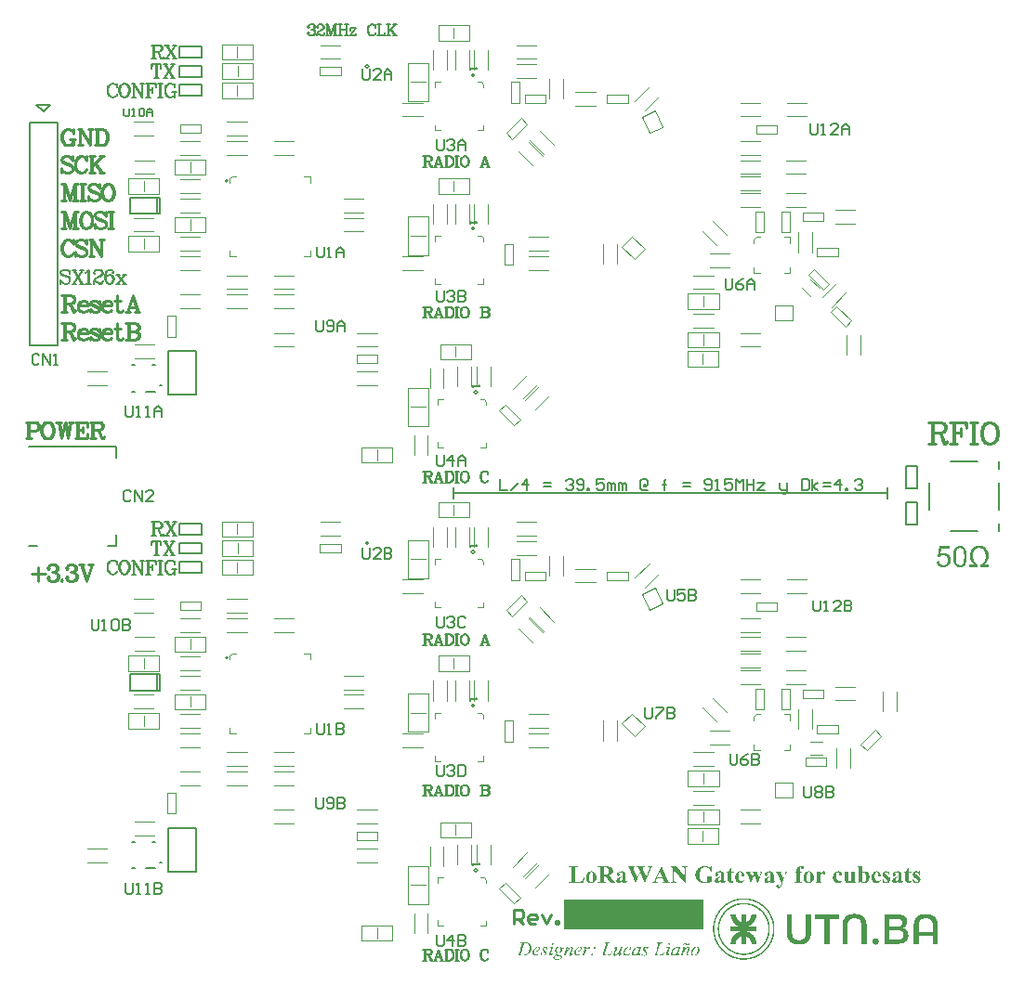
<source format=gto>
G04*
G04 #@! TF.GenerationSoftware,Altium Limited,Altium Designer,22.5.1 (42)*
G04*
G04 Layer_Color=65535*
%FSLAX25Y25*%
%MOIN*%
G70*
G04*
G04 #@! TF.SameCoordinates,832724F5-B549-4049-99F2-7D55CE51EEB7*
G04*
G04*
G04 #@! TF.FilePolarity,Positive*
G04*
G01*
G75*
%ADD10C,0.00591*%
%ADD11C,0.00394*%
%ADD12C,0.00400*%
%ADD13C,0.00197*%
%ADD14C,0.00500*%
%ADD15C,0.00472*%
%ADD16C,0.00600*%
%ADD17C,0.00787*%
%ADD18C,0.01000*%
%ADD19R,0.50197X0.10827*%
G36*
X295406Y26904D02*
X295446D01*
Y19498D01*
X295406D01*
Y19295D01*
X295365D01*
Y19052D01*
X295325D01*
Y18850D01*
X295285D01*
Y18728D01*
X295244D01*
Y18607D01*
X295203D01*
Y18486D01*
X295163D01*
Y18405D01*
X295123D01*
Y18283D01*
X295082D01*
Y18202D01*
X295042D01*
Y18121D01*
X295001D01*
Y18040D01*
X294961D01*
Y17959D01*
X294920D01*
Y17919D01*
X294880D01*
Y17838D01*
X294839D01*
Y17757D01*
X294799D01*
Y17717D01*
X294758D01*
Y17636D01*
X294718D01*
Y17595D01*
X294677D01*
Y17555D01*
X294637D01*
Y17514D01*
X294596D01*
Y17433D01*
X294556D01*
Y17393D01*
X294515D01*
Y17352D01*
X294475D01*
Y17312D01*
X294434D01*
Y17271D01*
X294394D01*
Y17231D01*
X294354D01*
Y17190D01*
X294313D01*
Y17150D01*
X294273D01*
Y17109D01*
X294192D01*
Y17069D01*
X294151D01*
Y17029D01*
X294111D01*
Y16988D01*
X294070D01*
Y16948D01*
X293989D01*
Y16907D01*
X293949D01*
Y16867D01*
X293868D01*
Y16826D01*
X293827D01*
Y16786D01*
X293746D01*
Y16745D01*
X293665D01*
Y16705D01*
X293625D01*
Y16664D01*
X293544D01*
Y16624D01*
X293463D01*
Y16583D01*
X293382D01*
Y16543D01*
X293261D01*
Y16502D01*
X293180D01*
Y16462D01*
X293099D01*
Y16421D01*
X292937D01*
Y16381D01*
X292815D01*
Y16340D01*
X292694D01*
Y16300D01*
X292492D01*
Y16259D01*
X292289D01*
Y16219D01*
X292087D01*
Y16179D01*
X291642D01*
Y16138D01*
X290630D01*
Y16179D01*
X290225D01*
Y16219D01*
X289982D01*
Y16259D01*
X289780D01*
Y16300D01*
X289577D01*
Y16340D01*
X289456D01*
Y16381D01*
X289335D01*
Y16421D01*
X289213D01*
Y16462D01*
X289092D01*
Y16502D01*
X289011D01*
Y16543D01*
X288889D01*
Y16583D01*
X288849D01*
Y16624D01*
X288727D01*
Y16664D01*
X288646D01*
Y16705D01*
X288606D01*
Y16745D01*
X288525D01*
Y16786D01*
X288444D01*
Y16826D01*
X288404D01*
Y16867D01*
X288323D01*
Y16907D01*
X288282D01*
Y16948D01*
X288242D01*
Y16988D01*
X288161D01*
Y17029D01*
X288120D01*
Y17069D01*
X288080D01*
Y17109D01*
X288039D01*
Y17150D01*
X287999D01*
Y17190D01*
X287918D01*
Y17231D01*
X287877D01*
Y17271D01*
X287837D01*
Y17312D01*
X287796D01*
Y17393D01*
X287756D01*
Y17433D01*
X287716D01*
Y17474D01*
X287675D01*
Y17514D01*
X287634D01*
Y17555D01*
X287594D01*
Y17636D01*
X287554D01*
Y17676D01*
X287513D01*
Y17717D01*
X287473D01*
Y17797D01*
X287432D01*
Y17838D01*
X287392D01*
Y17919D01*
X287351D01*
Y18000D01*
X287311D01*
Y18040D01*
X287270D01*
Y18121D01*
X287230D01*
Y18243D01*
X287189D01*
Y18324D01*
X287149D01*
Y18405D01*
X287108D01*
Y18526D01*
X287068D01*
Y18607D01*
X287027D01*
Y18769D01*
X286987D01*
Y18931D01*
X286947D01*
Y19093D01*
X286906D01*
Y19336D01*
X286865D01*
Y19659D01*
X286825D01*
Y26904D01*
X288565D01*
Y26945D01*
X288606D01*
Y26904D01*
X288646D01*
Y20469D01*
X288687D01*
Y19821D01*
X288727D01*
Y19538D01*
X288768D01*
Y19336D01*
X288808D01*
Y19174D01*
X288849D01*
Y19093D01*
X288889D01*
Y18931D01*
X288930D01*
Y18850D01*
X288970D01*
Y18769D01*
X289011D01*
Y18688D01*
X289051D01*
Y18647D01*
X289092D01*
Y18566D01*
X289132D01*
Y18526D01*
X289173D01*
Y18445D01*
X289213D01*
Y18405D01*
X289254D01*
Y18364D01*
X289294D01*
Y18324D01*
X289335D01*
Y18283D01*
X289375D01*
Y18243D01*
X289416D01*
Y18202D01*
X289496D01*
Y18162D01*
X289537D01*
Y18121D01*
X289618D01*
Y18081D01*
X289658D01*
Y18040D01*
X289739D01*
Y18000D01*
X289820D01*
Y17959D01*
X289901D01*
Y17919D01*
X290023D01*
Y17878D01*
X290144D01*
Y17838D01*
X290306D01*
Y17797D01*
X290549D01*
Y17757D01*
X290913D01*
Y17717D01*
X291358D01*
Y17757D01*
X291723D01*
Y17797D01*
X291966D01*
Y17838D01*
X292127D01*
Y17878D01*
X292249D01*
Y17919D01*
X292370D01*
Y17959D01*
X292451D01*
Y18000D01*
X292532D01*
Y18040D01*
X292613D01*
Y18081D01*
X292694D01*
Y18121D01*
X292735D01*
Y18162D01*
X292775D01*
Y18202D01*
X292856D01*
Y18243D01*
X292896D01*
Y18283D01*
X292937D01*
Y18324D01*
X292977D01*
Y18364D01*
X293018D01*
Y18405D01*
X293058D01*
Y18445D01*
X293099D01*
Y18526D01*
X293139D01*
Y18566D01*
X293180D01*
Y18607D01*
X293220D01*
Y18688D01*
X293261D01*
Y18769D01*
X293301D01*
Y18809D01*
X293342D01*
Y18931D01*
X293382D01*
Y19052D01*
X293423D01*
Y19133D01*
X293463D01*
Y19336D01*
X293503D01*
Y19457D01*
X293544D01*
Y19740D01*
X293584D01*
Y26864D01*
X293625D01*
Y26904D01*
X295365D01*
Y26945D01*
X295406D01*
Y26904D01*
D02*
G37*
G36*
X271889Y32733D02*
X272497D01*
Y32693D01*
X272861D01*
Y32652D01*
X273104D01*
Y32612D01*
X273347D01*
Y32571D01*
X273589D01*
Y32531D01*
X273751D01*
Y32490D01*
X273913D01*
Y32450D01*
X274116D01*
Y32409D01*
X274237D01*
Y32369D01*
X274399D01*
Y32328D01*
X274561D01*
Y32288D01*
X274642D01*
Y32247D01*
X274804D01*
Y32207D01*
X274925D01*
Y32166D01*
X275006D01*
Y32126D01*
X275128D01*
Y32085D01*
X275249D01*
Y32045D01*
X275330D01*
Y32004D01*
X275451D01*
Y31964D01*
X275573D01*
Y31923D01*
X275654D01*
Y31883D01*
X275735D01*
Y31843D01*
X275856D01*
Y31802D01*
X275937D01*
Y31762D01*
X276018D01*
Y31721D01*
X276099D01*
Y31681D01*
X276180D01*
Y31640D01*
X276261D01*
Y31600D01*
X276342D01*
Y31559D01*
X276423D01*
Y31519D01*
X276504D01*
Y31478D01*
X276585D01*
Y31438D01*
X276666D01*
Y31397D01*
X276747D01*
Y31357D01*
X276787D01*
Y31316D01*
X276868D01*
Y31276D01*
X276949D01*
Y31235D01*
X276989D01*
Y31195D01*
X277070D01*
Y31155D01*
X277151D01*
Y31114D01*
X277192D01*
Y31073D01*
X277273D01*
Y31033D01*
X277313D01*
Y30993D01*
X277394D01*
Y30952D01*
X277435D01*
Y30912D01*
X277516D01*
Y30871D01*
X277556D01*
Y30831D01*
X277637D01*
Y30790D01*
X277677D01*
Y30750D01*
X277759D01*
Y30709D01*
X277799D01*
Y30669D01*
X277839D01*
Y30628D01*
X277920D01*
Y30588D01*
X277961D01*
Y30547D01*
X278042D01*
Y30507D01*
X278082D01*
Y30466D01*
X278123D01*
Y30426D01*
X278163D01*
Y30386D01*
X278244D01*
Y30345D01*
X278285D01*
Y30305D01*
X278325D01*
Y30264D01*
X278366D01*
Y30224D01*
X278447D01*
Y30183D01*
X278487D01*
Y30143D01*
X278527D01*
Y30102D01*
X278568D01*
Y30062D01*
X278608D01*
Y30021D01*
X278649D01*
Y29981D01*
X278730D01*
Y29940D01*
X278770D01*
Y29900D01*
X278811D01*
Y29859D01*
X278851D01*
Y29819D01*
X278892D01*
Y29778D01*
X278932D01*
Y29738D01*
X278973D01*
Y29697D01*
X279013D01*
Y29657D01*
X279054D01*
Y29616D01*
X279094D01*
Y29576D01*
X279135D01*
Y29535D01*
X279175D01*
Y29495D01*
X279216D01*
Y29454D01*
X279256D01*
Y29414D01*
X279296D01*
Y29374D01*
X279337D01*
Y29333D01*
X279378D01*
Y29293D01*
X279418D01*
Y29252D01*
X279458D01*
Y29212D01*
X279499D01*
Y29171D01*
X279539D01*
Y29131D01*
X279580D01*
Y29090D01*
X279620D01*
Y29009D01*
X279661D01*
Y28969D01*
X279701D01*
Y28928D01*
X279742D01*
Y28888D01*
X279782D01*
Y28847D01*
X279823D01*
Y28766D01*
X279863D01*
Y28726D01*
X279904D01*
Y28686D01*
X279944D01*
Y28645D01*
X279985D01*
Y28564D01*
X280025D01*
Y28524D01*
X280066D01*
Y28483D01*
X280106D01*
Y28443D01*
X280147D01*
Y28362D01*
X280187D01*
Y28321D01*
X280227D01*
Y28281D01*
X280268D01*
Y28200D01*
X280308D01*
Y28159D01*
X280349D01*
Y28119D01*
X280389D01*
Y28038D01*
X280430D01*
Y27997D01*
X280470D01*
Y27916D01*
X280511D01*
Y27876D01*
X280551D01*
Y27795D01*
X280592D01*
Y27755D01*
X280632D01*
Y27674D01*
X280673D01*
Y27633D01*
X280713D01*
Y27552D01*
X280754D01*
Y27471D01*
X280794D01*
Y27431D01*
X280835D01*
Y27350D01*
X280875D01*
Y27269D01*
X280916D01*
Y27188D01*
X280956D01*
Y27147D01*
X280996D01*
Y27066D01*
X281037D01*
Y26985D01*
X281078D01*
Y26904D01*
X281118D01*
Y26864D01*
X281158D01*
Y26783D01*
X281199D01*
Y26702D01*
X281239D01*
Y26621D01*
X281280D01*
Y26500D01*
X281320D01*
Y26419D01*
X281361D01*
Y26338D01*
X281401D01*
Y26257D01*
X281442D01*
Y26176D01*
X281482D01*
Y26095D01*
X281523D01*
Y25974D01*
X281563D01*
Y25893D01*
X281604D01*
Y25771D01*
X281644D01*
Y25690D01*
X281685D01*
Y25569D01*
X281725D01*
Y25447D01*
X281766D01*
Y25326D01*
X281806D01*
Y25245D01*
X281846D01*
Y25124D01*
X281887D01*
Y24962D01*
X281927D01*
Y24840D01*
X281968D01*
Y24678D01*
X282008D01*
Y24517D01*
X282049D01*
Y24435D01*
X282089D01*
Y24233D01*
X282130D01*
Y24031D01*
X282170D01*
Y23869D01*
X282211D01*
Y23585D01*
X282251D01*
Y23343D01*
X282292D01*
Y23100D01*
X282332D01*
Y22614D01*
X282373D01*
Y20833D01*
X282332D01*
Y20388D01*
X282292D01*
Y20105D01*
X282251D01*
Y19862D01*
X282211D01*
Y19619D01*
X282170D01*
Y19457D01*
X282130D01*
Y19255D01*
X282089D01*
Y19052D01*
X282049D01*
Y18931D01*
X282008D01*
Y18769D01*
X281968D01*
Y18607D01*
X281927D01*
Y18486D01*
X281887D01*
Y18364D01*
X281846D01*
Y18243D01*
X281806D01*
Y18121D01*
X281766D01*
Y18000D01*
X281725D01*
Y17878D01*
X281685D01*
Y17797D01*
X281644D01*
Y17676D01*
X281604D01*
Y17595D01*
X281563D01*
Y17514D01*
X281523D01*
Y17393D01*
X281482D01*
Y17271D01*
X281442D01*
Y17190D01*
X281401D01*
Y17109D01*
X281361D01*
Y17029D01*
X281320D01*
Y16948D01*
X281280D01*
Y16867D01*
X281239D01*
Y16786D01*
X281199D01*
Y16705D01*
X281158D01*
Y16624D01*
X281118D01*
Y16543D01*
X281078D01*
Y16462D01*
X281037D01*
Y16381D01*
X280996D01*
Y16340D01*
X280956D01*
Y16259D01*
X280916D01*
Y16179D01*
X280875D01*
Y16138D01*
X280835D01*
Y16057D01*
X280794D01*
Y15976D01*
X280754D01*
Y15936D01*
X280713D01*
Y15855D01*
X280673D01*
Y15774D01*
X280632D01*
Y15733D01*
X280592D01*
Y15652D01*
X280551D01*
Y15612D01*
X280511D01*
Y15531D01*
X280470D01*
Y15490D01*
X280430D01*
Y15409D01*
X280389D01*
Y15369D01*
X280349D01*
Y15288D01*
X280308D01*
Y15247D01*
X280268D01*
Y15207D01*
X280227D01*
Y15126D01*
X280187D01*
Y15086D01*
X280147D01*
Y15045D01*
X280106D01*
Y14964D01*
X280066D01*
Y14924D01*
X280025D01*
Y14883D01*
X279985D01*
Y14843D01*
X279944D01*
Y14802D01*
X279904D01*
Y14721D01*
X279863D01*
Y14681D01*
X279823D01*
Y14640D01*
X279782D01*
Y14600D01*
X279742D01*
Y14519D01*
X279701D01*
Y14479D01*
X279661D01*
Y14438D01*
X279620D01*
Y14398D01*
X279580D01*
Y14357D01*
X279539D01*
Y14317D01*
X279499D01*
Y14276D01*
X279458D01*
Y14236D01*
X279418D01*
Y14195D01*
X279378D01*
Y14155D01*
X279337D01*
Y14114D01*
X279296D01*
Y14074D01*
X279256D01*
Y14033D01*
X279216D01*
Y13993D01*
X279175D01*
Y13952D01*
X279135D01*
Y13912D01*
X279094D01*
Y13871D01*
X279054D01*
Y13831D01*
X279013D01*
Y13790D01*
X278973D01*
Y13750D01*
X278932D01*
Y13709D01*
X278892D01*
Y13669D01*
X278851D01*
Y13629D01*
X278811D01*
Y13588D01*
X278770D01*
Y13547D01*
X278730D01*
Y13507D01*
X278689D01*
Y13467D01*
X278649D01*
Y13426D01*
X278608D01*
Y13386D01*
X278568D01*
Y13345D01*
X278487D01*
Y13305D01*
X278447D01*
Y13264D01*
X278406D01*
Y13224D01*
X278366D01*
Y13183D01*
X278325D01*
Y13143D01*
X278244D01*
Y13102D01*
X278204D01*
Y13062D01*
X278163D01*
Y13021D01*
X278082D01*
Y12981D01*
X278042D01*
Y12940D01*
X278001D01*
Y12900D01*
X277920D01*
Y12859D01*
X277880D01*
Y12819D01*
X277839D01*
Y12778D01*
X277759D01*
Y12738D01*
X277718D01*
Y12697D01*
X277677D01*
Y12657D01*
X277597D01*
Y12617D01*
X277556D01*
Y12576D01*
X277475D01*
Y12536D01*
X277435D01*
Y12495D01*
X277354D01*
Y12455D01*
X277313D01*
Y12414D01*
X277232D01*
Y12374D01*
X277192D01*
Y12333D01*
X277111D01*
Y12293D01*
X277030D01*
Y12252D01*
X276989D01*
Y12212D01*
X276908D01*
Y12171D01*
X276828D01*
Y12131D01*
X276787D01*
Y12090D01*
X276666D01*
Y12050D01*
X276625D01*
Y12009D01*
X276544D01*
Y11969D01*
X276463D01*
Y11929D01*
X276382D01*
Y11888D01*
X276301D01*
Y11848D01*
X276220D01*
Y11807D01*
X276139D01*
Y11767D01*
X276059D01*
Y11726D01*
X275977D01*
Y11686D01*
X275897D01*
Y11645D01*
X275816D01*
Y11605D01*
X275694D01*
Y11564D01*
X275613D01*
Y11524D01*
X275492D01*
Y11483D01*
X275411D01*
Y11443D01*
X275330D01*
Y11402D01*
X275208D01*
Y11362D01*
X275087D01*
Y11321D01*
X274966D01*
Y11281D01*
X274844D01*
Y11240D01*
X274723D01*
Y11200D01*
X274601D01*
Y11159D01*
X274439D01*
Y11119D01*
X274318D01*
Y11079D01*
X274197D01*
Y11038D01*
X273994D01*
Y10998D01*
X273832D01*
Y10957D01*
X273670D01*
Y10917D01*
X273428D01*
Y10876D01*
X273266D01*
Y10836D01*
X273023D01*
Y10795D01*
X272658D01*
Y10755D01*
X272335D01*
Y10714D01*
X270351D01*
Y10755D01*
X270028D01*
Y10795D01*
X269704D01*
Y10836D01*
X269501D01*
Y10876D01*
X269259D01*
Y10917D01*
X269016D01*
Y10957D01*
X268854D01*
Y10998D01*
X268692D01*
Y11038D01*
X268530D01*
Y11079D01*
X268409D01*
Y11119D01*
X268247D01*
Y11159D01*
X268085D01*
Y11200D01*
X268004D01*
Y11240D01*
X267842D01*
Y11281D01*
X267721D01*
Y11321D01*
X267639D01*
Y11362D01*
X267518D01*
Y11402D01*
X267397D01*
Y11443D01*
X267316D01*
Y11483D01*
X267194D01*
Y11524D01*
X267113D01*
Y11564D01*
X267032D01*
Y11605D01*
X266911D01*
Y11645D01*
X266830D01*
Y11686D01*
X266749D01*
Y11726D01*
X266668D01*
Y11767D01*
X266547D01*
Y11807D01*
X266466D01*
Y11848D01*
X266385D01*
Y11888D01*
X266304D01*
Y11929D01*
X266263D01*
Y11969D01*
X266142D01*
Y12009D01*
X266101D01*
Y12050D01*
X266020D01*
Y12090D01*
X265939D01*
Y12131D01*
X265859D01*
Y12171D01*
X265818D01*
Y12212D01*
X265737D01*
Y12252D01*
X265656D01*
Y12293D01*
X265616D01*
Y12333D01*
X265535D01*
Y12374D01*
X265454D01*
Y12414D01*
X265413D01*
Y12455D01*
X265332D01*
Y12495D01*
X265292D01*
Y12536D01*
X265211D01*
Y12576D01*
X265171D01*
Y12617D01*
X265090D01*
Y12657D01*
X265049D01*
Y12697D01*
X264968D01*
Y12738D01*
X264928D01*
Y12778D01*
X264887D01*
Y12819D01*
X264806D01*
Y12859D01*
X264766D01*
Y12900D01*
X264725D01*
Y12940D01*
X264644D01*
Y12981D01*
X264604D01*
Y13021D01*
X264563D01*
Y13062D01*
X264482D01*
Y13102D01*
X264442D01*
Y13143D01*
X264402D01*
Y13183D01*
X264361D01*
Y13224D01*
X264320D01*
Y13264D01*
X264240D01*
Y13305D01*
X264199D01*
Y13345D01*
X264159D01*
Y13386D01*
X264118D01*
Y13426D01*
X264078D01*
Y13467D01*
X264037D01*
Y13507D01*
X263956D01*
Y13547D01*
X263916D01*
Y13588D01*
X263875D01*
Y13629D01*
X263835D01*
Y13669D01*
X263794D01*
Y13709D01*
X263754D01*
Y13750D01*
X263713D01*
Y13790D01*
X263673D01*
Y13831D01*
X263632D01*
Y13871D01*
X263592D01*
Y13912D01*
X263551D01*
Y13952D01*
X263511D01*
Y13993D01*
X263471D01*
Y14033D01*
X263430D01*
Y14074D01*
X263390D01*
Y14114D01*
X263349D01*
Y14155D01*
X263309D01*
Y14195D01*
X263268D01*
Y14236D01*
X263228D01*
Y14276D01*
X263187D01*
Y14317D01*
X263147D01*
Y14357D01*
X263106D01*
Y14438D01*
X263066D01*
Y14479D01*
X263025D01*
Y14519D01*
X262985D01*
Y14559D01*
X262944D01*
Y14600D01*
X262904D01*
Y14640D01*
X262863D01*
Y14721D01*
X262823D01*
Y14762D01*
X262782D01*
Y14802D01*
X262742D01*
Y14843D01*
X262702D01*
Y14883D01*
X262661D01*
Y14964D01*
X262620D01*
Y15005D01*
X262580D01*
Y15045D01*
X262540D01*
Y15126D01*
X262499D01*
Y15167D01*
X262459D01*
Y15207D01*
X262418D01*
Y15288D01*
X262378D01*
Y15328D01*
X262337D01*
Y15409D01*
X262297D01*
Y15450D01*
X262256D01*
Y15531D01*
X262216D01*
Y15571D01*
X262175D01*
Y15652D01*
X262135D01*
Y15693D01*
X262094D01*
Y15733D01*
X262054D01*
Y15814D01*
X262013D01*
Y15895D01*
X261973D01*
Y15936D01*
X261932D01*
Y16017D01*
X261892D01*
Y16057D01*
X261852D01*
Y16138D01*
X261811D01*
Y16219D01*
X261771D01*
Y16300D01*
X261730D01*
Y16381D01*
X261690D01*
Y16421D01*
X261649D01*
Y16502D01*
X261609D01*
Y16583D01*
X261568D01*
Y16664D01*
X261528D01*
Y16745D01*
X261487D01*
Y16826D01*
X261447D01*
Y16907D01*
X261406D01*
Y16988D01*
X261366D01*
Y17069D01*
X261325D01*
Y17150D01*
X261285D01*
Y17231D01*
X261244D01*
Y17352D01*
X261204D01*
Y17433D01*
X261163D01*
Y17514D01*
X261123D01*
Y17636D01*
X261083D01*
Y17717D01*
X261042D01*
Y17838D01*
X261001D01*
Y17959D01*
X260961D01*
Y18040D01*
X260921D01*
Y18162D01*
X260880D01*
Y18324D01*
X260840D01*
Y18405D01*
X260799D01*
Y18566D01*
X260759D01*
Y18688D01*
X260718D01*
Y18809D01*
X260678D01*
Y19012D01*
X260637D01*
Y19174D01*
X260597D01*
Y19336D01*
X260556D01*
Y19538D01*
X260516D01*
Y19740D01*
X260475D01*
Y19943D01*
X260435D01*
Y20267D01*
X260394D01*
Y20590D01*
X260354D01*
Y20833D01*
X260313D01*
Y22614D01*
X260354D01*
Y22857D01*
X260394D01*
Y23221D01*
X260435D01*
Y23545D01*
X260475D01*
Y23707D01*
X260516D01*
Y23950D01*
X260556D01*
Y24152D01*
X260597D01*
Y24274D01*
X260637D01*
Y24476D01*
X260678D01*
Y24638D01*
X260718D01*
Y24759D01*
X260759D01*
Y24921D01*
X260799D01*
Y25043D01*
X260840D01*
Y25164D01*
X260880D01*
Y25286D01*
X260921D01*
Y25407D01*
X260961D01*
Y25488D01*
X261001D01*
Y25609D01*
X261042D01*
Y25731D01*
X261083D01*
Y25812D01*
X261123D01*
Y25933D01*
X261163D01*
Y26055D01*
X261204D01*
Y26136D01*
X261244D01*
Y26216D01*
X261285D01*
Y26297D01*
X261325D01*
Y26378D01*
X261366D01*
Y26500D01*
X261406D01*
Y26581D01*
X261447D01*
Y26662D01*
X261487D01*
Y26743D01*
X261528D01*
Y26824D01*
X261568D01*
Y26864D01*
X261609D01*
Y26945D01*
X261649D01*
Y27026D01*
X261690D01*
Y27107D01*
X261730D01*
Y27188D01*
X261771D01*
Y27228D01*
X261811D01*
Y27309D01*
X261852D01*
Y27390D01*
X261892D01*
Y27431D01*
X261932D01*
Y27512D01*
X261973D01*
Y27593D01*
X262013D01*
Y27633D01*
X262054D01*
Y27714D01*
X262094D01*
Y27755D01*
X262135D01*
Y27836D01*
X262175D01*
Y27916D01*
X262216D01*
Y27957D01*
X262256D01*
Y27997D01*
X262297D01*
Y28078D01*
X262337D01*
Y28119D01*
X262378D01*
Y28200D01*
X262418D01*
Y28240D01*
X262459D01*
Y28281D01*
X262499D01*
Y28362D01*
X262540D01*
Y28402D01*
X262580D01*
Y28443D01*
X262620D01*
Y28524D01*
X262661D01*
Y28564D01*
X262702D01*
Y28605D01*
X262742D01*
Y28645D01*
X262782D01*
Y28726D01*
X262823D01*
Y28766D01*
X262863D01*
Y28807D01*
X262904D01*
Y28847D01*
X262944D01*
Y28888D01*
X262985D01*
Y28969D01*
X263025D01*
Y29009D01*
X263066D01*
Y29050D01*
X263106D01*
Y29090D01*
X263147D01*
Y29131D01*
X263187D01*
Y29171D01*
X263228D01*
Y29212D01*
X263268D01*
Y29252D01*
X263309D01*
Y29293D01*
X263349D01*
Y29333D01*
X263390D01*
Y29374D01*
X263430D01*
Y29414D01*
X263471D01*
Y29454D01*
X263511D01*
Y29495D01*
X263551D01*
Y29535D01*
X263592D01*
Y29576D01*
X263632D01*
Y29616D01*
X263673D01*
Y29657D01*
X263713D01*
Y29697D01*
X263754D01*
Y29738D01*
X263794D01*
Y29778D01*
X263835D01*
Y29819D01*
X263875D01*
Y29859D01*
X263916D01*
Y29900D01*
X263956D01*
Y29940D01*
X263997D01*
Y29981D01*
X264037D01*
Y30021D01*
X264078D01*
Y30062D01*
X264118D01*
Y30102D01*
X264199D01*
Y30143D01*
X264240D01*
Y30183D01*
X264280D01*
Y30224D01*
X264320D01*
Y30264D01*
X264361D01*
Y30305D01*
X264442D01*
Y30345D01*
X264482D01*
Y30386D01*
X264523D01*
Y30426D01*
X264563D01*
Y30466D01*
X264644D01*
Y30507D01*
X264685D01*
Y30547D01*
X264725D01*
Y30588D01*
X264806D01*
Y30628D01*
X264847D01*
Y30669D01*
X264887D01*
Y30709D01*
X264968D01*
Y30750D01*
X265009D01*
Y30790D01*
X265090D01*
Y30831D01*
X265130D01*
Y30871D01*
X265171D01*
Y30912D01*
X265251D01*
Y30952D01*
X265332D01*
Y30993D01*
X265373D01*
Y31033D01*
X265454D01*
Y31073D01*
X265494D01*
Y31114D01*
X265575D01*
Y31155D01*
X265656D01*
Y31195D01*
X265697D01*
Y31235D01*
X265778D01*
Y31276D01*
X265859D01*
Y31316D01*
X265899D01*
Y31357D01*
X265980D01*
Y31397D01*
X266061D01*
Y31438D01*
X266142D01*
Y31478D01*
X266182D01*
Y31519D01*
X266304D01*
Y31559D01*
X266385D01*
Y31600D01*
X266425D01*
Y31640D01*
X266547D01*
Y31681D01*
X266628D01*
Y31721D01*
X266668D01*
Y31762D01*
X266790D01*
Y31802D01*
X266870D01*
Y31843D01*
X266951D01*
Y31883D01*
X267073D01*
Y31923D01*
X267154D01*
Y31964D01*
X267235D01*
Y32004D01*
X267356D01*
Y32045D01*
X267437D01*
Y32085D01*
X267559D01*
Y32126D01*
X267680D01*
Y32166D01*
X267761D01*
Y32207D01*
X267923D01*
Y32247D01*
X268044D01*
Y32288D01*
X268166D01*
Y32328D01*
X268328D01*
Y32369D01*
X268490D01*
Y32409D01*
X268570D01*
Y32450D01*
X268773D01*
Y32490D01*
X268975D01*
Y32531D01*
X269137D01*
Y32571D01*
X269339D01*
Y32612D01*
X269582D01*
Y32652D01*
X269825D01*
Y32693D01*
X270230D01*
Y32733D01*
X270797D01*
Y32774D01*
X271889D01*
Y32733D01*
D02*
G37*
G36*
X302165Y17717D02*
Y16462D01*
X302125D01*
Y16421D01*
X302084D01*
Y16381D01*
X300344D01*
Y16421D01*
X300304D01*
Y25286D01*
X300263D01*
Y25326D01*
X296985D01*
Y25367D01*
X296944D01*
Y26864D01*
X296985D01*
Y26904D01*
X305484D01*
Y25326D01*
X302165D01*
Y17757D01*
Y17717D01*
D02*
G37*
G36*
X313175Y26783D02*
X313215D01*
Y26743D01*
X313296D01*
Y26702D01*
X313418D01*
Y26662D01*
X313458D01*
Y26621D01*
X313580D01*
Y26581D01*
X313620D01*
Y26540D01*
X313701D01*
Y26500D01*
X313782D01*
Y26459D01*
X313822D01*
Y26419D01*
X313903D01*
Y26378D01*
X313944D01*
Y26338D01*
X314025D01*
Y26297D01*
X314065D01*
Y26257D01*
X314106D01*
Y26216D01*
X314146D01*
Y26176D01*
X314187D01*
Y26136D01*
X314268D01*
Y26055D01*
X314349D01*
Y25974D01*
X314389D01*
Y25933D01*
X314429D01*
Y25893D01*
X314470D01*
Y25852D01*
X314510D01*
Y25812D01*
X314551D01*
Y25771D01*
X314591D01*
Y25731D01*
X314632D01*
Y25690D01*
X314672D01*
Y25609D01*
X314713D01*
Y25569D01*
X314753D01*
Y25488D01*
X314794D01*
Y25447D01*
X314834D01*
Y25367D01*
X314875D01*
Y25286D01*
X314915D01*
Y25205D01*
X314956D01*
Y25164D01*
X314996D01*
Y25043D01*
X315037D01*
Y24962D01*
X315077D01*
Y24881D01*
X315118D01*
Y24759D01*
X315158D01*
Y24638D01*
X315198D01*
Y24557D01*
X315239D01*
Y24355D01*
X315280D01*
Y24193D01*
X315320D01*
Y23990D01*
X315360D01*
Y23666D01*
X315401D01*
Y16381D01*
X313539D01*
Y23383D01*
X313499D01*
Y23747D01*
X313458D01*
Y23950D01*
X313418D01*
Y24071D01*
X313377D01*
Y24233D01*
X313337D01*
Y24314D01*
X313296D01*
Y24435D01*
X313256D01*
Y24517D01*
X313215D01*
Y24597D01*
X313175D01*
Y24638D01*
X313134D01*
Y24719D01*
X313094D01*
Y24759D01*
X313053D01*
Y24840D01*
X313013D01*
Y24881D01*
X312972D01*
Y24921D01*
X312932D01*
Y24962D01*
X312891D01*
Y25002D01*
X312851D01*
Y25043D01*
X312810D01*
Y25083D01*
X312730D01*
Y25124D01*
X312689D01*
Y25164D01*
X312608D01*
Y25205D01*
X312568D01*
Y25245D01*
X312487D01*
Y25286D01*
X312406D01*
Y25326D01*
X312284D01*
Y25367D01*
X312203D01*
Y25407D01*
X312082D01*
Y25447D01*
X311879D01*
Y25488D01*
X311677D01*
Y25528D01*
X311272D01*
Y25569D01*
X310908D01*
Y25528D01*
X310503D01*
Y25488D01*
X310301D01*
Y25447D01*
X310099D01*
Y25407D01*
X309977D01*
Y25367D01*
X309856D01*
Y25326D01*
X309775D01*
Y25286D01*
X309694D01*
Y25245D01*
X309613D01*
Y25205D01*
X309532D01*
Y25164D01*
X309491D01*
Y25124D01*
X309451D01*
Y25083D01*
X309370D01*
Y25043D01*
X309330D01*
Y25002D01*
X309289D01*
Y24962D01*
X309249D01*
Y24921D01*
X309208D01*
Y24881D01*
X309168D01*
Y24840D01*
X309127D01*
Y24800D01*
X309087D01*
Y24719D01*
X309046D01*
Y24638D01*
X309006D01*
Y24597D01*
X308965D01*
Y24517D01*
X308925D01*
Y24435D01*
X308884D01*
Y24355D01*
X308844D01*
Y24233D01*
X308803D01*
Y24112D01*
X308763D01*
Y23990D01*
X308722D01*
Y23788D01*
X308682D01*
Y23505D01*
X308642D01*
Y22817D01*
X308601D01*
Y16381D01*
X306780D01*
Y23707D01*
X306820D01*
Y24031D01*
X306860D01*
Y24193D01*
X306901D01*
Y24395D01*
X306942D01*
Y24557D01*
X306982D01*
Y24678D01*
X307022D01*
Y24800D01*
X307063D01*
Y24921D01*
X307103D01*
Y24962D01*
X307144D01*
Y25083D01*
X307184D01*
Y25164D01*
X307225D01*
Y25245D01*
X307265D01*
Y25326D01*
X307306D01*
Y25367D01*
X307346D01*
Y25447D01*
X307387D01*
Y25528D01*
X307427D01*
Y25569D01*
X307468D01*
Y25609D01*
X307508D01*
Y25690D01*
X307549D01*
Y25731D01*
X307589D01*
Y25771D01*
X307630D01*
Y25852D01*
X307670D01*
Y25893D01*
X307711D01*
Y25933D01*
X307751D01*
Y25974D01*
X307791D01*
Y26014D01*
X307832D01*
Y26055D01*
X307872D01*
Y26095D01*
X307913D01*
Y26136D01*
X307953D01*
Y26176D01*
X308034D01*
Y26216D01*
X308075D01*
Y26257D01*
X308115D01*
Y26297D01*
X308156D01*
Y26338D01*
X308237D01*
Y26378D01*
X308277D01*
Y26419D01*
X308358D01*
Y26459D01*
X308399D01*
Y26500D01*
X308480D01*
Y26540D01*
X308560D01*
Y26581D01*
X308601D01*
Y26621D01*
X308682D01*
Y26662D01*
X308763D01*
Y26702D01*
X308844D01*
Y26743D01*
X308965D01*
Y26783D01*
X309046D01*
Y26824D01*
X309168D01*
Y26864D01*
X309289D01*
Y26904D01*
X309411D01*
Y26945D01*
X309572D01*
Y26985D01*
X309775D01*
Y27026D01*
X309896D01*
Y27066D01*
X310180D01*
Y27107D01*
X310584D01*
Y27147D01*
X311556D01*
Y27107D01*
X312001D01*
Y27066D01*
X312284D01*
Y27026D01*
X312406D01*
Y26985D01*
X312608D01*
Y26945D01*
X312770D01*
Y26904D01*
X312851D01*
Y26864D01*
X313013D01*
Y26824D01*
X313134D01*
Y26783D01*
X313175D01*
D02*
G37*
G36*
X319691Y16705D02*
X319651D01*
Y16664D01*
X319610D01*
Y16583D01*
X319570D01*
Y16543D01*
X319529D01*
Y16502D01*
X319489D01*
Y16462D01*
X319448D01*
Y16421D01*
X319408D01*
Y16381D01*
X319368D01*
Y16340D01*
X319327D01*
Y16300D01*
X319246D01*
Y16259D01*
X319165D01*
Y16219D01*
X319084D01*
Y16179D01*
X318963D01*
Y16138D01*
X318801D01*
Y16097D01*
X318437D01*
Y16138D01*
X318234D01*
Y16179D01*
X318113D01*
Y16219D01*
X318032D01*
Y16259D01*
X317951D01*
Y16300D01*
X317910D01*
Y16340D01*
X317870D01*
Y16381D01*
X317789D01*
Y16421D01*
X317748D01*
Y16462D01*
X317708D01*
Y16543D01*
X317668D01*
Y16583D01*
X317627D01*
Y16664D01*
X317587D01*
Y16745D01*
X317546D01*
Y16826D01*
X317506D01*
Y16948D01*
X317465D01*
Y17636D01*
X317506D01*
Y17717D01*
X317546D01*
Y17797D01*
X317587D01*
Y17919D01*
X317627D01*
Y17959D01*
X317668D01*
Y18000D01*
X317708D01*
Y18081D01*
X317748D01*
Y18121D01*
X317789D01*
Y18162D01*
X317829D01*
Y18202D01*
X317910D01*
Y18243D01*
X317951D01*
Y18283D01*
X317991D01*
Y18324D01*
X318072D01*
Y18364D01*
X318153D01*
Y18405D01*
X318275D01*
Y18445D01*
X318558D01*
Y18486D01*
X318679D01*
Y18445D01*
X318963D01*
Y18405D01*
X319084D01*
Y18364D01*
X319165D01*
Y18324D01*
X319246D01*
Y18283D01*
X319287D01*
Y18243D01*
X319327D01*
Y18202D01*
X319408D01*
Y18162D01*
X319448D01*
Y18121D01*
X319489D01*
Y18081D01*
X319529D01*
Y18040D01*
X319570D01*
Y17959D01*
X319610D01*
Y17919D01*
X319651D01*
Y17838D01*
X319691D01*
Y17757D01*
X319732D01*
Y17636D01*
X319772D01*
Y17514D01*
X319813D01*
Y17069D01*
X319772D01*
Y16907D01*
X319732D01*
Y16786D01*
X319691D01*
Y16745D01*
Y16705D01*
D02*
G37*
G36*
X326937Y26864D02*
X327625D01*
Y26824D01*
X327786D01*
Y26783D01*
X327989D01*
Y26743D01*
X328191D01*
Y26702D01*
X328272D01*
Y26662D01*
X328394D01*
Y26621D01*
X328515D01*
Y26581D01*
X328596D01*
Y26540D01*
X328677D01*
Y26500D01*
X328758D01*
Y26459D01*
X328839D01*
Y26419D01*
X328920D01*
Y26378D01*
X328960D01*
Y26338D01*
X329001D01*
Y26297D01*
X329082D01*
Y26257D01*
X329122D01*
Y26216D01*
X329163D01*
Y26176D01*
X329244D01*
Y26095D01*
X329284D01*
Y26055D01*
X329325D01*
Y26014D01*
X329365D01*
Y25974D01*
X329405D01*
Y25933D01*
X329446D01*
Y25893D01*
X329486D01*
Y25852D01*
X329527D01*
Y25771D01*
X329567D01*
Y25731D01*
X329608D01*
Y25650D01*
X329648D01*
Y25569D01*
X329689D01*
Y25488D01*
X329729D01*
Y25367D01*
X329770D01*
Y25286D01*
X329810D01*
Y25164D01*
X329851D01*
Y25043D01*
X329891D01*
Y24800D01*
X329932D01*
Y23828D01*
X329891D01*
Y23626D01*
X329851D01*
Y23505D01*
X329810D01*
Y23383D01*
X329770D01*
Y23302D01*
X329729D01*
Y23221D01*
X329689D01*
Y23100D01*
X329648D01*
Y23059D01*
X329608D01*
Y22978D01*
X329567D01*
Y22938D01*
X329527D01*
Y22857D01*
X329486D01*
Y22817D01*
X329446D01*
Y22776D01*
X329405D01*
Y22736D01*
X329365D01*
Y22695D01*
X329325D01*
Y22655D01*
X329284D01*
Y22614D01*
X329244D01*
Y22574D01*
X329203D01*
Y22533D01*
X329163D01*
Y22493D01*
X329122D01*
Y22452D01*
X329082D01*
Y22412D01*
X329001D01*
Y22371D01*
X328960D01*
Y22331D01*
X328879D01*
Y22290D01*
X328839D01*
Y22250D01*
X328758D01*
Y22209D01*
X328677D01*
Y22169D01*
X328637D01*
Y22128D01*
X328515D01*
Y22088D01*
X328475D01*
Y22007D01*
X328555D01*
Y21967D01*
X328717D01*
Y21926D01*
X328839D01*
Y21886D01*
X328920D01*
Y21845D01*
X329041D01*
Y21805D01*
X329122D01*
Y21764D01*
X329203D01*
Y21724D01*
X329284D01*
Y21683D01*
X329325D01*
Y21643D01*
X329405D01*
Y21602D01*
X329446D01*
Y21562D01*
X329486D01*
Y21521D01*
X329527D01*
Y21481D01*
X329608D01*
Y21440D01*
X329648D01*
Y21400D01*
X329689D01*
Y21359D01*
X329729D01*
Y21319D01*
X329770D01*
Y21278D01*
X329810D01*
Y21238D01*
X329851D01*
Y21157D01*
X329891D01*
Y21116D01*
X329932D01*
Y21036D01*
X329972D01*
Y20995D01*
X330013D01*
Y20955D01*
X330053D01*
Y20833D01*
X330094D01*
Y20793D01*
X330134D01*
Y20712D01*
X330175D01*
Y20590D01*
X330215D01*
Y20509D01*
X330256D01*
Y20388D01*
X330296D01*
Y20186D01*
X330336D01*
Y20064D01*
X330377D01*
Y19740D01*
X330417D01*
Y18931D01*
X330377D01*
Y18647D01*
X330336D01*
Y18526D01*
X330296D01*
Y18364D01*
X330256D01*
Y18243D01*
X330215D01*
Y18162D01*
X330175D01*
Y18081D01*
X330134D01*
Y18000D01*
X330094D01*
Y17919D01*
X330053D01*
Y17838D01*
X330013D01*
Y17797D01*
X329972D01*
Y17717D01*
X329932D01*
Y17676D01*
X329891D01*
Y17636D01*
X329851D01*
Y17555D01*
X329810D01*
Y17514D01*
X329770D01*
Y17474D01*
X329729D01*
Y17433D01*
X329689D01*
Y17393D01*
X329648D01*
Y17352D01*
X329608D01*
Y17312D01*
X329567D01*
Y17271D01*
X329527D01*
Y17231D01*
X329446D01*
Y17190D01*
X329405D01*
Y17150D01*
X329365D01*
Y17109D01*
X329284D01*
Y17069D01*
X329244D01*
Y17029D01*
X329203D01*
Y16988D01*
X329122D01*
Y16948D01*
X329041D01*
Y16907D01*
X328960D01*
Y16867D01*
X328879D01*
Y16826D01*
X328798D01*
Y16786D01*
X328717D01*
Y16745D01*
X328555D01*
Y16705D01*
X328475D01*
Y16664D01*
X328353D01*
Y16624D01*
X328191D01*
Y16583D01*
X328029D01*
Y16543D01*
X327868D01*
Y16502D01*
X327544D01*
Y16462D01*
X327260D01*
Y16421D01*
X321756D01*
Y20995D01*
Y21036D01*
Y26904D01*
X326937D01*
Y26864D01*
D02*
G37*
G36*
X337460Y27066D02*
X337663D01*
Y27026D01*
X337865D01*
Y26985D01*
X338108D01*
Y26945D01*
X338229D01*
Y26904D01*
X338391D01*
Y26864D01*
X338513D01*
Y26824D01*
X338594D01*
Y26783D01*
X338715D01*
Y26743D01*
X338836D01*
Y26702D01*
X338917D01*
Y26662D01*
X338998D01*
Y26621D01*
X339079D01*
Y26581D01*
X339160D01*
Y26540D01*
X339241D01*
Y26500D01*
X339322D01*
Y26459D01*
X339363D01*
Y26419D01*
X339403D01*
Y26378D01*
X339484D01*
Y26338D01*
X339525D01*
Y26297D01*
X339565D01*
Y26257D01*
X339646D01*
Y26216D01*
X339686D01*
Y26176D01*
X339727D01*
Y26136D01*
X339808D01*
Y26095D01*
X339848D01*
Y26055D01*
X339889D01*
Y26014D01*
X339929D01*
Y25974D01*
X339970D01*
Y25933D01*
X340010D01*
Y25893D01*
X340051D01*
Y25812D01*
X340091D01*
Y25771D01*
X340132D01*
Y25731D01*
X340172D01*
Y25690D01*
X340213D01*
Y25609D01*
X340253D01*
Y25569D01*
X340294D01*
Y25488D01*
X340334D01*
Y25447D01*
X340374D01*
Y25367D01*
X340415D01*
Y25326D01*
X340455D01*
Y25245D01*
X340496D01*
Y25124D01*
X340536D01*
Y25083D01*
X340577D01*
Y25002D01*
X340617D01*
Y24881D01*
X340658D01*
Y24800D01*
X340698D01*
Y24678D01*
X340739D01*
Y24517D01*
X340779D01*
Y24435D01*
X340820D01*
Y24193D01*
X340860D01*
Y24031D01*
X340901D01*
Y23707D01*
X340941D01*
Y16381D01*
X339160D01*
Y19133D01*
X339120D01*
Y19174D01*
X334182D01*
Y19133D01*
X334141D01*
Y16381D01*
X332360D01*
Y23626D01*
X332401D01*
Y23909D01*
X332441D01*
Y24193D01*
X332482D01*
Y24314D01*
X332522D01*
Y24517D01*
X332563D01*
Y24638D01*
X332603D01*
Y24759D01*
X332644D01*
Y24840D01*
X332684D01*
Y24962D01*
X332724D01*
Y25043D01*
X332765D01*
Y25124D01*
X332805D01*
Y25164D01*
Y25205D01*
X332846D01*
Y25286D01*
X332887D01*
Y25367D01*
X332927D01*
Y25447D01*
X332967D01*
Y25488D01*
X333008D01*
Y25569D01*
X333048D01*
Y25609D01*
X333089D01*
Y25650D01*
X333129D01*
Y25731D01*
X333170D01*
Y25771D01*
X333210D01*
Y25812D01*
X333251D01*
Y25852D01*
X333291D01*
Y25893D01*
X333332D01*
Y25933D01*
X333372D01*
Y26014D01*
X333453D01*
Y26055D01*
X333494D01*
Y26095D01*
X333534D01*
Y26136D01*
X333575D01*
Y26176D01*
X333615D01*
Y26216D01*
X333656D01*
Y26257D01*
X333736D01*
Y26297D01*
X333777D01*
Y26338D01*
X333817D01*
Y26378D01*
X333898D01*
Y26419D01*
X333939D01*
Y26459D01*
X334020D01*
Y26500D01*
X334101D01*
Y26540D01*
X334182D01*
Y26581D01*
X334222D01*
Y26621D01*
X334303D01*
Y26662D01*
X334384D01*
Y26702D01*
X334465D01*
Y26743D01*
X334586D01*
Y26783D01*
X334708D01*
Y26824D01*
X334789D01*
Y26864D01*
X334910D01*
Y26904D01*
X335072D01*
Y26945D01*
X335234D01*
Y26985D01*
X335436D01*
Y27026D01*
X335679D01*
Y27066D01*
X335922D01*
Y27107D01*
X337460D01*
Y27066D01*
D02*
G37*
G36*
X259769Y42249D02*
X259614D01*
Y42258D01*
X259605Y42286D01*
X259586Y42331D01*
X259559Y42386D01*
X259532Y42459D01*
X259495Y42541D01*
X259395Y42732D01*
X259277Y42933D01*
X259122Y43151D01*
X258949Y43352D01*
X258848Y43452D01*
X258739Y43534D01*
X258730Y43543D01*
X258712Y43552D01*
X258684Y43579D01*
X258639Y43607D01*
X258584Y43634D01*
X258520Y43679D01*
X258448Y43716D01*
X258366Y43762D01*
X258174Y43843D01*
X257956Y43907D01*
X257728Y43962D01*
X257600Y43971D01*
X257473Y43980D01*
X257409D01*
X257364Y43971D01*
X257309D01*
X257236Y43962D01*
X257090Y43935D01*
X256908Y43889D01*
X256726Y43825D01*
X256544Y43734D01*
X256370Y43607D01*
X256361D01*
X256352Y43588D01*
X256298Y43534D01*
X256225Y43452D01*
X256134Y43333D01*
X256024Y43187D01*
X255924Y43014D01*
X255833Y42805D01*
X255751Y42568D01*
Y42559D01*
X255742Y42541D01*
X255733Y42504D01*
X255724Y42459D01*
X255705Y42395D01*
X255696Y42322D01*
X255678Y42240D01*
X255660Y42149D01*
X255624Y41949D01*
X255596Y41721D01*
X255578Y41475D01*
X255569Y41211D01*
Y41202D01*
Y41174D01*
Y41129D01*
Y41065D01*
X255578Y40992D01*
Y40910D01*
X255587Y40810D01*
X255596Y40710D01*
X255614Y40473D01*
X255651Y40227D01*
X255705Y39972D01*
X255769Y39726D01*
Y39717D01*
X255778Y39698D01*
X255787Y39662D01*
X255806Y39625D01*
X255833Y39571D01*
X255860Y39507D01*
X255924Y39370D01*
X256015Y39216D01*
X256124Y39061D01*
X256252Y38915D01*
X256407Y38787D01*
X256416D01*
X256425Y38778D01*
X256452Y38760D01*
X256489Y38742D01*
X256580Y38696D01*
X256708Y38642D01*
X256862Y38587D01*
X257045Y38541D01*
X257245Y38505D01*
X257464Y38496D01*
X257546D01*
X257600Y38505D01*
X257664D01*
X257737Y38514D01*
X257892Y38541D01*
X257901D01*
X257928Y38550D01*
X257974Y38560D01*
X258038Y38578D01*
X258101Y38596D01*
X258183Y38614D01*
X258356Y38669D01*
Y39899D01*
Y39917D01*
Y39954D01*
Y40017D01*
X258347Y40081D01*
Y40163D01*
X258338Y40236D01*
X258320Y40300D01*
X258302Y40345D01*
Y40354D01*
X258293Y40363D01*
X258256Y40409D01*
X258202Y40464D01*
X258156Y40500D01*
X258101Y40527D01*
X258092D01*
X258074Y40546D01*
X258047Y40555D01*
X258001Y40573D01*
X257946Y40591D01*
X257892Y40600D01*
X257746Y40619D01*
X257600D01*
Y40773D01*
X260461D01*
Y40619D01*
X260443D01*
X260406Y40609D01*
X260352D01*
X260279Y40600D01*
X260124Y40564D01*
X260060Y40546D01*
X259996Y40518D01*
X259987D01*
X259978Y40509D01*
X259923Y40464D01*
X259860Y40400D01*
X259805Y40300D01*
X259796Y40282D01*
Y40254D01*
X259787Y40218D01*
X259778Y40163D01*
Y40099D01*
X259769Y40008D01*
Y39899D01*
Y38669D01*
X259759D01*
X259741Y38660D01*
X259714Y38642D01*
X259668Y38633D01*
X259623Y38605D01*
X259559Y38587D01*
X259413Y38532D01*
X259231Y38469D01*
X259031Y38405D01*
X258821Y38350D01*
X258593Y38296D01*
X258584D01*
X258566Y38286D01*
X258530D01*
X258484Y38277D01*
X258429Y38268D01*
X258366Y38259D01*
X258293Y38241D01*
X258211Y38232D01*
X258019Y38204D01*
X257801Y38186D01*
X257573Y38177D01*
X257327Y38168D01*
X257190D01*
X257118Y38177D01*
X257035D01*
X256944Y38186D01*
X256844Y38195D01*
X256626Y38223D01*
X256398Y38259D01*
X256161Y38314D01*
X255942Y38387D01*
X255933D01*
X255915Y38396D01*
X255888Y38414D01*
X255851Y38432D01*
X255742Y38478D01*
X255614Y38550D01*
X255459Y38633D01*
X255295Y38733D01*
X255132Y38851D01*
X254967Y38988D01*
Y38997D01*
X254949Y39006D01*
X254895Y39052D01*
X254822Y39134D01*
X254731Y39234D01*
X254621Y39361D01*
X254512Y39498D01*
X254403Y39653D01*
X254303Y39826D01*
Y39835D01*
X254293Y39853D01*
X254275Y39890D01*
X254257Y39935D01*
X254230Y39990D01*
X254211Y40054D01*
X254184Y40136D01*
X254157Y40218D01*
X254093Y40418D01*
X254047Y40646D01*
X254011Y40892D01*
X254002Y41165D01*
Y41183D01*
Y41229D01*
X254011Y41293D01*
X254020Y41384D01*
X254029Y41502D01*
X254047Y41639D01*
X254084Y41785D01*
X254120Y41949D01*
X254166Y42113D01*
X254230Y42295D01*
X254303Y42486D01*
X254394Y42668D01*
X254503Y42860D01*
X254621Y43051D01*
X254767Y43233D01*
X254931Y43406D01*
X254940Y43415D01*
X254977Y43443D01*
X255031Y43488D01*
X255104Y43552D01*
X255195Y43616D01*
X255305Y43698D01*
X255432Y43780D01*
X255578Y43871D01*
X255742Y43953D01*
X255915Y44035D01*
X256115Y44117D01*
X256316Y44181D01*
X256544Y44244D01*
X256771Y44290D01*
X257026Y44317D01*
X257281Y44326D01*
X257436D01*
X257546Y44317D01*
X257664Y44308D01*
X257801Y44299D01*
X258074Y44253D01*
X258083D01*
X258110Y44244D01*
X258156Y44235D01*
X258220Y44217D01*
X258311Y44190D01*
X258411Y44153D01*
X258539Y44108D01*
X258684Y44053D01*
X258694D01*
X258703Y44044D01*
X258757Y44026D01*
X258821Y44007D01*
X258912Y43980D01*
X258994Y43944D01*
X259076Y43925D01*
X259149Y43907D01*
X259195Y43898D01*
X259213D01*
X259267Y43907D01*
X259340Y43935D01*
X259413Y43980D01*
X259422Y43989D01*
X259431Y43998D01*
X259450Y44026D01*
X259477Y44062D01*
X259513Y44108D01*
X259541Y44162D01*
X259577Y44235D01*
X259614Y44326D01*
X259769D01*
Y42249D01*
D02*
G37*
G36*
X292173Y44317D02*
X292291Y44299D01*
X292419Y44281D01*
X292546Y44244D01*
X292665Y44190D01*
X292774Y44126D01*
X292783Y44117D01*
X292820Y44089D01*
X292856Y44053D01*
X292911Y43998D01*
X292956Y43925D01*
X293002Y43853D01*
X293029Y43771D01*
X293038Y43679D01*
Y43670D01*
Y43652D01*
X293029Y43616D01*
X293020Y43570D01*
X293002Y43516D01*
X292965Y43461D01*
X292929Y43397D01*
X292874Y43342D01*
X292865Y43333D01*
X292847Y43324D01*
X292811Y43297D01*
X292756Y43279D01*
X292701Y43251D01*
X292628Y43224D01*
X292537Y43215D01*
X292446Y43206D01*
X292410D01*
X292373Y43215D01*
X292319Y43224D01*
X292200Y43251D01*
X292145Y43279D01*
X292091Y43315D01*
X292082Y43324D01*
X292073Y43333D01*
X292027Y43397D01*
X291982Y43479D01*
X291972Y43525D01*
X291963Y43579D01*
Y43588D01*
Y43616D01*
X291972Y43661D01*
X291991Y43734D01*
Y43752D01*
X292000Y43780D01*
X292009Y43834D01*
Y43880D01*
Y43898D01*
X292000Y43935D01*
X291991Y43971D01*
X291954Y44007D01*
X291945Y44017D01*
X291909Y44044D01*
X291854Y44071D01*
X291781Y44080D01*
X291763D01*
X291708Y44071D01*
X291635Y44035D01*
X291608Y44007D01*
X291571Y43971D01*
X291562Y43953D01*
X291544Y43925D01*
X291535Y43889D01*
X291517Y43843D01*
X291499Y43789D01*
X291490Y43716D01*
Y43634D01*
Y42869D01*
Y42358D01*
X292109D01*
Y41930D01*
X291490D01*
X291508Y39125D01*
Y39106D01*
Y39061D01*
X291517Y38988D01*
Y38906D01*
X291526Y38815D01*
X291544Y38733D01*
X291562Y38660D01*
X291590Y38605D01*
X291599Y38596D01*
X291617Y38578D01*
X291653Y38550D01*
X291708Y38523D01*
X291781Y38496D01*
X291863Y38478D01*
X291982Y38459D01*
X292109D01*
Y38305D01*
X289704D01*
Y38459D01*
X289795D01*
X289859Y38469D01*
X289986Y38487D01*
X290041Y38496D01*
X290096Y38514D01*
X290105D01*
X290114Y38523D01*
X290160Y38560D01*
X290214Y38614D01*
X290260Y38678D01*
Y38687D01*
X290269Y38696D01*
X290278Y38733D01*
X290287Y38778D01*
Y38833D01*
X290296Y38915D01*
X290305Y39006D01*
Y39125D01*
Y41930D01*
X289722D01*
Y42358D01*
X290305D01*
Y42650D01*
Y42860D01*
Y42869D01*
Y42887D01*
Y42923D01*
X290314Y42969D01*
X290323Y43014D01*
X290333Y43078D01*
X290360Y43224D01*
X290415Y43388D01*
X290496Y43570D01*
X290551Y43652D01*
X290615Y43743D01*
X290679Y43825D01*
X290761Y43907D01*
X290770Y43916D01*
X290779Y43925D01*
X290806Y43944D01*
X290843Y43971D01*
X290888Y44007D01*
X290943Y44044D01*
X291007Y44080D01*
X291089Y44117D01*
X291262Y44190D01*
X291471Y44262D01*
X291717Y44308D01*
X291854Y44326D01*
X292082D01*
X292173Y44317D01*
D02*
G37*
G36*
X300199Y42468D02*
X300253Y42459D01*
X300317Y42441D01*
X300381Y42413D01*
X300445Y42377D01*
X300499Y42322D01*
X300508Y42313D01*
X300527Y42295D01*
X300545Y42258D01*
X300572Y42213D01*
X300600Y42158D01*
X300627Y42085D01*
X300636Y42003D01*
X300645Y41903D01*
Y41894D01*
Y41857D01*
X300636Y41803D01*
X300627Y41739D01*
X300609Y41666D01*
X300581Y41584D01*
X300545Y41511D01*
X300499Y41447D01*
X300490Y41438D01*
X300472Y41420D01*
X300445Y41402D01*
X300399Y41375D01*
X300299Y41320D01*
X300235Y41302D01*
X300162Y41293D01*
X300126D01*
X300080Y41302D01*
X300026Y41311D01*
X299962Y41329D01*
X299898Y41356D01*
X299825Y41393D01*
X299761Y41438D01*
X299752Y41447D01*
X299734Y41466D01*
X299679Y41511D01*
X299607Y41566D01*
X299579Y41593D01*
X299561Y41602D01*
X299552Y41611D01*
X299534Y41621D01*
X299506Y41630D01*
X299452D01*
X299388Y41621D01*
X299315Y41584D01*
X299270Y41566D01*
X299224Y41530D01*
X299215Y41520D01*
X299197Y41502D01*
X299160Y41466D01*
X299124Y41420D01*
X299087Y41366D01*
X299042Y41293D01*
X298996Y41211D01*
X298960Y41111D01*
X298951Y41092D01*
X298941Y41038D01*
X298914Y40956D01*
X298896Y40837D01*
X298869Y40701D01*
X298841Y40546D01*
X298832Y40363D01*
X298823Y40181D01*
Y39252D01*
Y39015D01*
Y39006D01*
Y38979D01*
Y38933D01*
Y38879D01*
X298832Y38769D01*
X298841Y38733D01*
X298850Y38696D01*
Y38687D01*
X298860Y38678D01*
X298887Y38633D01*
X298941Y38578D01*
X299005Y38523D01*
X299014D01*
X299024Y38514D01*
X299051Y38505D01*
X299087Y38496D01*
X299133Y38487D01*
X299197Y38478D01*
X299270Y38469D01*
X299352Y38459D01*
Y38305D01*
X297156D01*
Y38459D01*
X297165D01*
X297201Y38469D01*
X297247D01*
X297302Y38487D01*
X297420Y38523D01*
X297466Y38560D01*
X297511Y38596D01*
X297520Y38605D01*
X297530Y38623D01*
X297548Y38669D01*
X297566Y38724D01*
X297584Y38815D01*
X297593Y38933D01*
X297611Y39079D01*
Y39161D01*
Y39261D01*
Y41502D01*
Y41520D01*
Y41557D01*
Y41621D01*
Y41684D01*
X297602Y41757D01*
X297593Y41830D01*
X297584Y41894D01*
X297575Y41939D01*
Y41949D01*
X297566Y41958D01*
X297539Y42012D01*
X297502Y42067D01*
X297447Y42122D01*
X297429Y42131D01*
X297411Y42140D01*
X297384Y42149D01*
X297338Y42167D01*
X297293Y42176D01*
X297229Y42195D01*
X297156Y42204D01*
Y42358D01*
X298823D01*
Y41438D01*
X298832Y41447D01*
X298841Y41466D01*
X298860Y41502D01*
X298887Y41539D01*
X298969Y41648D01*
X299060Y41776D01*
X299169Y41921D01*
X299288Y42058D01*
X299406Y42176D01*
X299470Y42222D01*
X299525Y42267D01*
X299543Y42276D01*
X299579Y42304D01*
X299634Y42331D01*
X299716Y42377D01*
X299807Y42413D01*
X299907Y42441D01*
X300007Y42468D01*
X300117Y42477D01*
X300153D01*
X300199Y42468D01*
D02*
G37*
G36*
X333341D02*
X333423Y42459D01*
X333523Y42441D01*
X333632Y42404D01*
X333742Y42368D01*
X333860Y42313D01*
X333869D01*
X333878Y42304D01*
X333924Y42286D01*
X333988Y42258D01*
X334042Y42249D01*
X334088D01*
X334133Y42258D01*
X334170Y42276D01*
X334179Y42286D01*
X334206Y42313D01*
X334225Y42340D01*
X334252Y42377D01*
X334288Y42413D01*
X334325Y42468D01*
X334480D01*
X334543Y41083D01*
X334388D01*
Y41092D01*
X334379Y41111D01*
X334361Y41138D01*
X334343Y41183D01*
X334288Y41293D01*
X334225Y41420D01*
X334143Y41557D01*
X334042Y41693D01*
X333951Y41821D01*
X333842Y41921D01*
X333833Y41930D01*
X333796Y41958D01*
X333742Y41994D01*
X333669Y42040D01*
X333587Y42076D01*
X333487Y42113D01*
X333386Y42140D01*
X333286Y42149D01*
X333259D01*
X333222Y42140D01*
X333186Y42131D01*
X333086Y42094D01*
X333031Y42067D01*
X332986Y42022D01*
X332977Y42012D01*
X332967Y42003D01*
X332949Y41976D01*
X332931Y41939D01*
X332885Y41857D01*
X332876Y41803D01*
X332867Y41748D01*
Y41739D01*
Y41730D01*
X332876Y41675D01*
X332904Y41602D01*
X332949Y41530D01*
X332958Y41520D01*
X332977Y41493D01*
X333022Y41447D01*
X333095Y41384D01*
X333195Y41302D01*
X333259Y41247D01*
X333332Y41192D01*
X333414Y41138D01*
X333505Y41065D01*
X333605Y41001D01*
X333714Y40919D01*
X333723Y40910D01*
X333742Y40901D01*
X333778Y40874D01*
X333815Y40846D01*
X333924Y40764D01*
X334061Y40664D01*
X334197Y40555D01*
X334334Y40427D01*
X334461Y40309D01*
X334507Y40245D01*
X334553Y40190D01*
X334562Y40181D01*
X334580Y40136D01*
X334616Y40072D01*
X334653Y39990D01*
X334689Y39890D01*
X334726Y39780D01*
X334744Y39653D01*
X334753Y39516D01*
Y39498D01*
Y39461D01*
X334744Y39389D01*
X334735Y39307D01*
X334707Y39206D01*
X334680Y39097D01*
X334634Y38979D01*
X334580Y38851D01*
X334571Y38833D01*
X334553Y38796D01*
X334516Y38742D01*
X334461Y38669D01*
X334388Y38587D01*
X334316Y38505D01*
X334215Y38423D01*
X334106Y38350D01*
X334097Y38341D01*
X334051Y38323D01*
X333988Y38296D01*
X333915Y38268D01*
X333815Y38241D01*
X333696Y38214D01*
X333578Y38195D01*
X333441Y38186D01*
X333386D01*
X333323Y38195D01*
X333241Y38204D01*
X333122Y38232D01*
X332995Y38259D01*
X332849Y38305D01*
X332676Y38359D01*
X332667D01*
X332658Y38368D01*
X332603Y38387D01*
X332548Y38405D01*
X332494Y38414D01*
X332475D01*
X332448Y38405D01*
X332412Y38387D01*
X332375Y38359D01*
X332339Y38323D01*
X332302Y38268D01*
X332266Y38195D01*
X332111D01*
X332038Y39653D01*
X332193D01*
Y39644D01*
X332202Y39625D01*
X332211Y39598D01*
X332229Y39562D01*
X332275Y39452D01*
X332330Y39334D01*
X332403Y39188D01*
X332494Y39052D01*
X332594Y38915D01*
X332712Y38796D01*
X332731Y38787D01*
X332767Y38751D01*
X332831Y38705D01*
X332922Y38660D01*
X333013Y38605D01*
X333122Y38560D01*
X333241Y38523D01*
X333350Y38514D01*
X333386D01*
X333423Y38523D01*
X333468Y38532D01*
X333578Y38569D01*
X333632Y38596D01*
X333687Y38642D01*
X333696Y38651D01*
X333705Y38669D01*
X333733Y38687D01*
X333760Y38724D01*
X333805Y38824D01*
X333815Y38879D01*
X333824Y38942D01*
Y38951D01*
Y38979D01*
X333815Y39015D01*
X333805Y39070D01*
X333787Y39125D01*
X333769Y39188D01*
X333733Y39243D01*
X333687Y39307D01*
X333678Y39316D01*
X333660Y39334D01*
X333623Y39370D01*
X333569Y39425D01*
X333487Y39489D01*
X333396Y39562D01*
X333268Y39653D01*
X333113Y39762D01*
X333104Y39771D01*
X333086Y39780D01*
X333049Y39808D01*
X333004Y39835D01*
X332894Y39926D01*
X332758Y40026D01*
X332621Y40136D01*
X332475Y40254D01*
X332357Y40363D01*
X332312Y40418D01*
X332266Y40464D01*
X332257Y40482D01*
X332220Y40527D01*
X332175Y40600D01*
X332129Y40691D01*
X332075Y40810D01*
X332029Y40946D01*
X331993Y41092D01*
X331983Y41247D01*
Y41256D01*
Y41265D01*
Y41293D01*
X331993Y41329D01*
X332002Y41411D01*
X332020Y41530D01*
X332066Y41657D01*
X332120Y41803D01*
X332193Y41949D01*
X332302Y42094D01*
X332321Y42113D01*
X332366Y42158D01*
X332439Y42213D01*
X332539Y42286D01*
X332667Y42358D01*
X332822Y42413D01*
X333013Y42459D01*
X333222Y42477D01*
X333277D01*
X333341Y42468D01*
D02*
G37*
G36*
X322482D02*
X322564Y42459D01*
X322664Y42441D01*
X322773Y42404D01*
X322883Y42368D01*
X323001Y42313D01*
X323010D01*
X323019Y42304D01*
X323065Y42286D01*
X323129Y42258D01*
X323183Y42249D01*
X323229D01*
X323274Y42258D01*
X323311Y42276D01*
X323320Y42286D01*
X323347Y42313D01*
X323365Y42340D01*
X323393Y42377D01*
X323429Y42413D01*
X323466Y42468D01*
X323621D01*
X323684Y41083D01*
X323529D01*
Y41092D01*
X323520Y41111D01*
X323502Y41138D01*
X323484Y41183D01*
X323429Y41293D01*
X323365Y41420D01*
X323283Y41557D01*
X323183Y41693D01*
X323092Y41821D01*
X322983Y41921D01*
X322974Y41930D01*
X322937Y41958D01*
X322883Y41994D01*
X322810Y42040D01*
X322728Y42076D01*
X322627Y42113D01*
X322527Y42140D01*
X322427Y42149D01*
X322400D01*
X322363Y42140D01*
X322327Y42131D01*
X322227Y42094D01*
X322172Y42067D01*
X322127Y42022D01*
X322117Y42012D01*
X322108Y42003D01*
X322090Y41976D01*
X322072Y41939D01*
X322026Y41857D01*
X322017Y41803D01*
X322008Y41748D01*
Y41739D01*
Y41730D01*
X322017Y41675D01*
X322044Y41602D01*
X322090Y41530D01*
X322099Y41520D01*
X322117Y41493D01*
X322163Y41447D01*
X322236Y41384D01*
X322336Y41302D01*
X322400Y41247D01*
X322473Y41192D01*
X322555Y41138D01*
X322646Y41065D01*
X322746Y41001D01*
X322855Y40919D01*
X322864Y40910D01*
X322883Y40901D01*
X322919Y40874D01*
X322955Y40846D01*
X323065Y40764D01*
X323201Y40664D01*
X323338Y40555D01*
X323475Y40427D01*
X323602Y40309D01*
X323648Y40245D01*
X323693Y40190D01*
X323703Y40181D01*
X323721Y40136D01*
X323757Y40072D01*
X323794Y39990D01*
X323830Y39890D01*
X323867Y39780D01*
X323885Y39653D01*
X323894Y39516D01*
Y39498D01*
Y39461D01*
X323885Y39389D01*
X323876Y39307D01*
X323848Y39206D01*
X323821Y39097D01*
X323775Y38979D01*
X323721Y38851D01*
X323712Y38833D01*
X323693Y38796D01*
X323657Y38742D01*
X323602Y38669D01*
X323529Y38587D01*
X323457Y38505D01*
X323356Y38423D01*
X323247Y38350D01*
X323238Y38341D01*
X323192Y38323D01*
X323129Y38296D01*
X323056Y38268D01*
X322955Y38241D01*
X322837Y38214D01*
X322719Y38195D01*
X322582Y38186D01*
X322527D01*
X322463Y38195D01*
X322382Y38204D01*
X322263Y38232D01*
X322136Y38259D01*
X321990Y38305D01*
X321817Y38359D01*
X321808D01*
X321798Y38368D01*
X321744Y38387D01*
X321689Y38405D01*
X321635Y38414D01*
X321616D01*
X321589Y38405D01*
X321552Y38387D01*
X321516Y38359D01*
X321480Y38323D01*
X321443Y38268D01*
X321407Y38195D01*
X321252D01*
X321179Y39653D01*
X321334D01*
Y39644D01*
X321343Y39625D01*
X321352Y39598D01*
X321370Y39562D01*
X321416Y39452D01*
X321471Y39334D01*
X321543Y39188D01*
X321635Y39052D01*
X321735Y38915D01*
X321853Y38796D01*
X321871Y38787D01*
X321908Y38751D01*
X321972Y38705D01*
X322063Y38660D01*
X322154Y38605D01*
X322263Y38560D01*
X322382Y38523D01*
X322491Y38514D01*
X322527D01*
X322564Y38523D01*
X322609Y38532D01*
X322719Y38569D01*
X322773Y38596D01*
X322828Y38642D01*
X322837Y38651D01*
X322846Y38669D01*
X322873Y38687D01*
X322901Y38724D01*
X322946Y38824D01*
X322955Y38879D01*
X322965Y38942D01*
Y38951D01*
Y38979D01*
X322955Y39015D01*
X322946Y39070D01*
X322928Y39125D01*
X322910Y39188D01*
X322873Y39243D01*
X322828Y39307D01*
X322819Y39316D01*
X322801Y39334D01*
X322764Y39370D01*
X322709Y39425D01*
X322627Y39489D01*
X322536Y39562D01*
X322409Y39653D01*
X322254Y39762D01*
X322245Y39771D01*
X322227Y39780D01*
X322190Y39808D01*
X322145Y39835D01*
X322035Y39926D01*
X321899Y40026D01*
X321762Y40136D01*
X321616Y40254D01*
X321498Y40363D01*
X321452Y40418D01*
X321407Y40464D01*
X321398Y40482D01*
X321361Y40527D01*
X321316Y40600D01*
X321270Y40691D01*
X321216Y40810D01*
X321170Y40946D01*
X321133Y41092D01*
X321124Y41247D01*
Y41256D01*
Y41265D01*
Y41293D01*
X321133Y41329D01*
X321143Y41411D01*
X321161Y41530D01*
X321206Y41657D01*
X321261Y41803D01*
X321334Y41949D01*
X321443Y42094D01*
X321461Y42113D01*
X321507Y42158D01*
X321580Y42213D01*
X321680Y42286D01*
X321808Y42358D01*
X321962Y42413D01*
X322154Y42459D01*
X322363Y42477D01*
X322418D01*
X322482Y42468D01*
D02*
G37*
G36*
X305346D02*
X305400D01*
X305464Y42459D01*
X305610Y42441D01*
X305765Y42395D01*
X305938Y42340D01*
X306102Y42267D01*
X306248Y42158D01*
X306266Y42140D01*
X306302Y42103D01*
X306366Y42040D01*
X306439Y41949D01*
X306503Y41848D01*
X306567Y41721D01*
X306603Y41593D01*
X306621Y41447D01*
Y41438D01*
Y41411D01*
X306612Y41366D01*
X306603Y41311D01*
X306585Y41247D01*
X306557Y41183D01*
X306521Y41111D01*
X306466Y41056D01*
X306457Y41047D01*
X306439Y41038D01*
X306412Y41010D01*
X306366Y40983D01*
X306311Y40956D01*
X306239Y40937D01*
X306166Y40919D01*
X306075Y40910D01*
X306029D01*
X305984Y40919D01*
X305929Y40928D01*
X305856Y40946D01*
X305783Y40983D01*
X305719Y41019D01*
X305646Y41074D01*
X305637Y41083D01*
X305619Y41111D01*
X305592Y41156D01*
X305564Y41220D01*
X305528Y41302D01*
X305492Y41402D01*
X305464Y41530D01*
X305446Y41684D01*
Y41693D01*
X305437Y41730D01*
Y41776D01*
X305419Y41839D01*
X305382Y41958D01*
X305355Y42022D01*
X305318Y42067D01*
Y42076D01*
X305300Y42085D01*
X305255Y42122D01*
X305173Y42158D01*
X305127Y42176D01*
X305045D01*
X305009Y42167D01*
X304963Y42149D01*
X304900Y42122D01*
X304845Y42076D01*
X304781Y42022D01*
X304726Y41949D01*
X304717Y41930D01*
X304690Y41885D01*
X304654Y41812D01*
X304617Y41703D01*
X304581Y41557D01*
X304544Y41384D01*
X304517Y41174D01*
X304508Y40928D01*
Y40919D01*
Y40901D01*
Y40874D01*
Y40828D01*
X304517Y40782D01*
Y40719D01*
X304526Y40573D01*
X304553Y40409D01*
X304581Y40227D01*
X304626Y40036D01*
X304681Y39835D01*
Y39826D01*
X304690Y39817D01*
X304699Y39790D01*
X304717Y39753D01*
X304754Y39662D01*
X304808Y39544D01*
X304881Y39416D01*
X304972Y39288D01*
X305073Y39170D01*
X305182Y39061D01*
X305191Y39052D01*
X305227Y39033D01*
X305273Y39006D01*
X305346Y38970D01*
X305428Y38933D01*
X305519Y38906D01*
X305628Y38888D01*
X305747Y38879D01*
X305783D01*
X305820Y38888D01*
X305874D01*
X306002Y38915D01*
X306148Y38970D01*
X306157Y38979D01*
X306184Y38988D01*
X306220Y39015D01*
X306275Y39052D01*
X306339Y39106D01*
X306421Y39170D01*
X306512Y39252D01*
X306603Y39352D01*
X306740Y39243D01*
Y39234D01*
X306731Y39216D01*
X306712Y39188D01*
X306685Y39152D01*
X306621Y39061D01*
X306539Y38942D01*
X306439Y38815D01*
X306311Y38678D01*
X306175Y38550D01*
X306020Y38441D01*
X306011D01*
X306002Y38432D01*
X305947Y38405D01*
X305856Y38359D01*
X305747Y38314D01*
X305610Y38268D01*
X305455Y38223D01*
X305291Y38195D01*
X305109Y38186D01*
X305027D01*
X304972Y38195D01*
X304909Y38204D01*
X304827Y38223D01*
X304644Y38259D01*
X304435Y38332D01*
X304326Y38387D01*
X304225Y38441D01*
X304116Y38514D01*
X304007Y38596D01*
X303906Y38687D01*
X303815Y38796D01*
X303806Y38806D01*
X303797Y38824D01*
X303770Y38860D01*
X303743Y38906D01*
X303706Y38960D01*
X303660Y39033D01*
X303615Y39115D01*
X303578Y39206D01*
X303533Y39316D01*
X303487Y39425D01*
X303405Y39671D01*
X303351Y39954D01*
X303342Y40108D01*
X303332Y40263D01*
Y40272D01*
Y40300D01*
Y40345D01*
X303342Y40400D01*
Y40473D01*
X303360Y40555D01*
X303369Y40646D01*
X303387Y40755D01*
X303442Y40974D01*
X303515Y41220D01*
X303624Y41466D01*
X303697Y41593D01*
X303770Y41712D01*
X303779Y41721D01*
X303797Y41748D01*
X303824Y41785D01*
X303870Y41830D01*
X303925Y41894D01*
X303989Y41958D01*
X304070Y42022D01*
X304152Y42094D01*
X304253Y42167D01*
X304371Y42231D01*
X304489Y42304D01*
X304617Y42358D01*
X304763Y42404D01*
X304909Y42441D01*
X305073Y42468D01*
X305246Y42477D01*
X305309D01*
X305346Y42468D01*
D02*
G37*
G36*
X251205Y44035D02*
X251187D01*
X251141Y44026D01*
X251078Y44017D01*
X250996Y43998D01*
X250832Y43953D01*
X250750Y43925D01*
X250695Y43898D01*
X250686D01*
X250677Y43880D01*
X250622Y43843D01*
X250558Y43762D01*
X250522Y43716D01*
X250495Y43652D01*
Y43643D01*
X250485Y43625D01*
X250476Y43579D01*
X250467Y43516D01*
X250449Y43433D01*
X250440Y43333D01*
X250431Y43215D01*
Y43069D01*
Y38168D01*
X250276D01*
X246322Y43069D01*
Y39325D01*
Y39316D01*
Y39307D01*
Y39279D01*
Y39243D01*
X246331Y39152D01*
X246350Y39052D01*
X246377Y38933D01*
X246422Y38815D01*
X246477Y38715D01*
X246550Y38633D01*
X246559Y38623D01*
X246586Y38605D01*
X246641Y38578D01*
X246705Y38550D01*
X246778Y38514D01*
X246869Y38487D01*
X246969Y38469D01*
X247078Y38459D01*
X247224D01*
Y38305D01*
X245138D01*
Y38459D01*
X245220D01*
X245302Y38469D01*
X245402Y38487D01*
X245511Y38505D01*
X245630Y38541D01*
X245730Y38587D01*
X245812Y38651D01*
X245821Y38660D01*
X245839Y38687D01*
X245876Y38742D01*
X245912Y38815D01*
X245939Y38906D01*
X245976Y39024D01*
X245994Y39161D01*
X246003Y39325D01*
Y43479D01*
X245876Y43634D01*
X245867Y43643D01*
X245848Y43670D01*
X245812Y43716D01*
X245766Y43762D01*
X245657Y43862D01*
X245593Y43907D01*
X245539Y43944D01*
X245530D01*
X245511Y43953D01*
X245484Y43971D01*
X245439Y43989D01*
X245375Y43998D01*
X245311Y44017D01*
X245229Y44026D01*
X245129Y44035D01*
Y44190D01*
X247215D01*
X250112Y40536D01*
Y43069D01*
Y43078D01*
Y43096D01*
Y43124D01*
Y43151D01*
X250103Y43242D01*
X250094Y43361D01*
X250076Y43479D01*
X250048Y43597D01*
X250012Y43707D01*
X249957Y43789D01*
X249948Y43798D01*
X249921Y43825D01*
X249866Y43871D01*
X249793Y43916D01*
X249693Y43953D01*
X249574Y43998D01*
X249438Y44026D01*
X249265Y44035D01*
Y44190D01*
X251205D01*
Y44035D01*
D02*
G37*
G36*
X238506D02*
X238478D01*
X238451Y44026D01*
X238406Y44017D01*
X238315Y43989D01*
X238223Y43935D01*
X238214D01*
X238205Y43925D01*
X238160Y43880D01*
X238096Y43807D01*
X238032Y43698D01*
X238023Y43679D01*
X238014Y43652D01*
X237986Y43597D01*
X237950Y43506D01*
X237932Y43452D01*
X237905Y43388D01*
X237877Y43315D01*
X237841Y43233D01*
X237804Y43133D01*
X237759Y43024D01*
X235918Y38168D01*
X235745D01*
X234297Y41985D01*
X232684Y38168D01*
X232539D01*
X230598Y42969D01*
Y42978D01*
X230589Y43005D01*
X230571Y43042D01*
X230553Y43087D01*
X230525Y43142D01*
X230498Y43206D01*
X230434Y43352D01*
X230361Y43506D01*
X230298Y43652D01*
X230261Y43716D01*
X230234Y43771D01*
X230207Y43816D01*
X230179Y43853D01*
X230170Y43862D01*
X230161Y43880D01*
X230125Y43907D01*
X230088Y43935D01*
X230033Y43962D01*
X229961Y43998D01*
X229879Y44017D01*
X229787Y44035D01*
Y44190D01*
X232338D01*
Y44035D01*
X232293D01*
X232238Y44026D01*
X232174Y44017D01*
X232038Y43989D01*
X231974Y43962D01*
X231928Y43935D01*
X231910Y43916D01*
X231883Y43880D01*
X231846Y43816D01*
X231837Y43771D01*
X231828Y43725D01*
Y43716D01*
Y43689D01*
X231837Y43643D01*
X231856Y43579D01*
X231883Y43479D01*
X231919Y43361D01*
X231965Y43206D01*
X232038Y43024D01*
X233186Y40163D01*
X234115Y42404D01*
X233878Y43024D01*
Y43033D01*
X233869Y43051D01*
X233860Y43069D01*
X233841Y43106D01*
X233805Y43197D01*
X233769Y43306D01*
X233714Y43415D01*
X233659Y43534D01*
X233614Y43634D01*
X233568Y43707D01*
X233559Y43716D01*
X233550Y43734D01*
X233523Y43762D01*
X233495Y43807D01*
X233413Y43880D01*
X233368Y43925D01*
X233313Y43953D01*
X233304D01*
X233286Y43962D01*
X233258Y43980D01*
X233213Y43998D01*
X233149Y44007D01*
X233085Y44026D01*
X233003Y44035D01*
X232903D01*
Y44190D01*
X235745D01*
Y44035D01*
X235700D01*
X235645Y44026D01*
X235581D01*
X235436Y44007D01*
X235372Y43998D01*
X235317Y43980D01*
X235299Y43971D01*
X235263Y43962D01*
X235217Y43925D01*
X235172Y43880D01*
X235162Y43871D01*
X235153Y43834D01*
X235135Y43780D01*
X235126Y43716D01*
Y43707D01*
Y43689D01*
X235135Y43661D01*
X235153Y43597D01*
X235172Y43525D01*
X235208Y43415D01*
X235254Y43270D01*
X235281Y43187D01*
X235317Y43096D01*
X236383Y40309D01*
X237349Y42832D01*
Y42841D01*
X237358Y42851D01*
X237376Y42896D01*
X237394Y42960D01*
X237431Y43051D01*
X237486Y43224D01*
X237513Y43306D01*
X237531Y43370D01*
Y43379D01*
X237540Y43397D01*
Y43424D01*
X237549Y43461D01*
X237558Y43543D01*
X237567Y43634D01*
Y43643D01*
Y43661D01*
X237558Y43698D01*
X237549Y43734D01*
X237513Y43834D01*
X237486Y43880D01*
X237440Y43916D01*
X237431Y43925D01*
X237413Y43935D01*
X237385Y43953D01*
X237340Y43971D01*
X237276Y43989D01*
X237194Y44017D01*
X237103Y44026D01*
X236984Y44035D01*
Y44190D01*
X238506D01*
Y44035D01*
D02*
G37*
G36*
X278235Y42204D02*
X278225D01*
X278198Y42195D01*
X278162Y42185D01*
X278116Y42176D01*
X278016Y42131D01*
X277916Y42058D01*
X277906Y42049D01*
X277897Y42031D01*
X277870Y41994D01*
X277834Y41930D01*
X277788Y41848D01*
X277743Y41730D01*
X277679Y41584D01*
X277652Y41502D01*
X277615Y41402D01*
X276467Y38186D01*
X276221D01*
X275110Y41165D01*
X274026Y38186D01*
X273807D01*
X272723Y41120D01*
Y41129D01*
X272714Y41147D01*
X272696Y41183D01*
X272687Y41229D01*
X272659Y41284D01*
X272641Y41347D01*
X272577Y41484D01*
X272513Y41630D01*
X272450Y41776D01*
X272377Y41903D01*
X272349Y41958D01*
X272313Y42003D01*
X272304Y42012D01*
X272295Y42022D01*
X272267Y42049D01*
X272231Y42076D01*
X272185Y42113D01*
X272131Y42149D01*
X272058Y42176D01*
X271985Y42204D01*
Y42358D01*
X274026D01*
Y42204D01*
X273953D01*
X273907Y42195D01*
X273816Y42176D01*
X273771Y42158D01*
X273734Y42140D01*
X273725Y42131D01*
X273698Y42094D01*
X273670Y42049D01*
X273661Y41994D01*
Y41976D01*
X273670Y41949D01*
X273679Y41912D01*
X273698Y41857D01*
X273716Y41776D01*
X273752Y41684D01*
X273798Y41557D01*
X274390Y39972D01*
X274964Y41557D01*
X274928Y41657D01*
X274918Y41675D01*
X274909Y41712D01*
X274882Y41766D01*
X274855Y41830D01*
X274782Y41976D01*
X274736Y42031D01*
X274700Y42076D01*
X274682Y42094D01*
X274654Y42103D01*
X274627Y42131D01*
X274581Y42149D01*
X274527Y42167D01*
X274472Y42185D01*
X274399Y42204D01*
Y42358D01*
X276467D01*
Y42204D01*
X276431D01*
X276385Y42195D01*
X276340Y42185D01*
X276239Y42167D01*
X276194Y42149D01*
X276157Y42131D01*
X276148Y42122D01*
X276130Y42094D01*
X276103Y42040D01*
X276094Y41976D01*
Y41967D01*
Y41958D01*
X276103Y41930D01*
X276112Y41885D01*
X276121Y41830D01*
X276148Y41757D01*
X276176Y41666D01*
X276221Y41557D01*
X276795Y39972D01*
X277314Y41429D01*
X277324Y41447D01*
X277333Y41484D01*
X277351Y41530D01*
X277378Y41602D01*
X277415Y41739D01*
X277424Y41803D01*
X277433Y41857D01*
Y41867D01*
Y41885D01*
Y41912D01*
X277424Y41949D01*
X277396Y42031D01*
X277351Y42103D01*
X277333Y42113D01*
X277314Y42131D01*
X277278Y42149D01*
X277241Y42167D01*
X277178Y42176D01*
X277114Y42195D01*
X277032Y42204D01*
Y42358D01*
X278235D01*
Y42204D01*
D02*
G37*
G36*
X287117D02*
X287108D01*
X287080Y42195D01*
X287044Y42185D01*
X286998Y42176D01*
X286898Y42122D01*
X286843Y42085D01*
X286789Y42040D01*
X286780Y42031D01*
X286761Y42012D01*
X286734Y41958D01*
X286689Y41876D01*
X286661Y41830D01*
X286634Y41766D01*
X286597Y41693D01*
X286561Y41602D01*
X286515Y41511D01*
X286470Y41402D01*
X286424Y41274D01*
X286370Y41138D01*
X285213Y38141D01*
X285204Y38131D01*
X285194Y38095D01*
X285167Y38031D01*
X285140Y37958D01*
X285103Y37867D01*
X285067Y37767D01*
X284967Y37549D01*
X284858Y37303D01*
X284748Y37084D01*
X284703Y36974D01*
X284648Y36893D01*
X284602Y36810D01*
X284557Y36756D01*
X284548Y36738D01*
X284502Y36701D01*
X284438Y36637D01*
X284356Y36574D01*
X284247Y36501D01*
X284120Y36437D01*
X283974Y36401D01*
X283810Y36382D01*
X283755D01*
X283682Y36391D01*
X283600Y36410D01*
X283509Y36437D01*
X283418Y36474D01*
X283318Y36519D01*
X283227Y36592D01*
X283218Y36601D01*
X283190Y36628D01*
X283154Y36674D01*
X283118Y36738D01*
X283081Y36810D01*
X283045Y36893D01*
X283017Y36984D01*
X283008Y37093D01*
Y37102D01*
Y37139D01*
X283017Y37184D01*
X283026Y37239D01*
X283045Y37303D01*
X283072Y37366D01*
X283108Y37439D01*
X283154Y37503D01*
X283163Y37512D01*
X283181Y37530D01*
X283218Y37558D01*
X283263Y37585D01*
X283318Y37612D01*
X283382Y37640D01*
X283454Y37658D01*
X283537Y37667D01*
X283573D01*
X283609Y37658D01*
X283664Y37649D01*
X283719Y37630D01*
X283773Y37612D01*
X283828Y37576D01*
X283883Y37530D01*
X283892Y37521D01*
X283901Y37503D01*
X283928Y37476D01*
X283956Y37430D01*
X283983Y37366D01*
X284001Y37293D01*
X284019Y37202D01*
X284029Y37102D01*
Y37093D01*
Y37075D01*
X284038Y37011D01*
X284047Y36947D01*
X284056Y36911D01*
X284065Y36893D01*
X284074Y36883D01*
X284092Y36865D01*
X284120Y36847D01*
X284165Y36838D01*
X284183D01*
X284229Y36856D01*
X284302Y36893D01*
X284338Y36920D01*
X284384Y36965D01*
X284393Y36974D01*
X284411Y37002D01*
X284448Y37056D01*
X284493Y37139D01*
X284548Y37257D01*
X284584Y37321D01*
X284621Y37403D01*
X284657Y37485D01*
X284694Y37585D01*
X284730Y37685D01*
X284775Y37804D01*
X284912Y38150D01*
X283609Y41138D01*
Y41147D01*
X283600Y41165D01*
X283582Y41202D01*
X283564Y41247D01*
X283509Y41366D01*
X283445Y41502D01*
X283372Y41639D01*
X283300Y41776D01*
X283227Y41894D01*
X283199Y41939D01*
X283172Y41976D01*
X283163Y41985D01*
X283145Y42003D01*
X283118Y42031D01*
X283081Y42067D01*
X283026Y42103D01*
X282972Y42140D01*
X282908Y42176D01*
X282835Y42204D01*
Y42358D01*
X284994D01*
Y42204D01*
X284958D01*
X284921Y42195D01*
X284876Y42185D01*
X284775Y42158D01*
X284730Y42140D01*
X284694Y42113D01*
X284684Y42103D01*
X284657Y42067D01*
X284621Y42012D01*
X284612Y41939D01*
Y41930D01*
Y41903D01*
X284621Y41857D01*
X284639Y41794D01*
X284666Y41712D01*
X284703Y41593D01*
X284748Y41457D01*
X284821Y41284D01*
X285513Y39707D01*
X285987Y40919D01*
Y40928D01*
X285996Y40946D01*
X286014Y40983D01*
X286023Y41028D01*
X286051Y41083D01*
X286069Y41147D01*
X286115Y41284D01*
X286160Y41438D01*
X286206Y41584D01*
X286233Y41730D01*
X286242Y41785D01*
Y41839D01*
Y41848D01*
Y41867D01*
X286233Y41894D01*
Y41930D01*
X286197Y42012D01*
X286169Y42058D01*
X286133Y42094D01*
X286124Y42103D01*
X286115Y42113D01*
X286087Y42131D01*
X286042Y42149D01*
X285996Y42167D01*
X285932Y42185D01*
X285851Y42195D01*
X285759Y42204D01*
Y42358D01*
X287117D01*
Y42204D01*
D02*
G37*
G36*
X311158Y39188D02*
Y39179D01*
Y39170D01*
Y39115D01*
X311167Y39033D01*
Y38933D01*
X311176Y38833D01*
X311194Y38742D01*
X311213Y38660D01*
X311240Y38596D01*
X311249D01*
X311258Y38578D01*
X311286Y38560D01*
X311322Y38541D01*
X311368Y38514D01*
X311431Y38496D01*
X311504Y38478D01*
X311595Y38459D01*
Y38305D01*
X309946D01*
Y38842D01*
X309937Y38824D01*
X309901Y38787D01*
X309837Y38724D01*
X309764Y38651D01*
X309673Y38569D01*
X309582Y38487D01*
X309473Y38405D01*
X309363Y38341D01*
X309354Y38332D01*
X309309Y38314D01*
X309254Y38296D01*
X309172Y38268D01*
X309081Y38232D01*
X308972Y38214D01*
X308844Y38195D01*
X308717Y38186D01*
X308662D01*
X308589Y38195D01*
X308507Y38214D01*
X308416Y38241D01*
X308307Y38277D01*
X308206Y38323D01*
X308097Y38396D01*
X308088Y38405D01*
X308051Y38432D01*
X308006Y38478D01*
X307951Y38532D01*
X307897Y38605D01*
X307833Y38687D01*
X307787Y38778D01*
X307742Y38879D01*
Y38897D01*
X307733Y38933D01*
X307714Y39006D01*
X307705Y39106D01*
X307687Y39243D01*
X307669Y39416D01*
Y39507D01*
X307660Y39616D01*
Y39735D01*
Y39862D01*
Y41475D01*
Y41484D01*
Y41493D01*
Y41548D01*
Y41630D01*
X307651Y41721D01*
X307642Y41821D01*
X307623Y41912D01*
X307596Y41994D01*
X307569Y42049D01*
Y42058D01*
X307551Y42067D01*
X307532Y42085D01*
X307496Y42113D01*
X307450Y42140D01*
X307386Y42167D01*
X307314Y42185D01*
X307223Y42204D01*
Y42358D01*
X308871D01*
Y39589D01*
Y39580D01*
Y39571D01*
Y39516D01*
Y39443D01*
X308880Y39352D01*
Y39261D01*
X308890Y39170D01*
X308899Y39088D01*
X308908Y39024D01*
Y39015D01*
X308917Y39006D01*
X308944Y38960D01*
X308981Y38897D01*
X309035Y38842D01*
X309054Y38833D01*
X309099Y38815D01*
X309163Y38787D01*
X309245Y38778D01*
X309272D01*
X309300Y38787D01*
X309336D01*
X309427Y38815D01*
X309527Y38860D01*
X309537Y38869D01*
X309555Y38879D01*
X309591Y38915D01*
X309646Y38960D01*
X309710Y39015D01*
X309773Y39097D01*
X309855Y39188D01*
X309946Y39307D01*
Y41475D01*
Y41484D01*
Y41493D01*
Y41548D01*
Y41630D01*
X309937Y41721D01*
X309928Y41821D01*
X309910Y41912D01*
X309883Y41994D01*
X309855Y42049D01*
Y42058D01*
X309837Y42067D01*
X309819Y42085D01*
X309782Y42113D01*
X309737Y42140D01*
X309673Y42167D01*
X309600Y42185D01*
X309509Y42204D01*
Y42358D01*
X311158D01*
Y39188D01*
D02*
G37*
G36*
X243990Y39480D02*
Y39471D01*
X243999Y39452D01*
X244017Y39416D01*
X244045Y39370D01*
X244063Y39316D01*
X244099Y39252D01*
X244163Y39115D01*
X244245Y38960D01*
X244327Y38824D01*
X244409Y38705D01*
X244455Y38651D01*
X244491Y38614D01*
X244500Y38605D01*
X244518Y38596D01*
X244555Y38569D01*
X244600Y38541D01*
X244655Y38514D01*
X244728Y38496D01*
X244810Y38469D01*
X244910Y38459D01*
Y38305D01*
X242059D01*
Y38459D01*
X242232D01*
X242296Y38469D01*
X242368D01*
X242523Y38496D01*
X242596Y38523D01*
X242660Y38550D01*
X242669D01*
X242678Y38569D01*
X242715Y38605D01*
X242742Y38669D01*
X242760Y38705D01*
Y38751D01*
Y38769D01*
Y38806D01*
X242751Y38851D01*
X242733Y38915D01*
Y38924D01*
X242724Y38942D01*
X242715Y38970D01*
X242696Y39015D01*
X242669Y39070D01*
X242642Y39143D01*
X242596Y39243D01*
X242277Y39981D01*
X240218D01*
X239963Y39407D01*
X239954Y39398D01*
X239945Y39361D01*
X239927Y39307D01*
X239909Y39234D01*
X239863Y39079D01*
X239854Y38997D01*
X239845Y38924D01*
Y38915D01*
Y38888D01*
X239854Y38842D01*
X239872Y38787D01*
X239891Y38724D01*
X239927Y38669D01*
X239982Y38605D01*
X240045Y38560D01*
X240054D01*
X240073Y38550D01*
X240109Y38532D01*
X240164Y38523D01*
X240237Y38505D01*
X240337Y38487D01*
X240464Y38469D01*
X240619Y38459D01*
Y38305D01*
X238661D01*
Y38459D01*
X238679D01*
X238715Y38469D01*
X238770Y38487D01*
X238843Y38505D01*
X238925Y38541D01*
X239016Y38587D01*
X239098Y38642D01*
X239180Y38715D01*
X239189Y38724D01*
X239216Y38760D01*
X239262Y38824D01*
X239326Y38906D01*
X239399Y39033D01*
X239435Y39106D01*
X239480Y39188D01*
X239535Y39279D01*
X239581Y39380D01*
X239635Y39489D01*
X239690Y39607D01*
X241794Y44308D01*
X241877D01*
X243990Y39480D01*
D02*
G37*
G36*
X222126Y44181D02*
X222235D01*
X222354Y44171D01*
X222609Y44153D01*
X222873Y44126D01*
X223110Y44089D01*
X223219Y44062D01*
X223319Y44035D01*
X223328D01*
X223338Y44026D01*
X223365Y44017D01*
X223401Y44007D01*
X223493Y43971D01*
X223611Y43916D01*
X223739Y43834D01*
X223875Y43743D01*
X224003Y43625D01*
X224130Y43488D01*
X224148Y43470D01*
X224185Y43415D01*
X224230Y43333D01*
X224294Y43224D01*
X224349Y43087D01*
X224404Y42933D01*
X224440Y42750D01*
X224449Y42559D01*
Y42550D01*
Y42532D01*
Y42495D01*
X224440Y42450D01*
X224431Y42395D01*
X224422Y42331D01*
X224394Y42185D01*
X224331Y42012D01*
X224249Y41830D01*
X224194Y41739D01*
X224130Y41657D01*
X224057Y41566D01*
X223975Y41484D01*
X223957Y41475D01*
X223921Y41438D01*
X223848Y41393D01*
X223757Y41329D01*
X223638Y41265D01*
X223493Y41192D01*
X223328Y41129D01*
X223137Y41074D01*
X224549Y39088D01*
X224558Y39070D01*
X224595Y39024D01*
X224640Y38960D01*
X224704Y38888D01*
X224768Y38806D01*
X224832Y38724D01*
X224886Y38651D01*
X224941Y38605D01*
X224950Y38596D01*
X224977Y38587D01*
X225014Y38569D01*
X225059Y38541D01*
X225123Y38514D01*
X225196Y38496D01*
X225278Y38478D01*
X225360Y38469D01*
Y38305D01*
X223502D01*
X221607Y40983D01*
X221224D01*
Y39325D01*
Y39316D01*
Y39307D01*
Y39252D01*
Y39170D01*
X221233Y39070D01*
Y38970D01*
X221251Y38869D01*
X221261Y38787D01*
X221279Y38724D01*
Y38715D01*
X221288Y38705D01*
X221324Y38660D01*
X221388Y38596D01*
X221479Y38532D01*
X221488D01*
X221507Y38523D01*
X221552Y38514D01*
X221607Y38496D01*
X221689Y38487D01*
X221780Y38469D01*
X221898Y38459D01*
X222044D01*
Y38305D01*
X219029D01*
Y38459D01*
X219165D01*
X219256Y38469D01*
X219439Y38487D01*
X219520Y38505D01*
X219584Y38532D01*
X219593D01*
X219612Y38541D01*
X219666Y38587D01*
X219730Y38642D01*
X219785Y38724D01*
Y38733D01*
X219794Y38751D01*
X219803Y38787D01*
X219821Y38851D01*
X219830Y38924D01*
X219839Y39033D01*
X219848Y39161D01*
Y39325D01*
Y43169D01*
Y43178D01*
Y43187D01*
Y43242D01*
Y43324D01*
X219839Y43415D01*
X219830Y43516D01*
X219821Y43616D01*
X219803Y43698D01*
X219785Y43752D01*
Y43762D01*
X219776Y43771D01*
X219739Y43825D01*
X219675Y43889D01*
X219630Y43925D01*
X219575Y43953D01*
X219566D01*
X219548Y43962D01*
X219511Y43980D01*
X219457Y43998D01*
X219375Y44007D01*
X219284Y44026D01*
X219165Y44035D01*
X219029D01*
Y44190D01*
X222026D01*
X222126Y44181D01*
D02*
G37*
G36*
X211795Y44035D02*
X211486D01*
X211440Y44026D01*
X211385D01*
X211249Y43989D01*
X211185Y43971D01*
X211121Y43935D01*
X211103Y43925D01*
X211057Y43889D01*
X211003Y43825D01*
X210948Y43734D01*
Y43725D01*
X210939Y43707D01*
X210930Y43679D01*
Y43625D01*
X210921Y43552D01*
X210912Y43461D01*
X210903Y43333D01*
Y43187D01*
Y39425D01*
Y39416D01*
Y39407D01*
Y39352D01*
Y39279D01*
X210912Y39188D01*
Y39088D01*
X210921Y38997D01*
X210930Y38915D01*
X210948Y38851D01*
Y38842D01*
X210957Y38833D01*
X210994Y38778D01*
X211057Y38724D01*
X211103Y38696D01*
X211158Y38669D01*
X211167D01*
X211176Y38660D01*
X211212D01*
X211258Y38651D01*
X211331Y38642D01*
X211422D01*
X211531Y38633D01*
X212251D01*
X212333Y38642D01*
X212442Y38651D01*
X212561Y38669D01*
X212688Y38705D01*
X212825Y38742D01*
X212943Y38796D01*
X212961Y38806D01*
X212998Y38824D01*
X213052Y38869D01*
X213125Y38924D01*
X213207Y38997D01*
X213298Y39088D01*
X213389Y39188D01*
X213481Y39316D01*
X213490Y39334D01*
X213517Y39380D01*
X213563Y39461D01*
X213617Y39580D01*
X213690Y39726D01*
X213763Y39908D01*
X213836Y40117D01*
X213918Y40363D01*
X214100D01*
X213881Y38305D01*
X208661D01*
Y38459D01*
X208898D01*
X208944Y38469D01*
X208998D01*
X209135Y38496D01*
X209199Y38523D01*
X209263Y38550D01*
X209272D01*
X209281Y38560D01*
X209327Y38596D01*
X209390Y38660D01*
X209436Y38751D01*
Y38760D01*
X209445Y38778D01*
X209454Y38806D01*
X209463Y38860D01*
X209472Y38933D01*
X209481Y39033D01*
X209490Y39152D01*
Y39307D01*
Y43187D01*
Y43197D01*
Y43206D01*
Y43260D01*
Y43333D01*
X209481Y43424D01*
Y43516D01*
X209472Y43607D01*
X209454Y43689D01*
X209436Y43743D01*
Y43752D01*
X209427Y43762D01*
X209399Y43816D01*
X209336Y43880D01*
X209299Y43916D01*
X209244Y43944D01*
X209235D01*
X209217Y43962D01*
X209190Y43971D01*
X209144Y43989D01*
X209090Y44007D01*
X209017Y44017D01*
X208944Y44035D01*
X208661D01*
Y44190D01*
X211795D01*
Y44035D01*
D02*
G37*
G36*
X330571Y42358D02*
X331537D01*
Y41930D01*
X330571D01*
Y39425D01*
Y39407D01*
Y39370D01*
Y39307D01*
Y39243D01*
X330580Y39088D01*
X330590Y39024D01*
X330599Y38970D01*
X330608Y38951D01*
X330626Y38915D01*
X330662Y38860D01*
X330717Y38806D01*
X330735Y38796D01*
X330763Y38778D01*
X330817Y38760D01*
X330863Y38751D01*
X330872D01*
X330908Y38760D01*
X330972Y38778D01*
X331036Y38806D01*
X331118Y38860D01*
X331209Y38933D01*
X331309Y39042D01*
X331355Y39106D01*
X331400Y39179D01*
X331537Y39079D01*
Y39070D01*
X331519Y39042D01*
X331501Y39006D01*
X331473Y38951D01*
X331428Y38888D01*
X331382Y38815D01*
X331328Y38742D01*
X331264Y38669D01*
X331182Y38587D01*
X331100Y38514D01*
X331009Y38441D01*
X330899Y38377D01*
X330790Y38323D01*
X330662Y38286D01*
X330535Y38259D01*
X330389Y38250D01*
X330326D01*
X330253Y38259D01*
X330161Y38277D01*
X330061Y38305D01*
X329952Y38341D01*
X329843Y38387D01*
X329733Y38459D01*
X329724Y38469D01*
X329688Y38496D01*
X329642Y38541D01*
X329597Y38605D01*
X329533Y38678D01*
X329478Y38760D01*
X329433Y38842D01*
X329396Y38942D01*
Y38951D01*
X329387Y38979D01*
Y39024D01*
X329378Y39097D01*
X329369Y39197D01*
Y39261D01*
Y39334D01*
X329360Y39425D01*
Y39516D01*
Y39616D01*
Y39735D01*
Y41930D01*
X328831D01*
Y42076D01*
X328840Y42085D01*
X328859Y42094D01*
X328886Y42113D01*
X328923Y42140D01*
X329023Y42222D01*
X329150Y42322D01*
X329296Y42450D01*
X329451Y42586D01*
X329606Y42741D01*
X329751Y42896D01*
X329761Y42905D01*
X329770Y42914D01*
X329815Y42969D01*
X329888Y43060D01*
X329979Y43178D01*
X330089Y43315D01*
X330198Y43479D01*
X330316Y43661D01*
X330426Y43853D01*
X330571D01*
Y42358D01*
D02*
G37*
G36*
X326764Y42468D02*
X326891Y42450D01*
X327037Y42413D01*
X327192Y42377D01*
X327337Y42313D01*
X327474Y42231D01*
X327492Y42222D01*
X327529Y42185D01*
X327583Y42140D01*
X327656Y42076D01*
X327729Y41994D01*
X327802Y41903D01*
X327866Y41803D01*
X327911Y41693D01*
Y41684D01*
X327920Y41657D01*
X327929Y41602D01*
X327948Y41520D01*
X327957Y41411D01*
Y41347D01*
X327966Y41265D01*
Y41183D01*
X327975Y41083D01*
Y40983D01*
Y40865D01*
Y39288D01*
Y39279D01*
Y39243D01*
Y39197D01*
Y39143D01*
X327984Y39024D01*
Y38979D01*
X327993Y38942D01*
Y38933D01*
X328011Y38906D01*
X328030Y38869D01*
X328057Y38833D01*
X328066D01*
X328084Y38824D01*
X328121Y38815D01*
X328157Y38806D01*
X328175D01*
X328230Y38824D01*
X328257Y38842D01*
X328303Y38869D01*
X328340Y38906D01*
X328385Y38960D01*
X328522Y38860D01*
X328513Y38842D01*
X328485Y38806D01*
X328440Y38751D01*
X328385Y38678D01*
X328312Y38605D01*
X328239Y38523D01*
X328157Y38450D01*
X328066Y38387D01*
X328057Y38377D01*
X328030Y38368D01*
X327975Y38341D01*
X327911Y38323D01*
X327838Y38296D01*
X327747Y38268D01*
X327647Y38259D01*
X327538Y38250D01*
X327483D01*
X327419Y38259D01*
X327337Y38268D01*
X327255Y38286D01*
X327164Y38314D01*
X327073Y38350D01*
X326991Y38405D01*
X326982Y38414D01*
X326964Y38432D01*
X326927Y38478D01*
X326891Y38532D01*
X326855Y38596D01*
X326818Y38687D01*
X326782Y38787D01*
X326764Y38906D01*
X326754Y38897D01*
X326727Y38879D01*
X326691Y38842D01*
X326636Y38806D01*
X326572Y38751D01*
X326499Y38696D01*
X326408Y38642D01*
X326317Y38578D01*
X326108Y38459D01*
X325880Y38350D01*
X325770Y38314D01*
X325652Y38277D01*
X325534Y38259D01*
X325424Y38250D01*
X325370D01*
X325306Y38259D01*
X325224Y38277D01*
X325133Y38305D01*
X325033Y38341D01*
X324941Y38396D01*
X324850Y38469D01*
X324841Y38478D01*
X324814Y38514D01*
X324778Y38560D01*
X324741Y38623D01*
X324695Y38705D01*
X324659Y38806D01*
X324632Y38915D01*
X324623Y39042D01*
Y39052D01*
Y39061D01*
Y39088D01*
X324632Y39125D01*
X324641Y39206D01*
X324668Y39325D01*
X324723Y39452D01*
X324787Y39589D01*
X324887Y39735D01*
X324941Y39799D01*
X325014Y39871D01*
X325024Y39881D01*
X325033Y39890D01*
X325060Y39908D01*
X325096Y39944D01*
X325151Y39981D01*
X325215Y40026D01*
X325288Y40072D01*
X325388Y40136D01*
X325488Y40200D01*
X325616Y40282D01*
X325761Y40363D01*
X325925Y40445D01*
X326098Y40546D01*
X326299Y40646D01*
X326518Y40755D01*
X326764Y40865D01*
Y41274D01*
Y41284D01*
Y41293D01*
Y41347D01*
Y41429D01*
X326754Y41520D01*
Y41611D01*
X326745Y41712D01*
X326727Y41794D01*
X326709Y41848D01*
Y41857D01*
X326700Y41867D01*
X326672Y41921D01*
X326609Y41985D01*
X326572Y42022D01*
X326518Y42058D01*
X326508D01*
X326490Y42076D01*
X326463Y42085D01*
X326426Y42103D01*
X326326Y42131D01*
X326208Y42149D01*
X326162D01*
X326108Y42140D01*
X326044Y42131D01*
X325889Y42094D01*
X325816Y42067D01*
X325743Y42022D01*
X325734D01*
X325725Y42003D01*
X325689Y41967D01*
X325643Y41912D01*
X325634Y41876D01*
X325625Y41839D01*
Y41821D01*
X325643Y41776D01*
X325679Y41703D01*
X325707Y41657D01*
X325752Y41611D01*
X325761Y41602D01*
X325780Y41584D01*
X325807Y41548D01*
X325834Y41502D01*
X325889Y41384D01*
X325907Y41320D01*
X325916Y41256D01*
Y41247D01*
Y41220D01*
X325907Y41183D01*
X325898Y41129D01*
X325880Y41074D01*
X325843Y41010D01*
X325807Y40946D01*
X325752Y40892D01*
X325743Y40883D01*
X325725Y40874D01*
X325689Y40846D01*
X325643Y40819D01*
X325588Y40792D01*
X325515Y40773D01*
X325433Y40755D01*
X325342Y40746D01*
X325297D01*
X325242Y40755D01*
X325187Y40764D01*
X325115Y40782D01*
X325033Y40819D01*
X324960Y40855D01*
X324887Y40910D01*
X324878Y40919D01*
X324859Y40937D01*
X324832Y40974D01*
X324796Y41019D01*
X324759Y41074D01*
X324732Y41138D01*
X324714Y41211D01*
X324705Y41293D01*
Y41311D01*
Y41347D01*
X324714Y41402D01*
X324732Y41484D01*
X324768Y41575D01*
X324805Y41675D01*
X324869Y41776D01*
X324951Y41885D01*
X324960Y41894D01*
X324996Y41930D01*
X325051Y41985D01*
X325133Y42049D01*
X325224Y42113D01*
X325342Y42185D01*
X325479Y42258D01*
X325634Y42322D01*
X325643D01*
X325652Y42331D01*
X325679Y42340D01*
X325716Y42349D01*
X325798Y42368D01*
X325916Y42404D01*
X326053Y42431D01*
X326217Y42450D01*
X326381Y42468D01*
X326563Y42477D01*
X326654D01*
X326764Y42468D01*
D02*
G37*
G36*
X280858D02*
X280986Y42450D01*
X281132Y42413D01*
X281286Y42377D01*
X281432Y42313D01*
X281569Y42231D01*
X281587Y42222D01*
X281623Y42185D01*
X281678Y42140D01*
X281751Y42076D01*
X281824Y41994D01*
X281897Y41903D01*
X281961Y41803D01*
X282006Y41693D01*
Y41684D01*
X282015Y41657D01*
X282024Y41602D01*
X282043Y41520D01*
X282052Y41411D01*
Y41347D01*
X282061Y41265D01*
Y41183D01*
X282070Y41083D01*
Y40983D01*
Y40865D01*
Y39288D01*
Y39279D01*
Y39243D01*
Y39197D01*
Y39143D01*
X282079Y39024D01*
Y38979D01*
X282088Y38942D01*
Y38933D01*
X282106Y38906D01*
X282124Y38869D01*
X282152Y38833D01*
X282161D01*
X282179Y38824D01*
X282216Y38815D01*
X282252Y38806D01*
X282270D01*
X282325Y38824D01*
X282352Y38842D01*
X282398Y38869D01*
X282434Y38906D01*
X282480Y38960D01*
X282616Y38860D01*
X282607Y38842D01*
X282580Y38806D01*
X282534Y38751D01*
X282480Y38678D01*
X282407Y38605D01*
X282334Y38523D01*
X282252Y38450D01*
X282161Y38387D01*
X282152Y38377D01*
X282124Y38368D01*
X282070Y38341D01*
X282006Y38323D01*
X281933Y38296D01*
X281842Y38268D01*
X281742Y38259D01*
X281632Y38250D01*
X281578D01*
X281514Y38259D01*
X281432Y38268D01*
X281350Y38286D01*
X281259Y38314D01*
X281168Y38350D01*
X281086Y38405D01*
X281077Y38414D01*
X281059Y38432D01*
X281022Y38478D01*
X280986Y38532D01*
X280949Y38596D01*
X280913Y38687D01*
X280876Y38787D01*
X280858Y38906D01*
X280849Y38897D01*
X280822Y38879D01*
X280785Y38842D01*
X280731Y38806D01*
X280667Y38751D01*
X280594Y38696D01*
X280503Y38642D01*
X280412Y38578D01*
X280202Y38459D01*
X279975Y38350D01*
X279865Y38314D01*
X279747Y38277D01*
X279628Y38259D01*
X279519Y38250D01*
X279464D01*
X279401Y38259D01*
X279319Y38277D01*
X279227Y38305D01*
X279127Y38341D01*
X279036Y38396D01*
X278945Y38469D01*
X278936Y38478D01*
X278909Y38514D01*
X278872Y38560D01*
X278836Y38623D01*
X278790Y38705D01*
X278754Y38806D01*
X278726Y38915D01*
X278717Y39042D01*
Y39052D01*
Y39061D01*
Y39088D01*
X278726Y39125D01*
X278735Y39206D01*
X278763Y39325D01*
X278818Y39452D01*
X278881Y39589D01*
X278981Y39735D01*
X279036Y39799D01*
X279109Y39871D01*
X279118Y39881D01*
X279127Y39890D01*
X279155Y39908D01*
X279191Y39944D01*
X279246Y39981D01*
X279310Y40026D01*
X279382Y40072D01*
X279483Y40136D01*
X279583Y40200D01*
X279710Y40282D01*
X279856Y40363D01*
X280020Y40445D01*
X280193Y40546D01*
X280394Y40646D01*
X280612Y40755D01*
X280858Y40865D01*
Y41274D01*
Y41284D01*
Y41293D01*
Y41347D01*
Y41429D01*
X280849Y41520D01*
Y41611D01*
X280840Y41712D01*
X280822Y41794D01*
X280803Y41848D01*
Y41857D01*
X280794Y41867D01*
X280767Y41921D01*
X280703Y41985D01*
X280667Y42022D01*
X280612Y42058D01*
X280603D01*
X280585Y42076D01*
X280557Y42085D01*
X280521Y42103D01*
X280421Y42131D01*
X280303Y42149D01*
X280257D01*
X280202Y42140D01*
X280138Y42131D01*
X279984Y42094D01*
X279911Y42067D01*
X279838Y42022D01*
X279829D01*
X279820Y42003D01*
X279783Y41967D01*
X279738Y41912D01*
X279729Y41876D01*
X279719Y41839D01*
Y41821D01*
X279738Y41776D01*
X279774Y41703D01*
X279801Y41657D01*
X279847Y41611D01*
X279856Y41602D01*
X279874Y41584D01*
X279902Y41548D01*
X279929Y41502D01*
X279984Y41384D01*
X280002Y41320D01*
X280011Y41256D01*
Y41247D01*
Y41220D01*
X280002Y41183D01*
X279993Y41129D01*
X279975Y41074D01*
X279938Y41010D01*
X279902Y40946D01*
X279847Y40892D01*
X279838Y40883D01*
X279820Y40874D01*
X279783Y40846D01*
X279738Y40819D01*
X279683Y40792D01*
X279610Y40773D01*
X279528Y40755D01*
X279437Y40746D01*
X279392D01*
X279337Y40755D01*
X279282Y40764D01*
X279209Y40782D01*
X279127Y40819D01*
X279054Y40855D01*
X278981Y40910D01*
X278972Y40919D01*
X278954Y40937D01*
X278927Y40974D01*
X278890Y41019D01*
X278854Y41074D01*
X278827Y41138D01*
X278808Y41211D01*
X278799Y41293D01*
Y41311D01*
Y41347D01*
X278808Y41402D01*
X278827Y41484D01*
X278863Y41575D01*
X278900Y41675D01*
X278963Y41776D01*
X279045Y41885D01*
X279054Y41894D01*
X279091Y41930D01*
X279146Y41985D01*
X279227Y42049D01*
X279319Y42113D01*
X279437Y42185D01*
X279574Y42258D01*
X279729Y42322D01*
X279738D01*
X279747Y42331D01*
X279774Y42340D01*
X279811Y42349D01*
X279892Y42368D01*
X280011Y42404D01*
X280148Y42431D01*
X280312Y42450D01*
X280476Y42468D01*
X280658Y42477D01*
X280749D01*
X280858Y42468D01*
D02*
G37*
G36*
X266902Y42358D02*
X267867D01*
Y41930D01*
X266902D01*
Y39425D01*
Y39407D01*
Y39370D01*
Y39307D01*
Y39243D01*
X266911Y39088D01*
X266920Y39024D01*
X266929Y38970D01*
X266938Y38951D01*
X266956Y38915D01*
X266993Y38860D01*
X267047Y38806D01*
X267066Y38796D01*
X267093Y38778D01*
X267148Y38760D01*
X267193Y38751D01*
X267202D01*
X267239Y38760D01*
X267302Y38778D01*
X267366Y38806D01*
X267448Y38860D01*
X267539Y38933D01*
X267640Y39042D01*
X267685Y39106D01*
X267731Y39179D01*
X267867Y39079D01*
Y39070D01*
X267849Y39042D01*
X267831Y39006D01*
X267804Y38951D01*
X267758Y38888D01*
X267712Y38815D01*
X267658Y38742D01*
X267594Y38669D01*
X267512Y38587D01*
X267430Y38514D01*
X267339Y38441D01*
X267230Y38377D01*
X267120Y38323D01*
X266993Y38286D01*
X266865Y38259D01*
X266720Y38250D01*
X266656D01*
X266583Y38259D01*
X266492Y38277D01*
X266391Y38305D01*
X266282Y38341D01*
X266173Y38387D01*
X266063Y38459D01*
X266054Y38469D01*
X266018Y38496D01*
X265972Y38541D01*
X265927Y38605D01*
X265863Y38678D01*
X265808Y38760D01*
X265763Y38842D01*
X265726Y38942D01*
Y38951D01*
X265717Y38979D01*
Y39024D01*
X265708Y39097D01*
X265699Y39197D01*
Y39261D01*
Y39334D01*
X265690Y39425D01*
Y39516D01*
Y39616D01*
Y39735D01*
Y41930D01*
X265162D01*
Y42076D01*
X265171Y42085D01*
X265189Y42094D01*
X265216Y42113D01*
X265253Y42140D01*
X265353Y42222D01*
X265480Y42322D01*
X265626Y42450D01*
X265781Y42586D01*
X265936Y42741D01*
X266082Y42896D01*
X266091Y42905D01*
X266100Y42914D01*
X266145Y42969D01*
X266218Y43060D01*
X266309Y43178D01*
X266419Y43315D01*
X266528Y43479D01*
X266647Y43661D01*
X266756Y43853D01*
X266902D01*
Y42358D01*
D02*
G37*
G36*
X263094Y42468D02*
X263221Y42450D01*
X263367Y42413D01*
X263522Y42377D01*
X263668Y42313D01*
X263804Y42231D01*
X263823Y42222D01*
X263859Y42185D01*
X263914Y42140D01*
X263986Y42076D01*
X264059Y41994D01*
X264132Y41903D01*
X264196Y41803D01*
X264242Y41693D01*
Y41684D01*
X264251Y41657D01*
X264260Y41602D01*
X264278Y41520D01*
X264287Y41411D01*
Y41347D01*
X264296Y41265D01*
Y41183D01*
X264305Y41083D01*
Y40983D01*
Y40865D01*
Y39288D01*
Y39279D01*
Y39243D01*
Y39197D01*
Y39143D01*
X264314Y39024D01*
Y38979D01*
X264323Y38942D01*
Y38933D01*
X264342Y38906D01*
X264360Y38869D01*
X264387Y38833D01*
X264396D01*
X264415Y38824D01*
X264451Y38815D01*
X264488Y38806D01*
X264506D01*
X264560Y38824D01*
X264588Y38842D01*
X264633Y38869D01*
X264670Y38906D01*
X264715Y38960D01*
X264852Y38860D01*
X264843Y38842D01*
X264815Y38806D01*
X264770Y38751D01*
X264715Y38678D01*
X264642Y38605D01*
X264569Y38523D01*
X264488Y38450D01*
X264396Y38387D01*
X264387Y38377D01*
X264360Y38368D01*
X264305Y38341D01*
X264242Y38323D01*
X264169Y38296D01*
X264078Y38268D01*
X263977Y38259D01*
X263868Y38250D01*
X263813D01*
X263750Y38259D01*
X263668Y38268D01*
X263586Y38286D01*
X263494Y38314D01*
X263403Y38350D01*
X263321Y38405D01*
X263312Y38414D01*
X263294Y38432D01*
X263258Y38478D01*
X263221Y38532D01*
X263185Y38596D01*
X263148Y38687D01*
X263112Y38787D01*
X263094Y38906D01*
X263085Y38897D01*
X263057Y38879D01*
X263021Y38842D01*
X262966Y38806D01*
X262902Y38751D01*
X262829Y38696D01*
X262738Y38642D01*
X262647Y38578D01*
X262438Y38459D01*
X262210Y38350D01*
X262101Y38314D01*
X261982Y38277D01*
X261864Y38259D01*
X261754Y38250D01*
X261700D01*
X261636Y38259D01*
X261554Y38277D01*
X261463Y38305D01*
X261363Y38341D01*
X261272Y38396D01*
X261181Y38469D01*
X261172Y38478D01*
X261144Y38514D01*
X261108Y38560D01*
X261071Y38623D01*
X261026Y38705D01*
X260989Y38806D01*
X260962Y38915D01*
X260953Y39042D01*
Y39052D01*
Y39061D01*
Y39088D01*
X260962Y39125D01*
X260971Y39206D01*
X260998Y39325D01*
X261053Y39452D01*
X261117Y39589D01*
X261217Y39735D01*
X261272Y39799D01*
X261345Y39871D01*
X261354Y39881D01*
X261363Y39890D01*
X261390Y39908D01*
X261426Y39944D01*
X261481Y39981D01*
X261545Y40026D01*
X261618Y40072D01*
X261718Y40136D01*
X261818Y40200D01*
X261946Y40282D01*
X262092Y40363D01*
X262256Y40445D01*
X262429Y40546D01*
X262629Y40646D01*
X262848Y40755D01*
X263094Y40865D01*
Y41274D01*
Y41284D01*
Y41293D01*
Y41347D01*
Y41429D01*
X263085Y41520D01*
Y41611D01*
X263075Y41712D01*
X263057Y41794D01*
X263039Y41848D01*
Y41857D01*
X263030Y41867D01*
X263003Y41921D01*
X262939Y41985D01*
X262902Y42022D01*
X262848Y42058D01*
X262839D01*
X262820Y42076D01*
X262793Y42085D01*
X262757Y42103D01*
X262656Y42131D01*
X262538Y42149D01*
X262492D01*
X262438Y42140D01*
X262374Y42131D01*
X262219Y42094D01*
X262146Y42067D01*
X262073Y42022D01*
X262064D01*
X262055Y42003D01*
X262019Y41967D01*
X261973Y41912D01*
X261964Y41876D01*
X261955Y41839D01*
Y41821D01*
X261973Y41776D01*
X262010Y41703D01*
X262037Y41657D01*
X262083Y41611D01*
X262092Y41602D01*
X262110Y41584D01*
X262137Y41548D01*
X262164Y41502D01*
X262219Y41384D01*
X262237Y41320D01*
X262246Y41256D01*
Y41247D01*
Y41220D01*
X262237Y41183D01*
X262228Y41129D01*
X262210Y41074D01*
X262174Y41010D01*
X262137Y40946D01*
X262083Y40892D01*
X262073Y40883D01*
X262055Y40874D01*
X262019Y40846D01*
X261973Y40819D01*
X261918Y40792D01*
X261846Y40773D01*
X261764Y40755D01*
X261672Y40746D01*
X261627D01*
X261572Y40755D01*
X261518Y40764D01*
X261445Y40782D01*
X261363Y40819D01*
X261290Y40855D01*
X261217Y40910D01*
X261208Y40919D01*
X261190Y40937D01*
X261162Y40974D01*
X261126Y41019D01*
X261089Y41074D01*
X261062Y41138D01*
X261044Y41211D01*
X261035Y41293D01*
Y41311D01*
Y41347D01*
X261044Y41402D01*
X261062Y41484D01*
X261099Y41575D01*
X261135Y41675D01*
X261199Y41776D01*
X261281Y41885D01*
X261290Y41894D01*
X261326Y41930D01*
X261381Y41985D01*
X261463Y42049D01*
X261554Y42113D01*
X261672Y42185D01*
X261809Y42258D01*
X261964Y42322D01*
X261973D01*
X261982Y42331D01*
X262010Y42340D01*
X262046Y42349D01*
X262128Y42368D01*
X262246Y42404D01*
X262383Y42431D01*
X262547Y42450D01*
X262711Y42468D01*
X262893Y42477D01*
X262984D01*
X263094Y42468D01*
D02*
G37*
G36*
X227811D02*
X227938Y42450D01*
X228084Y42413D01*
X228239Y42377D01*
X228385Y42313D01*
X228521Y42231D01*
X228539Y42222D01*
X228576Y42185D01*
X228630Y42140D01*
X228703Y42076D01*
X228776Y41994D01*
X228849Y41903D01*
X228913Y41803D01*
X228959Y41693D01*
Y41684D01*
X228968Y41657D01*
X228977Y41602D01*
X228995Y41520D01*
X229004Y41411D01*
Y41347D01*
X229013Y41265D01*
Y41183D01*
X229022Y41083D01*
Y40983D01*
Y40865D01*
Y39288D01*
Y39279D01*
Y39243D01*
Y39197D01*
Y39143D01*
X229031Y39024D01*
Y38979D01*
X229041Y38942D01*
Y38933D01*
X229059Y38906D01*
X229077Y38869D01*
X229104Y38833D01*
X229113D01*
X229132Y38824D01*
X229168Y38815D01*
X229205Y38806D01*
X229223D01*
X229277Y38824D01*
X229305Y38842D01*
X229350Y38869D01*
X229387Y38906D01*
X229432Y38960D01*
X229569Y38860D01*
X229560Y38842D01*
X229532Y38806D01*
X229487Y38751D01*
X229432Y38678D01*
X229359Y38605D01*
X229287Y38523D01*
X229205Y38450D01*
X229113Y38387D01*
X229104Y38377D01*
X229077Y38368D01*
X229022Y38341D01*
X228959Y38323D01*
X228886Y38296D01*
X228795Y38268D01*
X228694Y38259D01*
X228585Y38250D01*
X228530D01*
X228467Y38259D01*
X228385Y38268D01*
X228303Y38286D01*
X228211Y38314D01*
X228120Y38350D01*
X228038Y38405D01*
X228029Y38414D01*
X228011Y38432D01*
X227975Y38478D01*
X227938Y38532D01*
X227902Y38596D01*
X227865Y38687D01*
X227829Y38787D01*
X227811Y38906D01*
X227801Y38897D01*
X227774Y38879D01*
X227738Y38842D01*
X227683Y38806D01*
X227619Y38751D01*
X227547Y38696D01*
X227455Y38642D01*
X227364Y38578D01*
X227155Y38459D01*
X226927Y38350D01*
X226818Y38314D01*
X226699Y38277D01*
X226581Y38259D01*
X226471Y38250D01*
X226417D01*
X226353Y38259D01*
X226271Y38277D01*
X226180Y38305D01*
X226080Y38341D01*
X225989Y38396D01*
X225898Y38469D01*
X225888Y38478D01*
X225861Y38514D01*
X225825Y38560D01*
X225788Y38623D01*
X225743Y38705D01*
X225706Y38806D01*
X225679Y38915D01*
X225670Y39042D01*
Y39052D01*
Y39061D01*
Y39088D01*
X225679Y39125D01*
X225688Y39206D01*
X225715Y39325D01*
X225770Y39452D01*
X225834Y39589D01*
X225934Y39735D01*
X225989Y39799D01*
X226062Y39871D01*
X226071Y39881D01*
X226080Y39890D01*
X226107Y39908D01*
X226144Y39944D01*
X226198Y39981D01*
X226262Y40026D01*
X226335Y40072D01*
X226435Y40136D01*
X226535Y40200D01*
X226663Y40282D01*
X226809Y40363D01*
X226973Y40445D01*
X227146Y40546D01*
X227346Y40646D01*
X227565Y40755D01*
X227811Y40865D01*
Y41274D01*
Y41284D01*
Y41293D01*
Y41347D01*
Y41429D01*
X227801Y41520D01*
Y41611D01*
X227792Y41712D01*
X227774Y41794D01*
X227756Y41848D01*
Y41857D01*
X227747Y41867D01*
X227719Y41921D01*
X227656Y41985D01*
X227619Y42022D01*
X227565Y42058D01*
X227556D01*
X227537Y42076D01*
X227510Y42085D01*
X227474Y42103D01*
X227373Y42131D01*
X227255Y42149D01*
X227209D01*
X227155Y42140D01*
X227091Y42131D01*
X226936Y42094D01*
X226863Y42067D01*
X226790Y42022D01*
X226781D01*
X226772Y42003D01*
X226736Y41967D01*
X226690Y41912D01*
X226681Y41876D01*
X226672Y41839D01*
Y41821D01*
X226690Y41776D01*
X226727Y41703D01*
X226754Y41657D01*
X226799Y41611D01*
X226809Y41602D01*
X226827Y41584D01*
X226854Y41548D01*
X226881Y41502D01*
X226936Y41384D01*
X226954Y41320D01*
X226963Y41256D01*
Y41247D01*
Y41220D01*
X226954Y41183D01*
X226945Y41129D01*
X226927Y41074D01*
X226890Y41010D01*
X226854Y40946D01*
X226799Y40892D01*
X226790Y40883D01*
X226772Y40874D01*
X226736Y40846D01*
X226690Y40819D01*
X226635Y40792D01*
X226563Y40773D01*
X226481Y40755D01*
X226390Y40746D01*
X226344D01*
X226289Y40755D01*
X226235Y40764D01*
X226162Y40782D01*
X226080Y40819D01*
X226007Y40855D01*
X225934Y40910D01*
X225925Y40919D01*
X225907Y40937D01*
X225879Y40974D01*
X225843Y41019D01*
X225806Y41074D01*
X225779Y41138D01*
X225761Y41211D01*
X225752Y41293D01*
Y41311D01*
Y41347D01*
X225761Y41402D01*
X225779Y41484D01*
X225816Y41575D01*
X225852Y41675D01*
X225916Y41776D01*
X225998Y41885D01*
X226007Y41894D01*
X226043Y41930D01*
X226098Y41985D01*
X226180Y42049D01*
X226271Y42113D01*
X226390Y42185D01*
X226526Y42258D01*
X226681Y42322D01*
X226690D01*
X226699Y42331D01*
X226727Y42340D01*
X226763Y42349D01*
X226845Y42368D01*
X226963Y42404D01*
X227100Y42431D01*
X227264Y42450D01*
X227428Y42468D01*
X227610Y42477D01*
X227701D01*
X227811Y42468D01*
D02*
G37*
G36*
X319102D02*
X319157Y42459D01*
X319220Y42450D01*
X319366Y42413D01*
X319530Y42349D01*
X319712Y42258D01*
X319803Y42204D01*
X319895Y42140D01*
X319976Y42058D01*
X320068Y41967D01*
X320077Y41958D01*
X320086Y41939D01*
X320113Y41912D01*
X320141Y41876D01*
X320177Y41821D01*
X320213Y41757D01*
X320259Y41684D01*
X320304Y41593D01*
X320341Y41493D01*
X320387Y41384D01*
X320432Y41265D01*
X320468Y41129D01*
X320505Y40983D01*
X320532Y40828D01*
X320550Y40664D01*
X320560Y40482D01*
X318337D01*
Y40473D01*
Y40445D01*
X318346Y40400D01*
Y40345D01*
X318355Y40282D01*
X318373Y40200D01*
X318401Y40017D01*
X318455Y39808D01*
X318537Y39598D01*
X318637Y39389D01*
X318765Y39197D01*
X318774Y39179D01*
X318819Y39143D01*
X318883Y39088D01*
X318965Y39024D01*
X319065Y38951D01*
X319193Y38897D01*
X319330Y38860D01*
X319485Y38842D01*
X319530D01*
X319576Y38851D01*
X319639Y38860D01*
X319712Y38879D01*
X319785Y38897D01*
X319867Y38933D01*
X319949Y38979D01*
X319958Y38988D01*
X319986Y39006D01*
X320031Y39042D01*
X320086Y39097D01*
X320159Y39170D01*
X320232Y39261D01*
X320314Y39370D01*
X320405Y39507D01*
X320560Y39416D01*
Y39407D01*
X320541Y39389D01*
X320523Y39352D01*
X320505Y39307D01*
X320468Y39252D01*
X320432Y39188D01*
X320341Y39042D01*
X320232Y38888D01*
X320104Y38733D01*
X319967Y38578D01*
X319895Y38514D01*
X319822Y38459D01*
X319803Y38450D01*
X319749Y38414D01*
X319667Y38377D01*
X319557Y38323D01*
X319421Y38277D01*
X319266Y38232D01*
X319093Y38195D01*
X318901Y38186D01*
X318865D01*
X318819Y38195D01*
X318756D01*
X318683Y38204D01*
X318592Y38223D01*
X318492Y38241D01*
X318391Y38277D01*
X318282Y38314D01*
X318173Y38359D01*
X318054Y38414D01*
X317945Y38478D01*
X317836Y38560D01*
X317726Y38651D01*
X317626Y38760D01*
X317535Y38879D01*
Y38888D01*
X317517Y38906D01*
X317499Y38933D01*
X317480Y38979D01*
X317453Y39033D01*
X317417Y39097D01*
X317389Y39170D01*
X317353Y39261D01*
X317316Y39352D01*
X317289Y39461D01*
X317225Y39698D01*
X317189Y39963D01*
X317171Y40263D01*
Y40272D01*
Y40309D01*
Y40363D01*
X317180Y40427D01*
X317189Y40518D01*
X317198Y40619D01*
X317216Y40728D01*
X317244Y40846D01*
X317307Y41101D01*
X317353Y41238D01*
X317398Y41375D01*
X317462Y41502D01*
X317535Y41630D01*
X317617Y41757D01*
X317717Y41876D01*
X317726Y41885D01*
X317745Y41903D01*
X317772Y41930D01*
X317817Y41967D01*
X317863Y42012D01*
X317927Y42067D01*
X318000Y42122D01*
X318082Y42176D01*
X318273Y42286D01*
X318492Y42386D01*
X318610Y42422D01*
X318738Y42450D01*
X318865Y42468D01*
X319002Y42477D01*
X319065D01*
X319102Y42468D01*
D02*
G37*
G36*
X313754Y41939D02*
X313763Y41949D01*
X313782Y41967D01*
X313809Y41985D01*
X313845Y42022D01*
X313891Y42067D01*
X313946Y42113D01*
X314082Y42213D01*
X314246Y42304D01*
X314438Y42395D01*
X314538Y42431D01*
X314647Y42450D01*
X314756Y42468D01*
X314866Y42477D01*
X314939D01*
X315021Y42468D01*
X315121Y42450D01*
X315239Y42413D01*
X315376Y42377D01*
X315513Y42313D01*
X315649Y42231D01*
X315668Y42222D01*
X315713Y42185D01*
X315777Y42131D01*
X315859Y42049D01*
X315959Y41949D01*
X316050Y41830D01*
X316150Y41693D01*
X316232Y41530D01*
Y41520D01*
X316241Y41511D01*
X316250Y41484D01*
X316269Y41447D01*
X316296Y41356D01*
X316342Y41229D01*
X316378Y41083D01*
X316405Y40901D01*
X316433Y40710D01*
X316442Y40491D01*
Y40482D01*
Y40464D01*
Y40427D01*
Y40382D01*
X316433Y40327D01*
X316424Y40254D01*
X316405Y40099D01*
X316378Y39908D01*
X316323Y39707D01*
X316260Y39498D01*
X316168Y39288D01*
Y39279D01*
X316159Y39261D01*
X316141Y39234D01*
X316123Y39197D01*
X316059Y39106D01*
X315977Y38988D01*
X315877Y38851D01*
X315759Y38715D01*
X315613Y38587D01*
X315458Y38469D01*
X315449D01*
X315440Y38459D01*
X315412Y38441D01*
X315385Y38423D01*
X315294Y38377D01*
X315166Y38332D01*
X315021Y38277D01*
X314848Y38232D01*
X314665Y38195D01*
X314456Y38186D01*
X314401D01*
X314337Y38195D01*
X314264D01*
X314173Y38214D01*
X314073Y38232D01*
X313973Y38250D01*
X313873Y38286D01*
X313864Y38296D01*
X313827Y38305D01*
X313782Y38332D01*
X313718Y38368D01*
X313636Y38414D01*
X313554Y38469D01*
X313463Y38541D01*
X313372Y38623D01*
X312698Y38186D01*
X312552D01*
Y43352D01*
Y43370D01*
Y43406D01*
Y43470D01*
Y43534D01*
X312543Y43607D01*
X312534Y43679D01*
X312525Y43734D01*
X312515Y43780D01*
Y43789D01*
X312506Y43798D01*
X312479Y43853D01*
X312442Y43907D01*
X312379Y43962D01*
X312361Y43971D01*
X312342Y43980D01*
X312306Y43998D01*
X312260Y44007D01*
X312206Y44017D01*
X312142Y44026D01*
X312069Y44035D01*
Y44190D01*
X313754D01*
Y41939D01*
D02*
G37*
G36*
X294787Y42459D02*
X294915Y42441D01*
X295070Y42413D01*
X295234Y42358D01*
X295407Y42295D01*
X295580Y42204D01*
X295589D01*
X295598Y42195D01*
X295653Y42149D01*
X295735Y42094D01*
X295835Y42003D01*
X295953Y41894D01*
X296063Y41757D01*
X296172Y41602D01*
X296272Y41420D01*
Y41411D01*
X296281Y41402D01*
X296290Y41375D01*
X296309Y41329D01*
X296327Y41284D01*
X296345Y41229D01*
X296391Y41092D01*
X296436Y40937D01*
X296473Y40746D01*
X296500Y40546D01*
X296509Y40327D01*
Y40318D01*
Y40291D01*
Y40245D01*
X296500Y40181D01*
Y40108D01*
X296491Y40026D01*
X296473Y39926D01*
X296455Y39826D01*
X296400Y39598D01*
X296327Y39352D01*
X296218Y39115D01*
X296145Y38997D01*
X296072Y38888D01*
X296063Y38879D01*
X296044Y38860D01*
X296017Y38824D01*
X295972Y38778D01*
X295917Y38724D01*
X295853Y38669D01*
X295780Y38605D01*
X295689Y38541D01*
X295589Y38469D01*
X295480Y38405D01*
X295361Y38350D01*
X295234Y38296D01*
X295097Y38250D01*
X294942Y38214D01*
X294787Y38195D01*
X294614Y38186D01*
X294523D01*
X294468Y38195D01*
X294387Y38204D01*
X294304Y38223D01*
X294204Y38241D01*
X294095Y38268D01*
X293986Y38296D01*
X293867Y38341D01*
X293758Y38396D01*
X293639Y38459D01*
X293521Y38532D01*
X293412Y38614D01*
X293312Y38715D01*
X293211Y38824D01*
X293202Y38833D01*
X293193Y38851D01*
X293166Y38888D01*
X293139Y38933D01*
X293102Y38997D01*
X293057Y39070D01*
X293011Y39152D01*
X292965Y39252D01*
X292920Y39352D01*
X292874Y39471D01*
X292792Y39717D01*
X292738Y39999D01*
X292728Y40154D01*
X292719Y40309D01*
Y40318D01*
Y40345D01*
Y40391D01*
X292728Y40455D01*
X292738Y40527D01*
X292747Y40619D01*
X292765Y40719D01*
X292783Y40819D01*
X292838Y41056D01*
X292929Y41311D01*
X292993Y41438D01*
X293057Y41575D01*
X293129Y41693D01*
X293220Y41821D01*
X293230Y41830D01*
X293248Y41848D01*
X293275Y41885D01*
X293312Y41921D01*
X293366Y41976D01*
X293421Y42031D01*
X293494Y42085D01*
X293585Y42149D01*
X293676Y42213D01*
X293776Y42267D01*
X293885Y42322D01*
X294013Y42377D01*
X294141Y42413D01*
X294286Y42450D01*
X294441Y42468D01*
X294596Y42477D01*
X294687D01*
X294787Y42459D01*
D02*
G37*
G36*
X270236Y42468D02*
X270291Y42459D01*
X270354Y42450D01*
X270500Y42413D01*
X270664Y42349D01*
X270846Y42258D01*
X270937Y42204D01*
X271028Y42140D01*
X271111Y42058D01*
X271202Y41967D01*
X271211Y41958D01*
X271220Y41939D01*
X271247Y41912D01*
X271274Y41876D01*
X271311Y41821D01*
X271347Y41757D01*
X271393Y41684D01*
X271438Y41593D01*
X271475Y41493D01*
X271520Y41384D01*
X271566Y41265D01*
X271602Y41129D01*
X271639Y40983D01*
X271666Y40828D01*
X271684Y40664D01*
X271693Y40482D01*
X269471D01*
Y40473D01*
Y40445D01*
X269480Y40400D01*
Y40345D01*
X269489Y40282D01*
X269507Y40200D01*
X269534Y40017D01*
X269589Y39808D01*
X269671Y39598D01*
X269771Y39389D01*
X269899Y39197D01*
X269908Y39179D01*
X269953Y39143D01*
X270017Y39088D01*
X270099Y39024D01*
X270199Y38951D01*
X270327Y38897D01*
X270464Y38860D01*
X270619Y38842D01*
X270664D01*
X270710Y38851D01*
X270773Y38860D01*
X270846Y38879D01*
X270919Y38897D01*
X271001Y38933D01*
X271083Y38979D01*
X271092Y38988D01*
X271120Y39006D01*
X271165Y39042D01*
X271220Y39097D01*
X271293Y39170D01*
X271365Y39261D01*
X271447Y39370D01*
X271539Y39507D01*
X271693Y39416D01*
Y39407D01*
X271675Y39389D01*
X271657Y39352D01*
X271639Y39307D01*
X271602Y39252D01*
X271566Y39188D01*
X271475Y39042D01*
X271365Y38888D01*
X271238Y38733D01*
X271101Y38578D01*
X271028Y38514D01*
X270956Y38459D01*
X270937Y38450D01*
X270883Y38414D01*
X270801Y38377D01*
X270691Y38323D01*
X270555Y38277D01*
X270400Y38232D01*
X270227Y38195D01*
X270036Y38186D01*
X269999D01*
X269953Y38195D01*
X269890D01*
X269817Y38204D01*
X269726Y38223D01*
X269625Y38241D01*
X269525Y38277D01*
X269416Y38314D01*
X269307Y38359D01*
X269188Y38414D01*
X269079Y38478D01*
X268970Y38560D01*
X268860Y38651D01*
X268760Y38760D01*
X268669Y38879D01*
Y38888D01*
X268651Y38906D01*
X268633Y38933D01*
X268614Y38979D01*
X268587Y39033D01*
X268551Y39097D01*
X268523Y39170D01*
X268487Y39261D01*
X268450Y39352D01*
X268423Y39461D01*
X268359Y39698D01*
X268323Y39963D01*
X268305Y40263D01*
Y40272D01*
Y40309D01*
Y40363D01*
X268314Y40427D01*
X268323Y40518D01*
X268332Y40619D01*
X268350Y40728D01*
X268377Y40846D01*
X268441Y41101D01*
X268487Y41238D01*
X268532Y41375D01*
X268596Y41502D01*
X268669Y41630D01*
X268751Y41757D01*
X268851Y41876D01*
X268860Y41885D01*
X268879Y41903D01*
X268906Y41930D01*
X268951Y41967D01*
X268997Y42012D01*
X269061Y42067D01*
X269134Y42122D01*
X269216Y42176D01*
X269407Y42286D01*
X269625Y42386D01*
X269744Y42422D01*
X269871Y42450D01*
X269999Y42468D01*
X270136Y42477D01*
X270199D01*
X270236Y42468D01*
D02*
G37*
G36*
X216806Y42459D02*
X216933Y42441D01*
X217088Y42413D01*
X217252Y42358D01*
X217425Y42295D01*
X217598Y42204D01*
X217607D01*
X217617Y42195D01*
X217671Y42149D01*
X217753Y42094D01*
X217853Y42003D01*
X217972Y41894D01*
X218081Y41757D01*
X218191Y41602D01*
X218291Y41420D01*
Y41411D01*
X218300Y41402D01*
X218309Y41375D01*
X218327Y41329D01*
X218345Y41284D01*
X218364Y41229D01*
X218409Y41092D01*
X218455Y40937D01*
X218491Y40746D01*
X218518Y40546D01*
X218528Y40327D01*
Y40318D01*
Y40291D01*
Y40245D01*
X218518Y40181D01*
Y40108D01*
X218509Y40026D01*
X218491Y39926D01*
X218473Y39826D01*
X218418Y39598D01*
X218345Y39352D01*
X218236Y39115D01*
X218163Y38997D01*
X218090Y38888D01*
X218081Y38879D01*
X218063Y38860D01*
X218036Y38824D01*
X217990Y38778D01*
X217935Y38724D01*
X217872Y38669D01*
X217799Y38605D01*
X217708Y38541D01*
X217607Y38469D01*
X217498Y38405D01*
X217380Y38350D01*
X217252Y38296D01*
X217115Y38250D01*
X216961Y38214D01*
X216806Y38195D01*
X216633Y38186D01*
X216542D01*
X216487Y38195D01*
X216405Y38204D01*
X216323Y38223D01*
X216223Y38241D01*
X216113Y38268D01*
X216004Y38296D01*
X215886Y38341D01*
X215776Y38396D01*
X215658Y38459D01*
X215540Y38532D01*
X215430Y38614D01*
X215330Y38715D01*
X215230Y38824D01*
X215221Y38833D01*
X215212Y38851D01*
X215184Y38888D01*
X215157Y38933D01*
X215120Y38997D01*
X215075Y39070D01*
X215029Y39152D01*
X214984Y39252D01*
X214938Y39352D01*
X214893Y39471D01*
X214811Y39717D01*
X214756Y39999D01*
X214747Y40154D01*
X214738Y40309D01*
Y40318D01*
Y40345D01*
Y40391D01*
X214747Y40455D01*
X214756Y40527D01*
X214765Y40619D01*
X214783Y40719D01*
X214802Y40819D01*
X214856Y41056D01*
X214947Y41311D01*
X215011Y41438D01*
X215075Y41575D01*
X215148Y41693D01*
X215239Y41821D01*
X215248Y41830D01*
X215266Y41848D01*
X215294Y41885D01*
X215330Y41921D01*
X215385Y41976D01*
X215439Y42031D01*
X215512Y42085D01*
X215603Y42149D01*
X215694Y42213D01*
X215794Y42267D01*
X215904Y42322D01*
X216031Y42377D01*
X216159Y42413D01*
X216305Y42450D01*
X216460Y42468D01*
X216614Y42477D01*
X216705D01*
X216806Y42459D01*
D02*
G37*
G36*
X244738Y16721D02*
X244774Y16714D01*
X244854Y16685D01*
X244898Y16663D01*
X244935Y16626D01*
X244942Y16619D01*
X244949Y16612D01*
X244964Y16590D01*
X244986Y16561D01*
X245022Y16480D01*
X245029Y16429D01*
X245037Y16378D01*
Y16371D01*
Y16356D01*
X245029Y16327D01*
X245022Y16298D01*
X245007Y16262D01*
X244993Y16218D01*
X244964Y16174D01*
X244927Y16138D01*
X244920Y16131D01*
X244913Y16123D01*
X244891Y16109D01*
X244862Y16087D01*
X244781Y16050D01*
X244738Y16043D01*
X244687Y16036D01*
X244665D01*
X244636Y16043D01*
X244606Y16050D01*
X244526Y16080D01*
X244482Y16101D01*
X244446Y16138D01*
X244439Y16145D01*
X244431Y16160D01*
X244417Y16174D01*
X244395Y16204D01*
X244359Y16284D01*
X244351Y16327D01*
X244344Y16378D01*
Y16386D01*
Y16400D01*
X244351Y16429D01*
X244359Y16466D01*
X244388Y16546D01*
X244410Y16590D01*
X244439Y16626D01*
X244446Y16634D01*
X244461Y16641D01*
X244482Y16655D01*
X244512Y16677D01*
X244585Y16714D01*
X244636Y16721D01*
X244687Y16728D01*
X244708D01*
X244738Y16721D01*
D02*
G37*
G36*
X202864D02*
X202900Y16714D01*
X202981Y16685D01*
X203024Y16663D01*
X203061Y16626D01*
X203068Y16619D01*
X203075Y16612D01*
X203090Y16590D01*
X203112Y16561D01*
X203148Y16480D01*
X203155Y16429D01*
X203163Y16378D01*
Y16371D01*
Y16356D01*
X203155Y16327D01*
X203148Y16298D01*
X203134Y16262D01*
X203119Y16218D01*
X203090Y16174D01*
X203053Y16138D01*
X203046Y16131D01*
X203039Y16123D01*
X203017Y16109D01*
X202988Y16087D01*
X202908Y16050D01*
X202864Y16043D01*
X202813Y16036D01*
X202791D01*
X202762Y16043D01*
X202733Y16050D01*
X202653Y16080D01*
X202609Y16101D01*
X202572Y16138D01*
X202565Y16145D01*
X202558Y16160D01*
X202543Y16174D01*
X202521Y16204D01*
X202485Y16284D01*
X202478Y16327D01*
X202470Y16378D01*
Y16386D01*
Y16400D01*
X202478Y16429D01*
X202485Y16466D01*
X202514Y16546D01*
X202536Y16590D01*
X202565Y16626D01*
X202572Y16634D01*
X202587Y16641D01*
X202609Y16655D01*
X202638Y16677D01*
X202711Y16714D01*
X202762Y16721D01*
X202813Y16728D01*
X202835D01*
X202864Y16721D01*
D02*
G37*
G36*
X250387D02*
X250460Y16706D01*
X250548Y16677D01*
X250657Y16634D01*
X250774Y16568D01*
X250905Y16488D01*
X250912D01*
X250920Y16480D01*
X250963Y16451D01*
X251029Y16415D01*
X251109Y16371D01*
X251197Y16320D01*
X251277Y16284D01*
X251357Y16254D01*
X251415Y16247D01*
X251437D01*
X251459Y16254D01*
X251481Y16262D01*
X251547Y16284D01*
X251583Y16306D01*
X251612Y16335D01*
X251620Y16342D01*
X251627Y16356D01*
X251649Y16386D01*
X251671Y16429D01*
X251692Y16480D01*
X251714Y16553D01*
X251736Y16634D01*
X251751Y16728D01*
X251853D01*
Y16721D01*
Y16706D01*
Y16685D01*
Y16655D01*
X251845Y16575D01*
X251831Y16480D01*
X251809Y16371D01*
X251772Y16254D01*
X251729Y16145D01*
X251663Y16050D01*
X251656Y16043D01*
X251627Y16014D01*
X251590Y15978D01*
X251532Y15934D01*
X251466Y15890D01*
X251386Y15854D01*
X251306Y15824D01*
X251211Y15817D01*
X251167D01*
X251116Y15832D01*
X251044Y15846D01*
X250956Y15868D01*
X250854Y15905D01*
X250745Y15956D01*
X250621Y16028D01*
X250606Y16036D01*
X250570Y16065D01*
X250511Y16094D01*
X250446Y16138D01*
X250380Y16182D01*
X250307Y16225D01*
X250256Y16254D01*
X250213Y16276D01*
X250205Y16284D01*
X250176Y16291D01*
X250132Y16298D01*
X250074Y16306D01*
X250052D01*
X250030Y16298D01*
X250001Y16291D01*
X249936Y16269D01*
X249899Y16240D01*
X249870Y16211D01*
Y16204D01*
X249855Y16189D01*
X249841Y16167D01*
X249826Y16131D01*
X249804Y16072D01*
X249782Y16007D01*
X249761Y15926D01*
X249746Y15824D01*
X249637D01*
Y15832D01*
Y15846D01*
Y15868D01*
X249644Y15905D01*
X249651Y15992D01*
X249673Y16094D01*
X249695Y16211D01*
X249731Y16327D01*
X249782Y16437D01*
X249841Y16524D01*
X249848Y16532D01*
X249877Y16561D01*
X249914Y16590D01*
X249965Y16634D01*
X250030Y16670D01*
X250103Y16706D01*
X250191Y16728D01*
X250285Y16736D01*
X250329D01*
X250387Y16721D01*
D02*
G37*
G36*
X236967Y14272D02*
X236835D01*
Y14279D01*
Y14293D01*
Y14315D01*
X236828Y14345D01*
X236821Y14425D01*
X236799Y14527D01*
X236777Y14636D01*
X236741Y14746D01*
X236689Y14855D01*
X236631Y14942D01*
X236624Y14950D01*
X236602Y14979D01*
X236558Y15015D01*
X236507Y15052D01*
X236449Y15095D01*
X236369Y15124D01*
X236281Y15154D01*
X236187Y15161D01*
X236150D01*
X236114Y15154D01*
X236063Y15146D01*
X236012Y15132D01*
X235953Y15110D01*
X235902Y15081D01*
X235851Y15037D01*
X235844Y15030D01*
X235829Y15015D01*
X235815Y14993D01*
X235793Y14957D01*
X235764Y14913D01*
X235749Y14869D01*
X235735Y14811D01*
X235727Y14753D01*
Y14746D01*
Y14731D01*
Y14709D01*
X235735Y14687D01*
X235749Y14614D01*
X235771Y14534D01*
Y14527D01*
X235786Y14512D01*
X235800Y14490D01*
X235822Y14461D01*
X235851Y14417D01*
X235888Y14366D01*
X235939Y14308D01*
X235997Y14242D01*
X236004Y14235D01*
X236019Y14221D01*
X236041Y14199D01*
X236070Y14162D01*
X236143Y14075D01*
X236238Y13965D01*
X236332Y13849D01*
X236427Y13725D01*
X236507Y13601D01*
X236544Y13550D01*
X236573Y13499D01*
X236580Y13492D01*
X236595Y13455D01*
X236617Y13411D01*
X236646Y13346D01*
X236668Y13273D01*
X236689Y13200D01*
X236704Y13113D01*
X236711Y13032D01*
Y13025D01*
Y13018D01*
X236704Y12974D01*
X236697Y12901D01*
X236675Y12814D01*
X236638Y12719D01*
X236580Y12609D01*
X236507Y12500D01*
X236405Y12391D01*
X236391Y12376D01*
X236354Y12347D01*
X236289Y12303D01*
X236201Y12252D01*
X236092Y12201D01*
X235961Y12157D01*
X235815Y12128D01*
X235654Y12114D01*
X235611D01*
X235560Y12121D01*
X235487Y12128D01*
X235399Y12143D01*
X235304Y12165D01*
X235195Y12194D01*
X235078Y12230D01*
X235071D01*
X235057Y12238D01*
X235013Y12252D01*
X234955Y12267D01*
X234896Y12274D01*
X234874D01*
X234845Y12267D01*
X234809Y12252D01*
X234772Y12238D01*
X234736Y12208D01*
X234699Y12165D01*
X234663Y12114D01*
X234539D01*
X234750Y13244D01*
X234882D01*
Y13236D01*
Y13222D01*
Y13193D01*
X234889Y13156D01*
Y13113D01*
X234896Y13061D01*
X234911Y12952D01*
X234940Y12828D01*
X234976Y12704D01*
X235027Y12588D01*
X235057Y12537D01*
X235093Y12493D01*
X235100Y12486D01*
X235129Y12456D01*
X235173Y12427D01*
X235231Y12383D01*
X235312Y12347D01*
X235406Y12311D01*
X235509Y12281D01*
X235632Y12274D01*
X235676D01*
X235727Y12281D01*
X235786Y12296D01*
X235851Y12311D01*
X235917Y12332D01*
X235990Y12369D01*
X236048Y12420D01*
X236055Y12427D01*
X236070Y12449D01*
X236099Y12478D01*
X236128Y12522D01*
X236157Y12573D01*
X236187Y12631D01*
X236201Y12704D01*
X236208Y12777D01*
Y12784D01*
Y12799D01*
Y12828D01*
X236201Y12865D01*
X236187Y12945D01*
X236150Y13040D01*
X236143Y13047D01*
X236128Y13076D01*
X236106Y13127D01*
X236063Y13185D01*
X236012Y13266D01*
X235939Y13368D01*
X235851Y13477D01*
X235742Y13608D01*
Y13615D01*
X235727Y13623D01*
X235691Y13667D01*
X235640Y13732D01*
X235581Y13820D01*
X235509Y13907D01*
X235450Y14002D01*
X235392Y14089D01*
X235348Y14162D01*
Y14170D01*
X235334Y14191D01*
X235319Y14228D01*
X235304Y14279D01*
X235290Y14330D01*
X235275Y14396D01*
X235268Y14461D01*
X235261Y14534D01*
Y14541D01*
Y14549D01*
X235268Y14592D01*
X235275Y14651D01*
X235290Y14731D01*
X235319Y14818D01*
X235363Y14913D01*
X235421Y15008D01*
X235501Y15103D01*
X235516Y15110D01*
X235545Y15139D01*
X235596Y15176D01*
X235669Y15219D01*
X235764Y15263D01*
X235866Y15300D01*
X235990Y15329D01*
X236128Y15336D01*
X236194D01*
X236259Y15329D01*
X236332Y15314D01*
X236340D01*
X236354Y15307D01*
X236376Y15300D01*
X236405Y15292D01*
X236442Y15278D01*
X236493Y15263D01*
X236551Y15241D01*
X236558D01*
X236580Y15234D01*
X236609Y15219D01*
X236653Y15212D01*
X236733Y15183D01*
X236762Y15176D01*
X236821D01*
X236843Y15183D01*
X236879Y15197D01*
X236923Y15212D01*
X236959Y15241D01*
X237003Y15285D01*
X237039Y15336D01*
X237178D01*
X236967Y14272D01*
D02*
G37*
G36*
X200823D02*
X200692D01*
Y14279D01*
Y14293D01*
Y14315D01*
X200684Y14345D01*
X200677Y14425D01*
X200655Y14527D01*
X200633Y14636D01*
X200597Y14746D01*
X200546Y14855D01*
X200487Y14942D01*
X200480Y14950D01*
X200458Y14979D01*
X200414Y15015D01*
X200363Y15052D01*
X200305Y15095D01*
X200225Y15124D01*
X200137Y15154D01*
X200043Y15161D01*
X200006D01*
X199970Y15154D01*
X199919Y15146D01*
X199868Y15132D01*
X199809Y15110D01*
X199758Y15081D01*
X199707Y15037D01*
X199700Y15030D01*
X199686Y15015D01*
X199671Y14993D01*
X199649Y14957D01*
X199620Y14913D01*
X199605Y14869D01*
X199591Y14811D01*
X199583Y14753D01*
Y14746D01*
Y14731D01*
Y14709D01*
X199591Y14687D01*
X199605Y14614D01*
X199627Y14534D01*
Y14527D01*
X199642Y14512D01*
X199656Y14490D01*
X199678Y14461D01*
X199707Y14417D01*
X199744Y14366D01*
X199795Y14308D01*
X199853Y14242D01*
X199860Y14235D01*
X199875Y14221D01*
X199897Y14199D01*
X199926Y14162D01*
X199999Y14075D01*
X200094Y13965D01*
X200188Y13849D01*
X200283Y13725D01*
X200363Y13601D01*
X200400Y13550D01*
X200429Y13499D01*
X200436Y13492D01*
X200451Y13455D01*
X200473Y13411D01*
X200502Y13346D01*
X200524Y13273D01*
X200546Y13200D01*
X200560Y13113D01*
X200568Y13032D01*
Y13025D01*
Y13018D01*
X200560Y12974D01*
X200553Y12901D01*
X200531Y12814D01*
X200495Y12719D01*
X200436Y12609D01*
X200363Y12500D01*
X200261Y12391D01*
X200247Y12376D01*
X200210Y12347D01*
X200145Y12303D01*
X200057Y12252D01*
X199948Y12201D01*
X199817Y12157D01*
X199671Y12128D01*
X199511Y12114D01*
X199467D01*
X199416Y12121D01*
X199343Y12128D01*
X199255Y12143D01*
X199161Y12165D01*
X199051Y12194D01*
X198935Y12230D01*
X198927D01*
X198913Y12238D01*
X198869Y12252D01*
X198811Y12267D01*
X198752Y12274D01*
X198731D01*
X198701Y12267D01*
X198665Y12252D01*
X198628Y12238D01*
X198592Y12208D01*
X198556Y12165D01*
X198519Y12114D01*
X198395D01*
X198607Y13244D01*
X198738D01*
Y13236D01*
Y13222D01*
Y13193D01*
X198745Y13156D01*
Y13113D01*
X198752Y13061D01*
X198767Y12952D01*
X198796Y12828D01*
X198833Y12704D01*
X198884Y12588D01*
X198913Y12537D01*
X198949Y12493D01*
X198957Y12486D01*
X198986Y12456D01*
X199029Y12427D01*
X199088Y12383D01*
X199168Y12347D01*
X199263Y12311D01*
X199365Y12281D01*
X199489Y12274D01*
X199532D01*
X199583Y12281D01*
X199642Y12296D01*
X199707Y12311D01*
X199773Y12332D01*
X199846Y12369D01*
X199904Y12420D01*
X199911Y12427D01*
X199926Y12449D01*
X199955Y12478D01*
X199984Y12522D01*
X200013Y12573D01*
X200043Y12631D01*
X200057Y12704D01*
X200065Y12777D01*
Y12784D01*
Y12799D01*
Y12828D01*
X200057Y12865D01*
X200043Y12945D01*
X200006Y13040D01*
X199999Y13047D01*
X199984Y13076D01*
X199962Y13127D01*
X199919Y13185D01*
X199868Y13266D01*
X199795Y13368D01*
X199707Y13477D01*
X199598Y13608D01*
Y13615D01*
X199583Y13623D01*
X199547Y13667D01*
X199496Y13732D01*
X199438Y13820D01*
X199365Y13907D01*
X199306Y14002D01*
X199248Y14089D01*
X199204Y14162D01*
Y14170D01*
X199190Y14191D01*
X199175Y14228D01*
X199161Y14279D01*
X199146Y14330D01*
X199131Y14396D01*
X199124Y14461D01*
X199117Y14534D01*
Y14541D01*
Y14549D01*
X199124Y14592D01*
X199131Y14651D01*
X199146Y14731D01*
X199175Y14818D01*
X199219Y14913D01*
X199277Y15008D01*
X199357Y15103D01*
X199372Y15110D01*
X199401Y15139D01*
X199452Y15176D01*
X199525Y15219D01*
X199620Y15263D01*
X199722Y15300D01*
X199846Y15329D01*
X199984Y15336D01*
X200050D01*
X200116Y15329D01*
X200188Y15314D01*
X200196D01*
X200210Y15307D01*
X200232Y15300D01*
X200261Y15292D01*
X200298Y15278D01*
X200349Y15263D01*
X200407Y15241D01*
X200414D01*
X200436Y15234D01*
X200465Y15219D01*
X200509Y15212D01*
X200589Y15183D01*
X200619Y15176D01*
X200677D01*
X200699Y15183D01*
X200735Y15197D01*
X200779Y15212D01*
X200815Y15241D01*
X200859Y15285D01*
X200896Y15336D01*
X201034D01*
X200823Y14272D01*
D02*
G37*
G36*
X247909Y12930D02*
X247829Y12609D01*
Y12602D01*
Y12588D01*
X247821Y12537D01*
Y12529D01*
Y12507D01*
X247829Y12478D01*
X247843Y12449D01*
X247850Y12442D01*
X247858Y12434D01*
X247872Y12427D01*
X247894Y12420D01*
X247902D01*
X247916Y12427D01*
X247938Y12442D01*
X247974Y12471D01*
X247982Y12478D01*
X247989Y12493D01*
X248011Y12515D01*
X248040Y12559D01*
X248077Y12609D01*
X248120Y12682D01*
X248171Y12770D01*
X248222Y12879D01*
X248346Y12799D01*
Y12792D01*
X248339Y12784D01*
X248310Y12741D01*
X248273Y12682D01*
X248215Y12602D01*
X248157Y12522D01*
X248084Y12434D01*
X248011Y12354D01*
X247931Y12281D01*
X247923Y12274D01*
X247894Y12252D01*
X247858Y12230D01*
X247799Y12201D01*
X247741Y12165D01*
X247676Y12143D01*
X247610Y12121D01*
X247537Y12114D01*
X247515D01*
X247493Y12121D01*
X247464D01*
X247398Y12143D01*
X247340Y12187D01*
X247333Y12201D01*
X247311Y12238D01*
X247282Y12303D01*
X247275Y12398D01*
Y12405D01*
Y12427D01*
X247282Y12471D01*
Y12522D01*
X247289Y12580D01*
X247304Y12661D01*
X247326Y12748D01*
X247347Y12843D01*
X247428Y13098D01*
X247420Y13091D01*
X247406Y13076D01*
X247377Y13040D01*
X247340Y13003D01*
X247297Y12959D01*
X247245Y12901D01*
X247122Y12777D01*
X246983Y12646D01*
X246830Y12507D01*
X246670Y12383D01*
X246589Y12332D01*
X246509Y12281D01*
X246495Y12274D01*
X246458Y12252D01*
X246400Y12230D01*
X246327Y12201D01*
X246232Y12165D01*
X246137Y12143D01*
X246028Y12121D01*
X245919Y12114D01*
X245875D01*
X245824Y12128D01*
X245758Y12143D01*
X245678Y12165D01*
X245598Y12201D01*
X245518Y12252D01*
X245438Y12318D01*
X245430Y12325D01*
X245408Y12354D01*
X245372Y12405D01*
X245343Y12464D01*
X245306Y12544D01*
X245270Y12646D01*
X245248Y12755D01*
X245241Y12887D01*
Y12894D01*
Y12908D01*
Y12937D01*
X245248Y12981D01*
X245255Y13032D01*
X245263Y13091D01*
X245270Y13156D01*
X245284Y13229D01*
X245328Y13404D01*
X245394Y13594D01*
X245430Y13703D01*
X245481Y13805D01*
X245532Y13922D01*
X245598Y14031D01*
X245605Y14038D01*
X245613Y14060D01*
X245634Y14089D01*
X245663Y14133D01*
X245700Y14184D01*
X245736Y14242D01*
X245846Y14381D01*
X245977Y14534D01*
X246130Y14694D01*
X246305Y14848D01*
X246502Y14993D01*
X246509D01*
X246524Y15008D01*
X246546Y15022D01*
X246575Y15037D01*
X246619Y15059D01*
X246662Y15088D01*
X246772Y15139D01*
X246896Y15190D01*
X247034Y15241D01*
X247173Y15270D01*
X247318Y15285D01*
X247355D01*
X247398Y15278D01*
X247450Y15270D01*
X247573Y15241D01*
X247639Y15219D01*
X247697Y15183D01*
X247705Y15176D01*
X247719Y15161D01*
X247748Y15139D01*
X247785Y15103D01*
X247821Y15059D01*
X247858Y15001D01*
X247894Y14928D01*
X247931Y14848D01*
X248040Y15205D01*
X248580Y15285D01*
X247909Y12930D01*
D02*
G37*
G36*
X233883D02*
X233803Y12609D01*
Y12602D01*
Y12588D01*
X233795Y12537D01*
Y12529D01*
Y12507D01*
X233803Y12478D01*
X233817Y12449D01*
X233825Y12442D01*
X233832Y12434D01*
X233846Y12427D01*
X233868Y12420D01*
X233876D01*
X233890Y12427D01*
X233912Y12442D01*
X233948Y12471D01*
X233956Y12478D01*
X233963Y12493D01*
X233985Y12515D01*
X234014Y12559D01*
X234051Y12609D01*
X234094Y12682D01*
X234145Y12770D01*
X234196Y12879D01*
X234320Y12799D01*
Y12792D01*
X234313Y12784D01*
X234284Y12741D01*
X234247Y12682D01*
X234189Y12602D01*
X234131Y12522D01*
X234058Y12434D01*
X233985Y12354D01*
X233905Y12281D01*
X233897Y12274D01*
X233868Y12252D01*
X233832Y12230D01*
X233773Y12201D01*
X233715Y12165D01*
X233650Y12143D01*
X233584Y12121D01*
X233511Y12114D01*
X233489D01*
X233467Y12121D01*
X233438D01*
X233373Y12143D01*
X233314Y12187D01*
X233307Y12201D01*
X233285Y12238D01*
X233256Y12303D01*
X233249Y12398D01*
Y12405D01*
Y12427D01*
X233256Y12471D01*
Y12522D01*
X233263Y12580D01*
X233278Y12661D01*
X233300Y12748D01*
X233321Y12843D01*
X233402Y13098D01*
X233395Y13091D01*
X233380Y13076D01*
X233351Y13040D01*
X233314Y13003D01*
X233271Y12959D01*
X233220Y12901D01*
X233096Y12777D01*
X232957Y12646D01*
X232804Y12507D01*
X232644Y12383D01*
X232563Y12332D01*
X232483Y12281D01*
X232469Y12274D01*
X232432Y12252D01*
X232374Y12230D01*
X232301Y12201D01*
X232206Y12165D01*
X232111Y12143D01*
X232002Y12121D01*
X231893Y12114D01*
X231849D01*
X231798Y12128D01*
X231732Y12143D01*
X231652Y12165D01*
X231572Y12201D01*
X231492Y12252D01*
X231412Y12318D01*
X231404Y12325D01*
X231382Y12354D01*
X231346Y12405D01*
X231317Y12464D01*
X231280Y12544D01*
X231244Y12646D01*
X231222Y12755D01*
X231215Y12887D01*
Y12894D01*
Y12908D01*
Y12937D01*
X231222Y12981D01*
X231229Y13032D01*
X231237Y13091D01*
X231244Y13156D01*
X231259Y13229D01*
X231302Y13404D01*
X231368Y13594D01*
X231404Y13703D01*
X231455Y13805D01*
X231506Y13922D01*
X231572Y14031D01*
X231579Y14038D01*
X231587Y14060D01*
X231608Y14089D01*
X231638Y14133D01*
X231674Y14184D01*
X231711Y14242D01*
X231820Y14381D01*
X231951Y14534D01*
X232104Y14694D01*
X232279Y14848D01*
X232476Y14993D01*
X232483D01*
X232498Y15008D01*
X232520Y15022D01*
X232549Y15037D01*
X232593Y15059D01*
X232636Y15088D01*
X232746Y15139D01*
X232870Y15190D01*
X233008Y15241D01*
X233147Y15270D01*
X233292Y15285D01*
X233329D01*
X233373Y15278D01*
X233424Y15270D01*
X233547Y15241D01*
X233613Y15219D01*
X233671Y15183D01*
X233679Y15176D01*
X233693Y15161D01*
X233722Y15139D01*
X233759Y15103D01*
X233795Y15059D01*
X233832Y15001D01*
X233868Y14928D01*
X233905Y14848D01*
X234014Y15205D01*
X234554Y15285D01*
X233883Y12930D01*
D02*
G37*
G36*
X217794Y15329D02*
X217830Y15321D01*
X217867Y15307D01*
X217911Y15292D01*
X217954Y15263D01*
X217991Y15227D01*
X217998Y15219D01*
X218005Y15212D01*
X218027Y15190D01*
X218049Y15161D01*
X218085Y15081D01*
X218093Y15030D01*
X218100Y14979D01*
Y14971D01*
Y14957D01*
X218093Y14928D01*
X218085Y14891D01*
X218071Y14855D01*
X218056Y14811D01*
X218027Y14775D01*
X217991Y14731D01*
X217983Y14724D01*
X217976Y14716D01*
X217954Y14702D01*
X217925Y14680D01*
X217845Y14643D01*
X217794Y14636D01*
X217743Y14629D01*
X217721D01*
X217692Y14636D01*
X217655Y14643D01*
X217575Y14673D01*
X217539Y14694D01*
X217495Y14731D01*
X217488Y14738D01*
X217480Y14753D01*
X217466Y14775D01*
X217444Y14804D01*
X217407Y14877D01*
X217400Y14928D01*
X217393Y14979D01*
Y14986D01*
Y15001D01*
X217400Y15030D01*
X217407Y15066D01*
X217437Y15146D01*
X217459Y15190D01*
X217495Y15227D01*
X217502Y15234D01*
X217517Y15241D01*
X217539Y15263D01*
X217568Y15285D01*
X217641Y15321D01*
X217692Y15329D01*
X217743Y15336D01*
X217765D01*
X217794Y15329D01*
D02*
G37*
G36*
X230296D02*
X230376Y15314D01*
X230464Y15300D01*
X230559Y15270D01*
X230646Y15227D01*
X230726Y15176D01*
X230734Y15168D01*
X230755Y15146D01*
X230785Y15110D01*
X230821Y15066D01*
X230857Y15008D01*
X230887Y14942D01*
X230909Y14869D01*
X230916Y14789D01*
Y14782D01*
Y14753D01*
X230909Y14716D01*
X230901Y14665D01*
X230879Y14607D01*
X230857Y14549D01*
X230821Y14483D01*
X230777Y14425D01*
X230770Y14417D01*
X230763Y14410D01*
X230741Y14388D01*
X230712Y14366D01*
X230639Y14330D01*
X230595Y14315D01*
X230544Y14308D01*
X230529D01*
X230479Y14315D01*
X230420Y14337D01*
X230362Y14374D01*
X230354Y14388D01*
X230333Y14425D01*
X230304Y14476D01*
X230296Y14549D01*
Y14563D01*
Y14585D01*
X230304Y14629D01*
X230318Y14665D01*
X230325Y14673D01*
X230340Y14702D01*
X230376Y14746D01*
X230427Y14804D01*
X230435Y14811D01*
X230442Y14818D01*
X230471Y14848D01*
X230500Y14884D01*
X230522Y14913D01*
X230529Y14920D01*
X230537Y14935D01*
X230544Y14957D01*
Y14986D01*
Y15001D01*
X230537Y15030D01*
X230515Y15066D01*
X230471Y15110D01*
X230464D01*
X230457Y15124D01*
X230435Y15132D01*
X230398Y15146D01*
X230362Y15161D01*
X230311Y15168D01*
X230253Y15183D01*
X230129D01*
X230063Y15168D01*
X229975Y15154D01*
X229873Y15124D01*
X229764Y15081D01*
X229640Y15022D01*
X229516Y14942D01*
X229502Y14928D01*
X229458Y14899D01*
X229399Y14840D01*
X229319Y14767D01*
X229232Y14673D01*
X229137Y14549D01*
X229042Y14417D01*
X228948Y14257D01*
Y14250D01*
X228933Y14235D01*
X228918Y14206D01*
X228904Y14162D01*
X228882Y14119D01*
X228860Y14060D01*
X228831Y13995D01*
X228809Y13922D01*
X228751Y13761D01*
X228707Y13586D01*
X228678Y13389D01*
X228663Y13193D01*
Y13185D01*
Y13178D01*
Y13134D01*
X228671Y13069D01*
X228685Y12989D01*
X228714Y12901D01*
X228743Y12806D01*
X228795Y12711D01*
X228860Y12631D01*
X228867Y12624D01*
X228896Y12602D01*
X228940Y12566D01*
X229006Y12529D01*
X229086Y12493D01*
X229181Y12456D01*
X229290Y12434D01*
X229414Y12427D01*
X229458D01*
X229509Y12434D01*
X229582Y12442D01*
X229655Y12456D01*
X229749Y12486D01*
X229844Y12515D01*
X229939Y12559D01*
X229954Y12566D01*
X229983Y12588D01*
X230041Y12617D01*
X230114Y12668D01*
X230201Y12733D01*
X230296Y12814D01*
X230413Y12916D01*
X230529Y13040D01*
X230631Y12952D01*
X230624Y12945D01*
X230617Y12930D01*
X230595Y12908D01*
X230573Y12879D01*
X230500Y12806D01*
X230405Y12711D01*
X230296Y12602D01*
X230172Y12500D01*
X230041Y12398D01*
X229903Y12311D01*
X229895D01*
X229888Y12303D01*
X229866Y12296D01*
X229837Y12281D01*
X229764Y12245D01*
X229669Y12216D01*
X229553Y12179D01*
X229421Y12143D01*
X229283Y12121D01*
X229130Y12114D01*
X229086D01*
X229050Y12121D01*
X229006D01*
X228962Y12128D01*
X228853Y12150D01*
X228729Y12179D01*
X228598Y12230D01*
X228474Y12296D01*
X228364Y12391D01*
X228350Y12405D01*
X228321Y12442D01*
X228277Y12500D01*
X228233Y12588D01*
X228182Y12697D01*
X228138Y12821D01*
X228109Y12967D01*
X228095Y13134D01*
Y13142D01*
Y13156D01*
Y13185D01*
X228102Y13229D01*
Y13273D01*
X228109Y13331D01*
X228116Y13397D01*
X228131Y13462D01*
X228168Y13623D01*
X228219Y13798D01*
X228291Y13987D01*
X228386Y14177D01*
X228394Y14184D01*
X228401Y14199D01*
X228415Y14228D01*
X228445Y14264D01*
X228474Y14308D01*
X228510Y14359D01*
X228598Y14476D01*
X228714Y14607D01*
X228846Y14746D01*
X229006Y14884D01*
X229181Y15008D01*
X229188Y15015D01*
X229203Y15022D01*
X229232Y15037D01*
X229268Y15059D01*
X229312Y15081D01*
X229363Y15110D01*
X229494Y15176D01*
X229640Y15234D01*
X229808Y15285D01*
X229983Y15321D01*
X230078Y15336D01*
X230223D01*
X230296Y15329D01*
D02*
G37*
G36*
X251583D02*
X251627Y15321D01*
X251678Y15307D01*
X251729Y15278D01*
X251780Y15248D01*
X251824Y15205D01*
X251831Y15197D01*
X251845Y15183D01*
X251860Y15154D01*
X251889Y15117D01*
X251911Y15074D01*
X251926Y15015D01*
X251940Y14950D01*
X251947Y14877D01*
Y14869D01*
Y14840D01*
X251940Y14796D01*
X251933Y14731D01*
X251918Y14651D01*
X251904Y14556D01*
X251875Y14447D01*
X251838Y14323D01*
X251364Y12879D01*
Y12872D01*
X251350Y12835D01*
X251335Y12799D01*
X251321Y12748D01*
X251306Y12690D01*
X251291Y12646D01*
X251284Y12602D01*
X251277Y12573D01*
Y12566D01*
Y12544D01*
X251284Y12522D01*
X251299Y12493D01*
X251306Y12486D01*
X251321Y12478D01*
X251335Y12471D01*
X251357Y12464D01*
X251364D01*
X251379Y12471D01*
X251408Y12486D01*
X251445Y12507D01*
X251452Y12515D01*
X251474Y12537D01*
X251503Y12566D01*
X251547Y12617D01*
X251605Y12675D01*
X251663Y12748D01*
X251729Y12843D01*
X251802Y12945D01*
X251911Y12879D01*
Y12872D01*
X251897Y12857D01*
X251882Y12835D01*
X251860Y12806D01*
X251794Y12726D01*
X251722Y12631D01*
X251634Y12522D01*
X251532Y12420D01*
X251430Y12318D01*
X251328Y12238D01*
X251321Y12230D01*
X251291Y12216D01*
X251255Y12201D01*
X251211Y12179D01*
X251095Y12136D01*
X251036Y12121D01*
X250978Y12114D01*
X250956D01*
X250912Y12121D01*
X250847Y12150D01*
X250817Y12165D01*
X250788Y12194D01*
X250774Y12208D01*
X250752Y12245D01*
X250730Y12311D01*
X250715Y12398D01*
Y12405D01*
Y12427D01*
X250723Y12471D01*
X250730Y12529D01*
X250745Y12609D01*
X250774Y12704D01*
X250803Y12828D01*
X250847Y12967D01*
X251306Y14359D01*
X251313Y14374D01*
X251321Y14403D01*
X251335Y14447D01*
X251350Y14505D01*
X251379Y14636D01*
X251394Y14702D01*
Y14760D01*
Y14775D01*
X251386Y14804D01*
X251372Y14840D01*
X251342Y14877D01*
X251335Y14884D01*
X251313Y14899D01*
X251277Y14913D01*
X251226Y14920D01*
X251204D01*
X251182Y14913D01*
X251153D01*
X251073Y14884D01*
X251022Y14862D01*
X250971Y14833D01*
X250956Y14826D01*
X250920Y14804D01*
X250869Y14767D01*
X250796Y14709D01*
X250708Y14643D01*
X250606Y14556D01*
X250504Y14447D01*
X250387Y14323D01*
Y14315D01*
X250373Y14308D01*
X250358Y14286D01*
X250336Y14257D01*
X250307Y14221D01*
X250278Y14177D01*
X250198Y14075D01*
X250103Y13944D01*
X249994Y13783D01*
X249870Y13608D01*
X249746Y13404D01*
X249739Y13389D01*
X249717Y13353D01*
X249688Y13295D01*
X249644Y13215D01*
X249600Y13120D01*
X249549Y13010D01*
X249498Y12894D01*
X249454Y12763D01*
X249287Y12194D01*
X248776D01*
X249396Y14366D01*
Y14374D01*
X249403Y14381D01*
X249418Y14425D01*
X249432Y14490D01*
X249454Y14570D01*
X249476Y14651D01*
X249498Y14724D01*
X249505Y14789D01*
X249513Y14833D01*
Y14840D01*
Y14848D01*
X249505Y14877D01*
X249483Y14920D01*
X249447Y14964D01*
X249440Y14971D01*
X249411Y14993D01*
X249359Y15015D01*
X249301Y15022D01*
X249265D01*
X249221Y15015D01*
X249155Y15008D01*
X249031Y14993D01*
X248988Y15117D01*
X250191Y15336D01*
X249739Y13747D01*
X249746Y13761D01*
X249768Y13791D01*
X249804Y13841D01*
X249855Y13907D01*
X249914Y13980D01*
X249979Y14075D01*
X250052Y14170D01*
X250132Y14272D01*
X250307Y14490D01*
X250482Y14702D01*
X250570Y14796D01*
X250650Y14884D01*
X250730Y14964D01*
X250803Y15030D01*
X250810Y15037D01*
X250817Y15044D01*
X250839Y15059D01*
X250869Y15081D01*
X250941Y15124D01*
X251029Y15183D01*
X251138Y15241D01*
X251262Y15285D01*
X251386Y15321D01*
X251517Y15336D01*
X251547D01*
X251583Y15329D01*
D02*
G37*
G36*
X209709D02*
X209753Y15321D01*
X209804Y15307D01*
X209855Y15278D01*
X209906Y15248D01*
X209950Y15205D01*
X209957Y15197D01*
X209972Y15183D01*
X209986Y15154D01*
X210015Y15117D01*
X210037Y15074D01*
X210052Y15015D01*
X210066Y14950D01*
X210074Y14877D01*
Y14869D01*
Y14840D01*
X210066Y14796D01*
X210059Y14731D01*
X210045Y14651D01*
X210030Y14556D01*
X210001Y14447D01*
X209964Y14323D01*
X209490Y12879D01*
Y12872D01*
X209476Y12835D01*
X209461Y12799D01*
X209447Y12748D01*
X209432Y12690D01*
X209418Y12646D01*
X209410Y12602D01*
X209403Y12573D01*
Y12566D01*
Y12544D01*
X209410Y12522D01*
X209425Y12493D01*
X209432Y12486D01*
X209447Y12478D01*
X209461Y12471D01*
X209483Y12464D01*
X209490D01*
X209505Y12471D01*
X209534Y12486D01*
X209571Y12507D01*
X209578Y12515D01*
X209600Y12537D01*
X209629Y12566D01*
X209673Y12617D01*
X209731Y12675D01*
X209789Y12748D01*
X209855Y12843D01*
X209928Y12945D01*
X210037Y12879D01*
Y12872D01*
X210023Y12857D01*
X210008Y12835D01*
X209986Y12806D01*
X209921Y12726D01*
X209848Y12631D01*
X209760Y12522D01*
X209658Y12420D01*
X209556Y12318D01*
X209454Y12238D01*
X209447Y12230D01*
X209418Y12216D01*
X209381Y12201D01*
X209337Y12179D01*
X209221Y12136D01*
X209162Y12121D01*
X209104Y12114D01*
X209082D01*
X209039Y12121D01*
X208973Y12150D01*
X208944Y12165D01*
X208915Y12194D01*
X208900Y12208D01*
X208878Y12245D01*
X208856Y12311D01*
X208842Y12398D01*
Y12405D01*
Y12427D01*
X208849Y12471D01*
X208856Y12529D01*
X208871Y12609D01*
X208900Y12704D01*
X208929Y12828D01*
X208973Y12967D01*
X209432Y14359D01*
X209439Y14374D01*
X209447Y14403D01*
X209461Y14447D01*
X209476Y14505D01*
X209505Y14636D01*
X209520Y14702D01*
Y14760D01*
Y14775D01*
X209512Y14804D01*
X209498Y14840D01*
X209469Y14877D01*
X209461Y14884D01*
X209439Y14899D01*
X209403Y14913D01*
X209352Y14920D01*
X209330D01*
X209308Y14913D01*
X209279D01*
X209199Y14884D01*
X209148Y14862D01*
X209097Y14833D01*
X209082Y14826D01*
X209046Y14804D01*
X208995Y14767D01*
X208922Y14709D01*
X208834Y14643D01*
X208732Y14556D01*
X208630Y14447D01*
X208514Y14323D01*
Y14315D01*
X208499Y14308D01*
X208485Y14286D01*
X208463Y14257D01*
X208434Y14221D01*
X208404Y14177D01*
X208324Y14075D01*
X208229Y13944D01*
X208120Y13783D01*
X207996Y13608D01*
X207872Y13404D01*
X207865Y13389D01*
X207843Y13353D01*
X207814Y13295D01*
X207770Y13215D01*
X207726Y13120D01*
X207675Y13010D01*
X207624Y12894D01*
X207581Y12763D01*
X207413Y12194D01*
X206903D01*
X207522Y14366D01*
Y14374D01*
X207529Y14381D01*
X207544Y14425D01*
X207559Y14490D01*
X207581Y14570D01*
X207602Y14651D01*
X207624Y14724D01*
X207632Y14789D01*
X207639Y14833D01*
Y14840D01*
Y14848D01*
X207632Y14877D01*
X207610Y14920D01*
X207573Y14964D01*
X207566Y14971D01*
X207537Y14993D01*
X207486Y15015D01*
X207428Y15022D01*
X207391D01*
X207347Y15015D01*
X207282Y15008D01*
X207158Y14993D01*
X207114Y15117D01*
X208317Y15336D01*
X207865Y13747D01*
X207872Y13761D01*
X207894Y13791D01*
X207930Y13841D01*
X207981Y13907D01*
X208040Y13980D01*
X208105Y14075D01*
X208178Y14170D01*
X208259Y14272D01*
X208434Y14490D01*
X208608Y14702D01*
X208696Y14796D01*
X208776Y14884D01*
X208856Y14964D01*
X208929Y15030D01*
X208937Y15037D01*
X208944Y15044D01*
X208966Y15059D01*
X208995Y15081D01*
X209068Y15124D01*
X209155Y15183D01*
X209265Y15241D01*
X209388Y15285D01*
X209512Y15321D01*
X209644Y15336D01*
X209673D01*
X209709Y15329D01*
D02*
G37*
G36*
X216161D02*
X216219Y15307D01*
X216278Y15263D01*
X216292Y15248D01*
X216314Y15212D01*
X216336Y15154D01*
X216350Y15066D01*
Y15059D01*
Y15030D01*
X216343Y14986D01*
X216336Y14928D01*
X216321Y14862D01*
X216299Y14789D01*
X216270Y14709D01*
X216227Y14629D01*
Y14622D01*
X216212Y14607D01*
X216190Y14578D01*
X216168Y14556D01*
X216132Y14527D01*
X216088Y14498D01*
X216044Y14483D01*
X215986Y14476D01*
X215971D01*
X215942Y14483D01*
X215891Y14498D01*
X215847Y14527D01*
X215840Y14534D01*
X215818Y14563D01*
X215796Y14614D01*
X215782Y14687D01*
Y14694D01*
X215774Y14724D01*
X215767Y14753D01*
X215753Y14775D01*
X215745Y14782D01*
X215731Y14789D01*
X215709Y14796D01*
X215680Y14804D01*
X215643D01*
X215607Y14789D01*
X215570Y14775D01*
X215563D01*
X215556Y14760D01*
X215534Y14746D01*
X215505Y14724D01*
X215468Y14687D01*
X215417Y14636D01*
X215366Y14578D01*
X215301Y14505D01*
Y14498D01*
X215286Y14490D01*
X215271Y14468D01*
X215250Y14447D01*
X215191Y14366D01*
X215111Y14264D01*
X215016Y14140D01*
X214914Y13987D01*
X214798Y13812D01*
X214674Y13623D01*
X214666Y13615D01*
X214652Y13579D01*
X214623Y13535D01*
X214586Y13470D01*
X214550Y13397D01*
X214506Y13309D01*
X214470Y13207D01*
X214426Y13105D01*
Y13098D01*
X214419Y13091D01*
X214404Y13040D01*
X214382Y12974D01*
X214353Y12894D01*
X214324Y12814D01*
X214295Y12733D01*
X214273Y12668D01*
X214265Y12646D01*
X214258Y12624D01*
X214142Y12194D01*
X213617D01*
X214229Y14345D01*
Y14352D01*
X214236Y14359D01*
X214251Y14410D01*
X214265Y14476D01*
X214287Y14556D01*
X214309Y14643D01*
X214331Y14731D01*
X214338Y14818D01*
X214346Y14884D01*
Y14891D01*
X214338Y14920D01*
X214324Y14950D01*
X214295Y14986D01*
X214280Y14993D01*
X214244Y15015D01*
X214193Y15037D01*
X214120Y15044D01*
X214061D01*
X214025Y15037D01*
X213981Y15030D01*
X213930Y15022D01*
X213872Y15015D01*
X213813Y15139D01*
X215009Y15336D01*
X214521Y13645D01*
X214528Y13659D01*
X214550Y13688D01*
X214579Y13747D01*
X214623Y13812D01*
X214681Y13900D01*
X214739Y13995D01*
X214812Y14104D01*
X214892Y14213D01*
X215060Y14454D01*
X215250Y14694D01*
X215344Y14811D01*
X215446Y14913D01*
X215541Y15008D01*
X215636Y15095D01*
X215651Y15103D01*
X215687Y15132D01*
X215738Y15168D01*
X215804Y15219D01*
X215877Y15263D01*
X215950Y15300D01*
X216022Y15329D01*
X216095Y15336D01*
X216117D01*
X216161Y15329D01*
D02*
G37*
G36*
X242084Y16779D02*
X241975D01*
X241909Y16772D01*
X241756Y16750D01*
X241683Y16736D01*
X241625Y16714D01*
X241618D01*
X241603Y16699D01*
X241581Y16685D01*
X241545Y16663D01*
X241472Y16597D01*
X241399Y16510D01*
Y16502D01*
X241384Y16488D01*
X241370Y16451D01*
X241355Y16400D01*
X241326Y16327D01*
X241304Y16276D01*
X241289Y16218D01*
X241268Y16160D01*
X241246Y16087D01*
X241224Y16007D01*
X241195Y15919D01*
X240364Y13032D01*
X240356Y13018D01*
X240349Y12989D01*
X240335Y12937D01*
X240320Y12879D01*
X240283Y12748D01*
X240276Y12690D01*
X240269Y12639D01*
Y12624D01*
X240283Y12588D01*
X240313Y12544D01*
X240335Y12515D01*
X240364Y12493D01*
X240378Y12486D01*
X240393Y12478D01*
X240422Y12471D01*
X240458Y12464D01*
X240502Y12456D01*
X240561Y12449D01*
X241180D01*
X241224Y12456D01*
X241275D01*
X241392Y12464D01*
X241515Y12478D01*
X241647Y12500D01*
X241778Y12529D01*
X241895Y12573D01*
X241902Y12580D01*
X241931Y12588D01*
X241975Y12609D01*
X242026Y12639D01*
X242091Y12682D01*
X242157Y12726D01*
X242223Y12784D01*
X242296Y12850D01*
X242303Y12857D01*
X242317Y12872D01*
X242339Y12901D01*
X242376Y12952D01*
X242420Y13025D01*
X242478Y13113D01*
X242551Y13229D01*
X242594Y13295D01*
X242638Y13368D01*
X242733Y13528D01*
X242857D01*
X242398Y12194D01*
X238920D01*
X238971Y12318D01*
X239059D01*
X239117Y12325D01*
X239241Y12340D01*
X239292Y12347D01*
X239336Y12362D01*
X239343D01*
X239358Y12376D01*
X239387Y12383D01*
X239416Y12405D01*
X239489Y12456D01*
X239518Y12486D01*
X239547Y12522D01*
X239555Y12529D01*
X239569Y12551D01*
X239591Y12595D01*
X239620Y12653D01*
X239649Y12733D01*
X239693Y12835D01*
X239737Y12959D01*
X239780Y13105D01*
X240604Y15970D01*
Y15978D01*
X240612Y15985D01*
X240619Y16028D01*
X240633Y16094D01*
X240655Y16167D01*
X240677Y16254D01*
X240692Y16342D01*
X240699Y16422D01*
X240706Y16495D01*
Y16502D01*
Y16517D01*
X240699Y16539D01*
X240692Y16568D01*
X240670Y16634D01*
X240641Y16670D01*
X240612Y16699D01*
X240604D01*
X240590Y16714D01*
X240568Y16721D01*
X240531Y16736D01*
X240480Y16750D01*
X240422Y16758D01*
X240342Y16772D01*
X240189D01*
X240160Y16779D01*
X240196Y16903D01*
X242113D01*
X242084Y16779D01*
D02*
G37*
G36*
X223320D02*
X223210D01*
X223145Y16772D01*
X222992Y16750D01*
X222919Y16736D01*
X222860Y16714D01*
X222853D01*
X222838Y16699D01*
X222817Y16685D01*
X222780Y16663D01*
X222707Y16597D01*
X222634Y16510D01*
Y16502D01*
X222620Y16488D01*
X222605Y16451D01*
X222591Y16400D01*
X222562Y16327D01*
X222540Y16276D01*
X222525Y16218D01*
X222503Y16160D01*
X222481Y16087D01*
X222460Y16007D01*
X222430Y15919D01*
X221599Y13032D01*
X221592Y13018D01*
X221585Y12989D01*
X221570Y12937D01*
X221555Y12879D01*
X221519Y12748D01*
X221512Y12690D01*
X221504Y12639D01*
Y12624D01*
X221519Y12588D01*
X221548Y12544D01*
X221570Y12515D01*
X221599Y12493D01*
X221614Y12486D01*
X221628Y12478D01*
X221657Y12471D01*
X221694Y12464D01*
X221738Y12456D01*
X221796Y12449D01*
X222416D01*
X222460Y12456D01*
X222511D01*
X222627Y12464D01*
X222751Y12478D01*
X222882Y12500D01*
X223013Y12529D01*
X223130Y12573D01*
X223137Y12580D01*
X223167Y12588D01*
X223210Y12609D01*
X223261Y12639D01*
X223327Y12682D01*
X223393Y12726D01*
X223458Y12784D01*
X223531Y12850D01*
X223538Y12857D01*
X223553Y12872D01*
X223575Y12901D01*
X223611Y12952D01*
X223655Y13025D01*
X223713Y13113D01*
X223786Y13229D01*
X223830Y13295D01*
X223874Y13368D01*
X223969Y13528D01*
X224092D01*
X223633Y12194D01*
X220156D01*
X220207Y12318D01*
X220294D01*
X220353Y12325D01*
X220477Y12340D01*
X220528Y12347D01*
X220571Y12362D01*
X220579D01*
X220593Y12376D01*
X220622Y12383D01*
X220652Y12405D01*
X220724Y12456D01*
X220754Y12486D01*
X220783Y12522D01*
X220790Y12529D01*
X220805Y12551D01*
X220827Y12595D01*
X220856Y12653D01*
X220885Y12733D01*
X220929Y12835D01*
X220972Y12959D01*
X221016Y13105D01*
X221840Y15970D01*
Y15978D01*
X221847Y15985D01*
X221854Y16028D01*
X221869Y16094D01*
X221891Y16167D01*
X221913Y16254D01*
X221927Y16342D01*
X221935Y16422D01*
X221942Y16495D01*
Y16502D01*
Y16517D01*
X221935Y16539D01*
X221927Y16568D01*
X221905Y16634D01*
X221876Y16670D01*
X221847Y16699D01*
X221840D01*
X221825Y16714D01*
X221803Y16721D01*
X221767Y16736D01*
X221716Y16750D01*
X221657Y16758D01*
X221577Y16772D01*
X221424D01*
X221395Y16779D01*
X221432Y16903D01*
X223349D01*
X223320Y16779D01*
D02*
G37*
G36*
X192979Y16896D02*
X193073Y16889D01*
X193175Y16881D01*
X193278Y16874D01*
X193511Y16845D01*
X193744Y16808D01*
X193861Y16779D01*
X193970Y16750D01*
X194065Y16714D01*
X194160Y16677D01*
X194167D01*
X194182Y16670D01*
X194203Y16655D01*
X194240Y16634D01*
X194320Y16582D01*
X194429Y16510D01*
X194546Y16415D01*
X194670Y16291D01*
X194794Y16152D01*
X194903Y15985D01*
Y15978D01*
X194918Y15963D01*
X194932Y15941D01*
X194947Y15905D01*
X194969Y15861D01*
X194991Y15810D01*
X195013Y15752D01*
X195042Y15686D01*
X195093Y15533D01*
X195136Y15365D01*
X195166Y15183D01*
X195180Y14986D01*
Y14979D01*
Y14964D01*
Y14942D01*
Y14906D01*
X195173Y14862D01*
Y14818D01*
X195158Y14702D01*
X195144Y14563D01*
X195115Y14410D01*
X195071Y14250D01*
X195020Y14082D01*
Y14075D01*
X195013Y14060D01*
X195005Y14038D01*
X194991Y14009D01*
X194962Y13929D01*
X194918Y13834D01*
X194860Y13725D01*
X194801Y13608D01*
X194728Y13492D01*
X194655Y13389D01*
X194648Y13375D01*
X194619Y13346D01*
X194568Y13287D01*
X194502Y13222D01*
X194422Y13134D01*
X194313Y13032D01*
X194189Y12923D01*
X194043Y12806D01*
X194036D01*
X194021Y12792D01*
X193999Y12777D01*
X193970Y12755D01*
X193934Y12726D01*
X193890Y12697D01*
X193781Y12631D01*
X193649Y12559D01*
X193496Y12478D01*
X193329Y12405D01*
X193154Y12340D01*
X193146D01*
X193132Y12332D01*
X193103Y12325D01*
X193066Y12318D01*
X193022Y12303D01*
X192964Y12296D01*
X192898Y12281D01*
X192826Y12267D01*
X192738Y12252D01*
X192651Y12238D01*
X192549Y12230D01*
X192446Y12216D01*
X192213Y12201D01*
X191951Y12194D01*
X189961D01*
X190004Y12318D01*
X190092D01*
X190150Y12325D01*
X190274Y12340D01*
X190325Y12347D01*
X190369Y12362D01*
X190376D01*
X190391Y12376D01*
X190420Y12383D01*
X190449Y12405D01*
X190515Y12456D01*
X190573Y12522D01*
X190580Y12529D01*
X190588Y12551D01*
X190609Y12595D01*
X190639Y12653D01*
X190675Y12733D01*
X190711Y12835D01*
X190755Y12959D01*
X190799Y13113D01*
X191615Y15963D01*
Y15970D01*
X191623Y15978D01*
X191630Y16021D01*
X191645Y16080D01*
X191666Y16160D01*
X191688Y16247D01*
X191703Y16335D01*
X191710Y16415D01*
X191718Y16495D01*
Y16502D01*
Y16517D01*
X191710Y16539D01*
X191703Y16568D01*
X191681Y16634D01*
X191652Y16670D01*
X191623Y16699D01*
X191615Y16706D01*
X191608Y16714D01*
X191579Y16728D01*
X191550Y16743D01*
X191499Y16758D01*
X191440Y16765D01*
X191360Y16779D01*
X191193D01*
X191236Y16903D01*
X192898D01*
X192979Y16896D01*
D02*
G37*
G36*
X217050Y12821D02*
X217087Y12814D01*
X217123Y12799D01*
X217167Y12784D01*
X217211Y12755D01*
X217247Y12719D01*
X217254Y12711D01*
X217262Y12704D01*
X217276Y12682D01*
X217298Y12653D01*
X217335Y12573D01*
X217342Y12522D01*
X217349Y12471D01*
Y12464D01*
Y12449D01*
X217342Y12420D01*
X217335Y12391D01*
X217320Y12354D01*
X217305Y12311D01*
X217276Y12267D01*
X217240Y12230D01*
X217232Y12223D01*
X217225Y12216D01*
X217203Y12201D01*
X217174Y12179D01*
X217094Y12143D01*
X217050Y12136D01*
X216999Y12128D01*
X216977D01*
X216948Y12136D01*
X216912Y12143D01*
X216832Y12172D01*
X216795Y12194D01*
X216751Y12230D01*
X216744Y12238D01*
X216737Y12252D01*
X216722Y12267D01*
X216700Y12296D01*
X216664Y12376D01*
X216657Y12420D01*
X216649Y12471D01*
Y12478D01*
Y12493D01*
X216657Y12522D01*
X216664Y12559D01*
X216693Y12639D01*
X216715Y12682D01*
X216751Y12719D01*
X216759Y12726D01*
X216773Y12733D01*
X216795Y12755D01*
X216824Y12777D01*
X216897Y12814D01*
X216948Y12821D01*
X216999Y12828D01*
X217021D01*
X217050Y12821D01*
D02*
G37*
G36*
X254499Y15329D02*
X254579Y15321D01*
X254689Y15300D01*
X254805Y15263D01*
X254929Y15205D01*
X255060Y15132D01*
X255177Y15030D01*
X255192Y15015D01*
X255221Y14979D01*
X255272Y14913D01*
X255330Y14818D01*
X255381Y14709D01*
X255432Y14578D01*
X255461Y14425D01*
X255476Y14250D01*
Y14242D01*
Y14228D01*
Y14199D01*
X255469Y14162D01*
Y14111D01*
X255461Y14060D01*
X255454Y13995D01*
X255439Y13922D01*
X255410Y13769D01*
X255359Y13594D01*
X255294Y13404D01*
X255199Y13215D01*
Y13207D01*
X255184Y13193D01*
X255170Y13163D01*
X255148Y13127D01*
X255119Y13091D01*
X255082Y13040D01*
X255002Y12923D01*
X254885Y12792D01*
X254754Y12661D01*
X254601Y12529D01*
X254426Y12405D01*
X254419D01*
X254404Y12391D01*
X254375Y12376D01*
X254339Y12362D01*
X254295Y12340D01*
X254244Y12311D01*
X254120Y12260D01*
X253974Y12208D01*
X253814Y12157D01*
X253639Y12128D01*
X253464Y12114D01*
X253420D01*
X253384Y12121D01*
X253347D01*
X253296Y12128D01*
X253187Y12150D01*
X253070Y12187D01*
X252939Y12238D01*
X252808Y12311D01*
X252691Y12413D01*
X252677Y12427D01*
X252647Y12471D01*
X252596Y12537D01*
X252545Y12624D01*
X252487Y12741D01*
X252436Y12872D01*
X252407Y13025D01*
X252392Y13200D01*
Y13207D01*
Y13222D01*
Y13251D01*
X252399Y13287D01*
Y13331D01*
X252407Y13389D01*
X252414Y13448D01*
X252429Y13521D01*
X252465Y13674D01*
X252516Y13849D01*
X252589Y14031D01*
X252684Y14221D01*
Y14228D01*
X252698Y14242D01*
X252713Y14272D01*
X252735Y14308D01*
X252764Y14352D01*
X252800Y14403D01*
X252888Y14520D01*
X253005Y14651D01*
X253136Y14782D01*
X253289Y14913D01*
X253464Y15037D01*
X253471D01*
X253486Y15052D01*
X253515Y15066D01*
X253551Y15081D01*
X253595Y15110D01*
X253646Y15132D01*
X253770Y15190D01*
X253916Y15241D01*
X254076Y15292D01*
X254244Y15321D01*
X254419Y15336D01*
X254463D01*
X254499Y15329D01*
D02*
G37*
G36*
X244104Y12887D02*
Y12879D01*
X244089Y12850D01*
X244082Y12806D01*
X244067Y12755D01*
X244052Y12704D01*
X244045Y12653D01*
X244031Y12617D01*
Y12588D01*
Y12580D01*
X244038Y12559D01*
X244045Y12529D01*
X244060Y12500D01*
X244067Y12493D01*
X244082Y12486D01*
X244104Y12478D01*
X244133Y12471D01*
X244140D01*
X244162Y12478D01*
X244198Y12493D01*
X244249Y12522D01*
X244257Y12529D01*
X244278Y12551D01*
X244315Y12588D01*
X244366Y12631D01*
X244417Y12697D01*
X244482Y12770D01*
X244548Y12857D01*
X244614Y12959D01*
X244738Y12879D01*
Y12872D01*
X244730Y12865D01*
X244701Y12821D01*
X244650Y12755D01*
X244585Y12675D01*
X244512Y12580D01*
X244417Y12478D01*
X244315Y12383D01*
X244205Y12289D01*
X244198Y12281D01*
X244169Y12260D01*
X244125Y12230D01*
X244067Y12201D01*
X244001Y12172D01*
X243929Y12143D01*
X243848Y12121D01*
X243768Y12114D01*
X243746D01*
X243724Y12121D01*
X243695D01*
X243622Y12150D01*
X243586Y12165D01*
X243549Y12194D01*
Y12201D01*
X243535Y12208D01*
X243506Y12252D01*
X243477Y12318D01*
X243469Y12362D01*
X243462Y12405D01*
Y12413D01*
Y12427D01*
X243469Y12464D01*
X243477Y12507D01*
X243484Y12566D01*
X243506Y12646D01*
X243528Y12733D01*
X243557Y12835D01*
X244038Y14403D01*
Y14410D01*
X244045Y14417D01*
X244052Y14461D01*
X244074Y14527D01*
X244096Y14607D01*
X244111Y14687D01*
X244133Y14760D01*
X244140Y14833D01*
X244147Y14877D01*
Y14891D01*
X244140Y14920D01*
X244125Y14957D01*
X244089Y15001D01*
X244082Y15008D01*
X244052Y15030D01*
X244009Y15044D01*
X243943Y15052D01*
X243907D01*
X243878Y15044D01*
X243834D01*
X243783Y15037D01*
X243710Y15030D01*
X243630Y15015D01*
Y15154D01*
X244832Y15350D01*
X244104Y12887D01*
D02*
G37*
G36*
X225631Y15329D02*
X225660Y15321D01*
X225733Y15292D01*
X225769Y15270D01*
X225806Y15234D01*
X225813Y15227D01*
X225820Y15219D01*
X225835Y15197D01*
X225857Y15168D01*
X225871Y15132D01*
X225886Y15088D01*
X225893Y15037D01*
X225900Y14979D01*
Y14971D01*
Y14942D01*
X225893Y14899D01*
X225879Y14826D01*
X225864Y14738D01*
X225835Y14629D01*
X225791Y14490D01*
X225740Y14323D01*
X225361Y13215D01*
Y13207D01*
X225354Y13193D01*
X225346Y13171D01*
X225339Y13142D01*
X225310Y13069D01*
X225281Y12974D01*
X225252Y12872D01*
X225222Y12784D01*
X225208Y12697D01*
X225201Y12668D01*
Y12639D01*
Y12631D01*
X225208Y12602D01*
X225222Y12566D01*
X225244Y12529D01*
X225252Y12522D01*
X225273Y12515D01*
X225317Y12500D01*
X225368Y12493D01*
X225390D01*
X225412Y12500D01*
X225448Y12507D01*
X225492Y12522D01*
X225550Y12544D01*
X225609Y12573D01*
X225674Y12609D01*
X225682Y12617D01*
X225711Y12631D01*
X225754Y12668D01*
X225813Y12719D01*
X225886Y12784D01*
X225973Y12872D01*
X226068Y12989D01*
X226185Y13120D01*
X226192Y13127D01*
X226199Y13134D01*
X226214Y13156D01*
X226236Y13185D01*
X226294Y13266D01*
X226374Y13360D01*
X226454Y13470D01*
X226542Y13594D01*
X226629Y13725D01*
X226710Y13856D01*
Y13863D01*
X226717Y13871D01*
X226731Y13893D01*
X226746Y13922D01*
X226768Y13958D01*
X226790Y14009D01*
X226812Y14060D01*
X226841Y14126D01*
X226870Y14199D01*
X226906Y14279D01*
X226943Y14374D01*
X226979Y14468D01*
X227023Y14578D01*
X227059Y14702D01*
X227103Y14826D01*
X227147Y14964D01*
X227227Y15256D01*
X227745D01*
X227111Y13149D01*
Y13142D01*
X227103Y13127D01*
X227096Y13105D01*
X227089Y13076D01*
X227067Y12996D01*
X227045Y12901D01*
X227016Y12799D01*
X226994Y12704D01*
X226979Y12617D01*
X226972Y12588D01*
Y12559D01*
Y12551D01*
Y12529D01*
X226979Y12500D01*
X226987Y12471D01*
X226994D01*
X227001Y12464D01*
X227016Y12456D01*
X227038Y12449D01*
X227045D01*
X227067Y12456D01*
X227096Y12471D01*
X227140Y12493D01*
X227154Y12507D01*
X227169Y12529D01*
X227198Y12566D01*
X227234Y12624D01*
X227278Y12697D01*
X227344Y12799D01*
X227380Y12857D01*
X227417Y12923D01*
X227526Y12843D01*
Y12835D01*
X227519Y12821D01*
X227504Y12806D01*
X227482Y12777D01*
X227438Y12697D01*
X227373Y12609D01*
X227300Y12507D01*
X227213Y12405D01*
X227125Y12311D01*
X227030Y12230D01*
X227023Y12223D01*
X227001Y12216D01*
X226972Y12194D01*
X226928Y12172D01*
X226826Y12136D01*
X226768Y12121D01*
X226710Y12114D01*
X226688D01*
X226644Y12121D01*
X226578Y12143D01*
X226520Y12187D01*
X226505Y12201D01*
X226483Y12238D01*
X226462Y12303D01*
X226447Y12383D01*
Y12391D01*
Y12405D01*
Y12434D01*
X226454Y12464D01*
X226462Y12515D01*
X226469Y12566D01*
X226483Y12624D01*
X226498Y12697D01*
Y12711D01*
X226505Y12726D01*
X226513Y12748D01*
X226520Y12777D01*
X226535Y12814D01*
X226542Y12865D01*
X226564Y12923D01*
X226578Y12989D01*
X226607Y13069D01*
X226629Y13156D01*
X226659Y13258D01*
X226695Y13368D01*
X226731Y13499D01*
X226775Y13637D01*
X226826Y13791D01*
X226819Y13783D01*
X226797Y13747D01*
X226768Y13703D01*
X226724Y13637D01*
X226673Y13557D01*
X226607Y13470D01*
X226542Y13368D01*
X226469Y13266D01*
X226309Y13047D01*
X226134Y12828D01*
X226046Y12726D01*
X225959Y12631D01*
X225879Y12544D01*
X225798Y12471D01*
X225791Y12464D01*
X225784Y12456D01*
X225762Y12442D01*
X225733Y12413D01*
X225653Y12362D01*
X225550Y12296D01*
X225434Y12230D01*
X225310Y12172D01*
X225171Y12128D01*
X225106Y12121D01*
X225040Y12114D01*
X225011D01*
X224982Y12121D01*
X224945Y12128D01*
X224894Y12143D01*
X224851Y12157D01*
X224799Y12187D01*
X224756Y12223D01*
X224748Y12230D01*
X224741Y12245D01*
X224719Y12267D01*
X224705Y12296D01*
X224683Y12340D01*
X224661Y12383D01*
X224654Y12442D01*
X224646Y12500D01*
Y12515D01*
Y12551D01*
X224654Y12609D01*
X224668Y12697D01*
X224690Y12806D01*
X224727Y12945D01*
X224770Y13105D01*
X224829Y13295D01*
X225186Y14374D01*
Y14381D01*
X225193Y14388D01*
X225208Y14432D01*
X225230Y14498D01*
X225259Y14578D01*
X225281Y14658D01*
X225303Y14731D01*
X225317Y14804D01*
X225324Y14848D01*
Y14855D01*
X225317Y14877D01*
X225310Y14899D01*
X225288Y14920D01*
X225281Y14928D01*
X225266Y14935D01*
X225237Y14942D01*
X225208Y14950D01*
X225193D01*
X225157Y14942D01*
X225098Y14928D01*
X225033Y14899D01*
X225026D01*
X225018Y14884D01*
X224989Y14862D01*
X224953Y14833D01*
X224902Y14782D01*
X224836Y14716D01*
X224748Y14629D01*
X224646Y14512D01*
X224537Y14592D01*
Y14600D01*
X224552Y14607D01*
X224566Y14629D01*
X224588Y14658D01*
X224646Y14731D01*
X224719Y14818D01*
X224807Y14913D01*
X224909Y15008D01*
X225018Y15103D01*
X225135Y15183D01*
X225149Y15190D01*
X225179Y15205D01*
X225222Y15234D01*
X225281Y15263D01*
X225346Y15285D01*
X225427Y15314D01*
X225499Y15329D01*
X225580Y15336D01*
X225601D01*
X225631Y15329D01*
D02*
G37*
G36*
X212771D02*
X212859Y15314D01*
X212946Y15300D01*
X213034Y15270D01*
X213121Y15234D01*
X213194Y15183D01*
X213201Y15176D01*
X213223Y15154D01*
X213252Y15124D01*
X213289Y15088D01*
X213318Y15037D01*
X213347Y14971D01*
X213369Y14906D01*
X213376Y14833D01*
Y14818D01*
Y14782D01*
X213362Y14724D01*
X213347Y14658D01*
X213318Y14570D01*
X213274Y14476D01*
X213216Y14381D01*
X213136Y14279D01*
Y14272D01*
X213121Y14264D01*
X213077Y14221D01*
X213004Y14162D01*
X212910Y14082D01*
X212778Y13995D01*
X212625Y13900D01*
X212443Y13812D01*
X212232Y13725D01*
X212224D01*
X212217Y13718D01*
X212188Y13710D01*
X212159Y13703D01*
X212122Y13688D01*
X212071Y13674D01*
X212013Y13659D01*
X211947Y13645D01*
X211874Y13623D01*
X211787Y13608D01*
X211699Y13586D01*
X211597Y13572D01*
X211488Y13557D01*
X211379Y13535D01*
X211255Y13521D01*
X211123Y13506D01*
Y13499D01*
Y13477D01*
X211116Y13448D01*
Y13404D01*
X211109Y13309D01*
X211102Y13215D01*
Y13200D01*
X211109Y13163D01*
X211116Y13105D01*
X211131Y13032D01*
X211153Y12952D01*
X211196Y12865D01*
X211247Y12777D01*
X211320Y12690D01*
X211328Y12682D01*
X211364Y12661D01*
X211408Y12624D01*
X211473Y12588D01*
X211554Y12544D01*
X211641Y12515D01*
X211750Y12486D01*
X211860Y12478D01*
X211904D01*
X211955Y12486D01*
X212020Y12493D01*
X212093Y12500D01*
X212173Y12522D01*
X212261Y12544D01*
X212348Y12580D01*
X212363Y12588D01*
X212392Y12602D01*
X212450Y12631D01*
X212530Y12675D01*
X212625Y12733D01*
X212749Y12814D01*
X212888Y12916D01*
X213055Y13032D01*
X213128Y12930D01*
X213121Y12923D01*
X213092Y12894D01*
X213048Y12857D01*
X212990Y12806D01*
X212917Y12741D01*
X212829Y12675D01*
X212727Y12595D01*
X212625Y12522D01*
X212509Y12449D01*
X212385Y12369D01*
X212253Y12303D01*
X212115Y12245D01*
X211976Y12187D01*
X211838Y12150D01*
X211692Y12121D01*
X211554Y12114D01*
X211503D01*
X211473Y12121D01*
X211430D01*
X211379Y12128D01*
X211269Y12150D01*
X211145Y12194D01*
X211014Y12245D01*
X210897Y12325D01*
X210839Y12369D01*
X210788Y12427D01*
Y12434D01*
X210781Y12442D01*
X210752Y12486D01*
X210708Y12551D01*
X210664Y12639D01*
X210613Y12741D01*
X210577Y12865D01*
X210548Y12996D01*
X210533Y13134D01*
Y13142D01*
Y13156D01*
Y13185D01*
X210540Y13222D01*
Y13273D01*
X210548Y13324D01*
X210562Y13389D01*
X210570Y13462D01*
X210613Y13623D01*
X210664Y13798D01*
X210744Y13995D01*
X210788Y14089D01*
X210846Y14191D01*
X210854Y14199D01*
X210861Y14213D01*
X210883Y14242D01*
X210905Y14279D01*
X210934Y14323D01*
X210970Y14381D01*
X211065Y14498D01*
X211182Y14636D01*
X211320Y14775D01*
X211473Y14906D01*
X211648Y15030D01*
X211656Y15037D01*
X211670Y15044D01*
X211699Y15059D01*
X211736Y15081D01*
X211780Y15103D01*
X211831Y15124D01*
X211889Y15154D01*
X211955Y15183D01*
X212108Y15241D01*
X212275Y15285D01*
X212458Y15321D01*
X212647Y15336D01*
X212705D01*
X212771Y15329D01*
D02*
G37*
G36*
X202230Y12887D02*
Y12879D01*
X202215Y12850D01*
X202208Y12806D01*
X202193Y12755D01*
X202179Y12704D01*
X202171Y12653D01*
X202157Y12617D01*
Y12588D01*
Y12580D01*
X202164Y12559D01*
X202171Y12529D01*
X202186Y12500D01*
X202193Y12493D01*
X202208Y12486D01*
X202230Y12478D01*
X202259Y12471D01*
X202266D01*
X202288Y12478D01*
X202325Y12493D01*
X202376Y12522D01*
X202383Y12529D01*
X202405Y12551D01*
X202441Y12588D01*
X202492Y12631D01*
X202543Y12697D01*
X202609Y12770D01*
X202674Y12857D01*
X202740Y12959D01*
X202864Y12879D01*
Y12872D01*
X202857Y12865D01*
X202828Y12821D01*
X202776Y12755D01*
X202711Y12675D01*
X202638Y12580D01*
X202543Y12478D01*
X202441Y12383D01*
X202332Y12289D01*
X202325Y12281D01*
X202295Y12260D01*
X202252Y12230D01*
X202193Y12201D01*
X202128Y12172D01*
X202055Y12143D01*
X201975Y12121D01*
X201894Y12114D01*
X201872D01*
X201851Y12121D01*
X201821D01*
X201749Y12150D01*
X201712Y12165D01*
X201676Y12194D01*
Y12201D01*
X201661Y12208D01*
X201632Y12252D01*
X201603Y12318D01*
X201595Y12362D01*
X201588Y12405D01*
Y12413D01*
Y12427D01*
X201595Y12464D01*
X201603Y12507D01*
X201610Y12566D01*
X201632Y12646D01*
X201654Y12733D01*
X201683Y12835D01*
X202164Y14403D01*
Y14410D01*
X202171Y14417D01*
X202179Y14461D01*
X202201Y14527D01*
X202222Y14607D01*
X202237Y14687D01*
X202259Y14760D01*
X202266Y14833D01*
X202273Y14877D01*
Y14891D01*
X202266Y14920D01*
X202252Y14957D01*
X202215Y15001D01*
X202208Y15008D01*
X202179Y15030D01*
X202135Y15044D01*
X202069Y15052D01*
X202033D01*
X202004Y15044D01*
X201960D01*
X201909Y15037D01*
X201836Y15030D01*
X201756Y15015D01*
Y15154D01*
X202959Y15350D01*
X202230Y12887D01*
D02*
G37*
G36*
X197761Y15329D02*
X197848Y15314D01*
X197936Y15300D01*
X198023Y15270D01*
X198111Y15234D01*
X198184Y15183D01*
X198191Y15176D01*
X198213Y15154D01*
X198242Y15124D01*
X198278Y15088D01*
X198308Y15037D01*
X198337Y14971D01*
X198359Y14906D01*
X198366Y14833D01*
Y14818D01*
Y14782D01*
X198351Y14724D01*
X198337Y14658D01*
X198308Y14570D01*
X198264Y14476D01*
X198206Y14381D01*
X198125Y14279D01*
Y14272D01*
X198111Y14264D01*
X198067Y14221D01*
X197994Y14162D01*
X197899Y14082D01*
X197768Y13995D01*
X197615Y13900D01*
X197433Y13812D01*
X197222Y13725D01*
X197214D01*
X197207Y13718D01*
X197178Y13710D01*
X197149Y13703D01*
X197112Y13688D01*
X197061Y13674D01*
X197003Y13659D01*
X196937Y13645D01*
X196864Y13623D01*
X196777Y13608D01*
X196689Y13586D01*
X196587Y13572D01*
X196478Y13557D01*
X196369Y13535D01*
X196245Y13521D01*
X196113Y13506D01*
Y13499D01*
Y13477D01*
X196106Y13448D01*
Y13404D01*
X196099Y13309D01*
X196091Y13215D01*
Y13200D01*
X196099Y13163D01*
X196106Y13105D01*
X196121Y13032D01*
X196143Y12952D01*
X196186Y12865D01*
X196237Y12777D01*
X196310Y12690D01*
X196318Y12682D01*
X196354Y12661D01*
X196398Y12624D01*
X196463Y12588D01*
X196544Y12544D01*
X196631Y12515D01*
X196740Y12486D01*
X196850Y12478D01*
X196893D01*
X196944Y12486D01*
X197010Y12493D01*
X197083Y12500D01*
X197163Y12522D01*
X197251Y12544D01*
X197338Y12580D01*
X197353Y12588D01*
X197382Y12602D01*
X197440Y12631D01*
X197520Y12675D01*
X197615Y12733D01*
X197739Y12814D01*
X197878Y12916D01*
X198045Y13032D01*
X198118Y12930D01*
X198111Y12923D01*
X198082Y12894D01*
X198038Y12857D01*
X197980Y12806D01*
X197907Y12741D01*
X197819Y12675D01*
X197717Y12595D01*
X197615Y12522D01*
X197499Y12449D01*
X197375Y12369D01*
X197243Y12303D01*
X197105Y12245D01*
X196966Y12187D01*
X196828Y12150D01*
X196682Y12121D01*
X196544Y12114D01*
X196493D01*
X196463Y12121D01*
X196420D01*
X196369Y12128D01*
X196259Y12150D01*
X196135Y12194D01*
X196004Y12245D01*
X195887Y12325D01*
X195829Y12369D01*
X195778Y12427D01*
Y12434D01*
X195771Y12442D01*
X195742Y12486D01*
X195698Y12551D01*
X195654Y12639D01*
X195603Y12741D01*
X195567Y12865D01*
X195537Y12996D01*
X195523Y13134D01*
Y13142D01*
Y13156D01*
Y13185D01*
X195530Y13222D01*
Y13273D01*
X195537Y13324D01*
X195552Y13389D01*
X195559Y13462D01*
X195603Y13623D01*
X195654Y13798D01*
X195734Y13995D01*
X195778Y14089D01*
X195836Y14191D01*
X195844Y14199D01*
X195851Y14213D01*
X195873Y14242D01*
X195895Y14279D01*
X195924Y14323D01*
X195960Y14381D01*
X196055Y14498D01*
X196172Y14636D01*
X196310Y14775D01*
X196463Y14906D01*
X196638Y15030D01*
X196646Y15037D01*
X196660Y15044D01*
X196689Y15059D01*
X196726Y15081D01*
X196769Y15103D01*
X196820Y15124D01*
X196879Y15154D01*
X196944Y15183D01*
X197098Y15241D01*
X197265Y15285D01*
X197448Y15321D01*
X197637Y15336D01*
X197695D01*
X197761Y15329D01*
D02*
G37*
G36*
X205372D02*
X205445Y15321D01*
X205510Y15314D01*
X205583Y15300D01*
X205649Y15278D01*
X205656D01*
X205678Y15270D01*
X205707Y15256D01*
X205751Y15241D01*
X205802Y15219D01*
X205860Y15190D01*
X205977Y15117D01*
X206895D01*
X206801Y14760D01*
X206225D01*
Y14753D01*
X206232Y14731D01*
X206246Y14694D01*
X206261Y14643D01*
X206268Y14592D01*
X206283Y14527D01*
X206290Y14403D01*
Y14396D01*
Y14381D01*
Y14359D01*
X206283Y14330D01*
X206276Y14286D01*
X206268Y14242D01*
X206239Y14133D01*
X206195Y14009D01*
X206123Y13871D01*
X206079Y13798D01*
X206028Y13732D01*
X205970Y13659D01*
X205897Y13594D01*
X205889Y13586D01*
X205882Y13579D01*
X205853Y13557D01*
X205824Y13535D01*
X205787Y13513D01*
X205736Y13477D01*
X205678Y13448D01*
X205612Y13411D01*
X205539Y13375D01*
X205459Y13339D01*
X205372Y13309D01*
X205270Y13280D01*
X205168Y13251D01*
X205058Y13229D01*
X204934Y13207D01*
X204810Y13200D01*
X204803D01*
X204796Y13193D01*
X204752Y13178D01*
X204686Y13156D01*
X204606Y13120D01*
X204519Y13083D01*
X204431Y13040D01*
X204344Y12989D01*
X204271Y12930D01*
X204264Y12923D01*
X204242Y12894D01*
X204213Y12857D01*
X204205Y12814D01*
Y12806D01*
X204213Y12777D01*
X204227Y12733D01*
X204264Y12690D01*
X204278Y12682D01*
X204300Y12668D01*
X204329Y12653D01*
X204366Y12639D01*
X204424Y12617D01*
X204490Y12595D01*
X204577Y12573D01*
X205255Y12420D01*
X205262D01*
X205277Y12413D01*
X205306Y12405D01*
X205343Y12398D01*
X205394Y12383D01*
X205445Y12369D01*
X205561Y12332D01*
X205685Y12281D01*
X205802Y12230D01*
X205911Y12172D01*
X205955Y12143D01*
X205991Y12114D01*
X205999Y12106D01*
X206020Y12077D01*
X206050Y12041D01*
X206086Y11990D01*
X206115Y11924D01*
X206144Y11851D01*
X206166Y11771D01*
X206174Y11684D01*
Y11669D01*
Y11633D01*
X206166Y11582D01*
X206144Y11516D01*
X206123Y11436D01*
X206086Y11348D01*
X206035Y11253D01*
X205962Y11166D01*
X205955Y11159D01*
X205926Y11130D01*
X205875Y11086D01*
X205809Y11028D01*
X205722Y10969D01*
X205612Y10911D01*
X205488Y10845D01*
X205343Y10794D01*
X205335D01*
X205328Y10787D01*
X205306Y10780D01*
X205270Y10772D01*
X205233Y10765D01*
X205189Y10751D01*
X205080Y10729D01*
X204949Y10700D01*
X204796Y10678D01*
X204635Y10663D01*
X204453Y10656D01*
X204380D01*
X204300Y10663D01*
X204191Y10670D01*
X204074Y10685D01*
X203943Y10700D01*
X203804Y10729D01*
X203666Y10765D01*
X203659D01*
X203651Y10772D01*
X203608Y10787D01*
X203542Y10809D01*
X203469Y10838D01*
X203389Y10875D01*
X203301Y10926D01*
X203228Y10984D01*
X203163Y11042D01*
X203155Y11049D01*
X203141Y11071D01*
X203112Y11108D01*
X203090Y11152D01*
X203061Y11203D01*
X203032Y11261D01*
X203017Y11326D01*
X203010Y11399D01*
Y11407D01*
Y11428D01*
X203017Y11458D01*
X203024Y11494D01*
X203032Y11538D01*
X203053Y11596D01*
X203075Y11654D01*
X203112Y11713D01*
X203119Y11720D01*
X203126Y11742D01*
X203148Y11771D01*
X203177Y11808D01*
X203250Y11895D01*
X203352Y11975D01*
X203360D01*
X203374Y11990D01*
X203403Y12012D01*
X203454Y12041D01*
X203527Y12077D01*
X203615Y12136D01*
X203673Y12165D01*
X203739Y12201D01*
X203804Y12238D01*
X203885Y12281D01*
X203877Y12289D01*
X203863Y12303D01*
X203834Y12332D01*
X203812Y12362D01*
X203753Y12449D01*
X203739Y12500D01*
X203731Y12559D01*
Y12566D01*
Y12580D01*
X203739Y12609D01*
X203746Y12646D01*
X203761Y12690D01*
X203790Y12741D01*
X203819Y12792D01*
X203863Y12850D01*
X203870Y12857D01*
X203892Y12879D01*
X203928Y12908D01*
X203987Y12952D01*
X204067Y13003D01*
X204162Y13069D01*
X204286Y13134D01*
X204439Y13200D01*
X204424D01*
X204380Y13215D01*
X204307Y13236D01*
X204227Y13266D01*
X204132Y13302D01*
X204030Y13360D01*
X203936Y13426D01*
X203848Y13513D01*
X203841Y13528D01*
X203819Y13557D01*
X203783Y13608D01*
X203746Y13674D01*
X203702Y13754D01*
X203673Y13849D01*
X203644Y13951D01*
X203637Y14060D01*
Y14067D01*
Y14082D01*
Y14111D01*
X203644Y14140D01*
X203651Y14184D01*
X203659Y14235D01*
X203688Y14359D01*
X203739Y14490D01*
X203775Y14563D01*
X203819Y14643D01*
X203870Y14716D01*
X203928Y14796D01*
X203994Y14869D01*
X204067Y14942D01*
X204074Y14950D01*
X204089Y14957D01*
X204111Y14979D01*
X204147Y15001D01*
X204191Y15037D01*
X204242Y15066D01*
X204307Y15103D01*
X204373Y15139D01*
X204453Y15176D01*
X204541Y15212D01*
X204635Y15248D01*
X204737Y15278D01*
X204854Y15300D01*
X204971Y15321D01*
X205095Y15329D01*
X205226Y15336D01*
X205313D01*
X205372Y15329D01*
D02*
G37*
G36*
X345207Y158310D02*
X342180D01*
X341775Y156266D01*
X341786Y156277D01*
X341808Y156288D01*
X341841Y156310D01*
X341896Y156342D01*
X341961Y156375D01*
X342038Y156419D01*
X342213Y156506D01*
X342431Y156594D01*
X342672Y156670D01*
X342934Y156725D01*
X343065Y156747D01*
X343305D01*
X343371Y156736D01*
X343459Y156725D01*
X343557Y156714D01*
X343666Y156692D01*
X343787Y156659D01*
X344049Y156583D01*
X344191Y156528D01*
X344333Y156452D01*
X344475Y156375D01*
X344617Y156288D01*
X344748Y156178D01*
X344880Y156058D01*
X344890Y156047D01*
X344912Y156026D01*
X344945Y155993D01*
X344989Y155938D01*
X345043Y155862D01*
X345098Y155785D01*
X345164Y155687D01*
X345229Y155577D01*
X345284Y155457D01*
X345349Y155326D01*
X345404Y155173D01*
X345459Y155020D01*
X345502Y154856D01*
X345535Y154670D01*
X345557Y154484D01*
X345568Y154288D01*
Y154277D01*
Y154244D01*
Y154189D01*
X345557Y154113D01*
X345546Y154025D01*
X345535Y153927D01*
X345513Y153807D01*
X345492Y153686D01*
X345426Y153402D01*
X345317Y153107D01*
X345251Y152954D01*
X345164Y152812D01*
X345076Y152659D01*
X344967Y152517D01*
X344956Y152506D01*
X344934Y152473D01*
X344890Y152429D01*
X344836Y152375D01*
X344759Y152309D01*
X344672Y152222D01*
X344563Y152145D01*
X344442Y152058D01*
X344311Y151971D01*
X344158Y151894D01*
X343994Y151818D01*
X343819Y151741D01*
X343633Y151686D01*
X343426Y151643D01*
X343207Y151610D01*
X342978Y151599D01*
X342879D01*
X342803Y151610D01*
X342715Y151621D01*
X342617Y151632D01*
X342497Y151643D01*
X342376Y151675D01*
X342103Y151741D01*
X341830Y151839D01*
X341688Y151905D01*
X341546Y151981D01*
X341415Y152069D01*
X341283Y152167D01*
X341273Y152178D01*
X341251Y152189D01*
X341229Y152233D01*
X341185Y152277D01*
X341130Y152331D01*
X341076Y152397D01*
X341010Y152484D01*
X340956Y152583D01*
X340890Y152681D01*
X340824Y152801D01*
X340704Y153063D01*
X340606Y153369D01*
X340573Y153533D01*
X340551Y153708D01*
X341524Y153785D01*
Y153774D01*
Y153752D01*
X341535Y153719D01*
X341546Y153665D01*
X341579Y153544D01*
X341622Y153381D01*
X341688Y153217D01*
X341775Y153031D01*
X341885Y152867D01*
X342016Y152714D01*
X342038Y152703D01*
X342081Y152659D01*
X342169Y152604D01*
X342289Y152539D01*
X342420Y152473D01*
X342584Y152419D01*
X342770Y152375D01*
X342978Y152364D01*
X343043D01*
X343087Y152375D01*
X343218Y152386D01*
X343371Y152429D01*
X343557Y152484D01*
X343743Y152572D01*
X343939Y152703D01*
X344027Y152779D01*
X344114Y152867D01*
X344125Y152878D01*
X344136Y152889D01*
X344158Y152921D01*
X344191Y152954D01*
X344267Y153074D01*
X344355Y153227D01*
X344431Y153413D01*
X344508Y153643D01*
X344563Y153916D01*
X344584Y154058D01*
Y154211D01*
Y154222D01*
Y154244D01*
Y154288D01*
X344573Y154342D01*
Y154408D01*
X344563Y154484D01*
X344530Y154659D01*
X344475Y154867D01*
X344398Y155075D01*
X344289Y155271D01*
X344136Y155457D01*
Y155468D01*
X344114Y155479D01*
X344060Y155534D01*
X343961Y155610D01*
X343830Y155698D01*
X343655Y155774D01*
X343459Y155851D01*
X343229Y155905D01*
X343098Y155927D01*
X342890D01*
X342803Y155916D01*
X342693Y155905D01*
X342562Y155872D01*
X342431Y155840D01*
X342289Y155785D01*
X342147Y155719D01*
X342136Y155709D01*
X342092Y155687D01*
X342027Y155632D01*
X341939Y155577D01*
X341852Y155501D01*
X341764Y155403D01*
X341666Y155304D01*
X341589Y155184D01*
X340715Y155304D01*
X341447Y159195D01*
X345207D01*
Y158310D01*
D02*
G37*
G36*
X356017Y159414D02*
X356105D01*
X356214Y159403D01*
X356323Y159392D01*
X356454Y159370D01*
X356728Y159316D01*
X357023Y159239D01*
X357318Y159130D01*
X357591Y158988D01*
X357602D01*
X357624Y158966D01*
X357657Y158944D01*
X357711Y158911D01*
X357832Y158802D01*
X357996Y158671D01*
X358181Y158496D01*
X358367Y158277D01*
X358564Y158026D01*
X358739Y157741D01*
X358750Y157731D01*
X358761Y157709D01*
X358782Y157665D01*
X358815Y157599D01*
X358848Y157523D01*
X358881Y157425D01*
X358925Y157315D01*
X358968Y157195D01*
X359012Y157064D01*
X359056Y156922D01*
X359088Y156758D01*
X359121Y156594D01*
X359176Y156222D01*
X359198Y155818D01*
Y155796D01*
Y155730D01*
X359187Y155632D01*
X359176Y155501D01*
X359154Y155337D01*
X359110Y155151D01*
X359067Y154944D01*
X359001Y154714D01*
X358925Y154463D01*
X358815Y154211D01*
X358695Y153938D01*
X358542Y153676D01*
X358356Y153402D01*
X358149Y153140D01*
X357908Y152878D01*
X357635Y152626D01*
X359285D01*
Y151730D01*
X356345D01*
Y152572D01*
X356367Y152583D01*
X356421Y152615D01*
X356509Y152670D01*
X356629Y152736D01*
X356771Y152834D01*
X356924Y152965D01*
X357088Y153107D01*
X357263Y153282D01*
X357427Y153479D01*
X357591Y153697D01*
X357744Y153960D01*
X357886Y154233D01*
X358006Y154550D01*
X358094Y154889D01*
X358149Y155260D01*
X358170Y155665D01*
Y155676D01*
Y155719D01*
Y155785D01*
X358159Y155872D01*
X358149Y155982D01*
X358138Y156113D01*
X358116Y156244D01*
X358094Y156397D01*
X358006Y156736D01*
X357963Y156900D01*
X357897Y157086D01*
X357821Y157261D01*
X357733Y157425D01*
X357635Y157599D01*
X357515Y157753D01*
X357504Y157763D01*
X357482Y157785D01*
X357449Y157829D01*
X357394Y157884D01*
X357329Y157938D01*
X357252Y158015D01*
X357165Y158091D01*
X357066Y158168D01*
X356946Y158244D01*
X356826Y158310D01*
X356684Y158386D01*
X356531Y158441D01*
X356378Y158496D01*
X356203Y158539D01*
X356017Y158561D01*
X355831Y158572D01*
X355733D01*
X355656Y158561D01*
X355569Y158550D01*
X355460Y158528D01*
X355350Y158507D01*
X355219Y158474D01*
X355088Y158430D01*
X354946Y158364D01*
X354804Y158299D01*
X354662Y158222D01*
X354520Y158124D01*
X354389Y158015D01*
X354257Y157884D01*
X354126Y157741D01*
X354115Y157731D01*
X354104Y157709D01*
X354072Y157654D01*
X354028Y157599D01*
X353984Y157512D01*
X353929Y157425D01*
X353864Y157304D01*
X353809Y157184D01*
X353755Y157042D01*
X353689Y156889D01*
X353634Y156725D01*
X353591Y156539D01*
X353547Y156353D01*
X353525Y156157D01*
X353503Y155938D01*
X353492Y155719D01*
Y155709D01*
Y155698D01*
Y155665D01*
Y155621D01*
X353503Y155501D01*
X353525Y155348D01*
X353547Y155162D01*
X353591Y154954D01*
X353645Y154725D01*
X353722Y154473D01*
X353820Y154211D01*
X353940Y153949D01*
X354082Y153686D01*
X354257Y153435D01*
X354476Y153184D01*
X354716Y152954D01*
X355001Y152746D01*
X355318Y152572D01*
Y151730D01*
X352377D01*
Y152626D01*
X354017D01*
X353995Y152637D01*
X353951Y152681D01*
X353875Y152757D01*
X353777Y152856D01*
X353656Y152987D01*
X353525Y153140D01*
X353383Y153315D01*
X353241Y153512D01*
X353099Y153730D01*
X352957Y153982D01*
X352826Y154244D01*
X352705Y154517D01*
X352607Y154823D01*
X352531Y155140D01*
X352487Y155468D01*
X352465Y155818D01*
Y155829D01*
Y155862D01*
Y155916D01*
X352476Y155993D01*
Y156080D01*
X352487Y156190D01*
X352498Y156299D01*
X352519Y156430D01*
X352563Y156714D01*
X352640Y157031D01*
X352738Y157348D01*
X352869Y157654D01*
Y157665D01*
X352891Y157687D01*
X352913Y157731D01*
X352946Y157785D01*
X352990Y157862D01*
X353044Y157938D01*
X353175Y158124D01*
X353339Y158332D01*
X353536Y158539D01*
X353777Y158758D01*
X354039Y158944D01*
X354050Y158955D01*
X354072Y158966D01*
X354115Y158988D01*
X354170Y159020D01*
X354246Y159053D01*
X354334Y159097D01*
X354432Y159141D01*
X354553Y159184D01*
X354673Y159228D01*
X354815Y159272D01*
X354957Y159316D01*
X355121Y159348D01*
X355460Y159403D01*
X355645Y159425D01*
X355941D01*
X356017Y159414D01*
D02*
G37*
G36*
X349120Y159316D02*
X349262Y159294D01*
X349426Y159261D01*
X349601Y159217D01*
X349787Y159162D01*
X349962Y159075D01*
X349973D01*
X349984Y159064D01*
X350038Y159031D01*
X350126Y158977D01*
X350235Y158900D01*
X350355Y158791D01*
X350486Y158671D01*
X350607Y158528D01*
X350727Y158364D01*
X350738Y158343D01*
X350782Y158288D01*
X350825Y158190D01*
X350902Y158048D01*
X350968Y157884D01*
X351055Y157698D01*
X351131Y157479D01*
X351197Y157239D01*
Y157228D01*
X351208Y157206D01*
X351219Y157173D01*
X351230Y157118D01*
X351241Y157053D01*
X351252Y156976D01*
X351273Y156878D01*
X351284Y156769D01*
X351306Y156649D01*
X351317Y156517D01*
X351328Y156364D01*
X351350Y156211D01*
X351361Y156036D01*
Y155862D01*
X351372Y155665D01*
Y155457D01*
Y155446D01*
Y155403D01*
Y155326D01*
Y155239D01*
X351361Y155118D01*
Y154987D01*
X351350Y154845D01*
X351339Y154692D01*
X351306Y154342D01*
X351252Y153982D01*
X351186Y153632D01*
X351142Y153468D01*
X351088Y153304D01*
Y153293D01*
X351077Y153271D01*
X351055Y153227D01*
X351033Y153173D01*
X351011Y153096D01*
X350968Y153020D01*
X350880Y152834D01*
X350771Y152637D01*
X350629Y152419D01*
X350465Y152222D01*
X350268Y152036D01*
X350257D01*
X350246Y152014D01*
X350213Y151992D01*
X350170Y151971D01*
X350115Y151938D01*
X350060Y151894D01*
X349896Y151818D01*
X349700Y151741D01*
X349470Y151664D01*
X349197Y151621D01*
X348902Y151599D01*
X348792D01*
X348716Y151610D01*
X348628Y151621D01*
X348519Y151643D01*
X348399Y151664D01*
X348268Y151697D01*
X348137Y151741D01*
X347994Y151785D01*
X347852Y151850D01*
X347710Y151927D01*
X347568Y152014D01*
X347426Y152123D01*
X347295Y152244D01*
X347175Y152375D01*
X347164Y152386D01*
X347142Y152419D01*
X347109Y152473D01*
X347055Y152561D01*
X347000Y152659D01*
X346945Y152790D01*
X346869Y152943D01*
X346803Y153118D01*
X346738Y153315D01*
X346672Y153544D01*
X346606Y153796D01*
X346552Y154080D01*
X346497Y154386D01*
X346464Y154714D01*
X346443Y155075D01*
X346431Y155457D01*
Y155468D01*
Y155512D01*
Y155588D01*
Y155676D01*
X346443Y155796D01*
Y155927D01*
X346453Y156069D01*
X346464Y156233D01*
X346497Y156572D01*
X346552Y156933D01*
X346617Y157293D01*
X346661Y157457D01*
X346705Y157621D01*
Y157632D01*
X346716Y157654D01*
X346738Y157698D01*
X346759Y157753D01*
X346781Y157829D01*
X346825Y157905D01*
X346912Y158091D01*
X347022Y158288D01*
X347164Y158496D01*
X347328Y158703D01*
X347524Y158878D01*
X347535D01*
X347546Y158900D01*
X347579Y158922D01*
X347623Y158944D01*
X347677Y158988D01*
X347743Y159020D01*
X347907Y159108D01*
X348104Y159184D01*
X348333Y159261D01*
X348607Y159304D01*
X348902Y159326D01*
X349000D01*
X349120Y159316D01*
D02*
G37*
%LPC*%
G36*
X272092Y32247D02*
X270594D01*
Y32207D01*
X270109D01*
Y32166D01*
X269866D01*
Y32126D01*
X269582D01*
Y32085D01*
X269339D01*
Y32045D01*
X269178D01*
Y32004D01*
X268975D01*
Y31964D01*
X268813D01*
Y31923D01*
X268651D01*
Y31883D01*
X268490D01*
Y31843D01*
X268368D01*
Y31802D01*
X268247D01*
Y31762D01*
X268085D01*
Y31721D01*
X268004D01*
Y31681D01*
X267882D01*
Y31640D01*
X267761D01*
Y31600D01*
X267639D01*
Y31559D01*
X267559D01*
Y31519D01*
X267437D01*
Y31478D01*
X267356D01*
Y31438D01*
X267235D01*
Y31397D01*
X267154D01*
Y31357D01*
X267073D01*
Y31316D01*
X266951D01*
Y31276D01*
X266870D01*
Y31235D01*
X266790D01*
Y31195D01*
X266709D01*
Y31155D01*
X266628D01*
Y31114D01*
X266547D01*
Y31073D01*
X266466D01*
Y31033D01*
X266385D01*
Y30993D01*
X266344D01*
Y30952D01*
X266263D01*
Y30912D01*
X266182D01*
Y30871D01*
X266101D01*
Y30831D01*
X266020D01*
Y30790D01*
X265980D01*
Y30750D01*
X265899D01*
Y30709D01*
X265818D01*
Y30669D01*
X265778D01*
Y30628D01*
X265697D01*
Y30588D01*
X265656D01*
Y30547D01*
X265575D01*
Y30507D01*
X265535D01*
Y30466D01*
X265454D01*
Y30426D01*
X265413D01*
Y30386D01*
X265332D01*
Y30345D01*
X265292D01*
Y30305D01*
X265251D01*
Y30264D01*
X265171D01*
Y30224D01*
X265130D01*
Y30183D01*
X265049D01*
Y30143D01*
X265009D01*
Y30102D01*
X264968D01*
Y30062D01*
X264928D01*
Y30021D01*
X264847D01*
Y29981D01*
X264806D01*
Y29940D01*
X264766D01*
Y29900D01*
X264725D01*
Y29859D01*
X264644D01*
Y29819D01*
X264604D01*
Y29778D01*
X264563D01*
Y29738D01*
X264523D01*
Y29697D01*
X264482D01*
Y29657D01*
X264402D01*
Y29616D01*
X264361D01*
Y29576D01*
X264320D01*
Y29535D01*
X264280D01*
Y29495D01*
X264240D01*
Y29454D01*
X264199D01*
Y29414D01*
X264159D01*
Y29374D01*
X264118D01*
Y29333D01*
X264078D01*
Y29293D01*
X264037D01*
Y29252D01*
X263997D01*
Y29212D01*
X263956D01*
Y29171D01*
X263916D01*
Y29131D01*
X263875D01*
Y29090D01*
X263835D01*
Y29050D01*
X263794D01*
Y29009D01*
X263754D01*
Y28969D01*
X263713D01*
Y28928D01*
X263673D01*
Y28888D01*
X263632D01*
Y28847D01*
X263592D01*
Y28807D01*
X263551D01*
Y28766D01*
X263511D01*
Y28726D01*
X263471D01*
Y28686D01*
X263430D01*
Y28605D01*
X263390D01*
Y28564D01*
X263349D01*
Y28524D01*
X263309D01*
Y28483D01*
X263268D01*
Y28443D01*
X263228D01*
Y28362D01*
X263187D01*
Y28321D01*
X263147D01*
Y28281D01*
X263106D01*
Y28240D01*
X263066D01*
Y28200D01*
X263025D01*
Y28119D01*
X262985D01*
Y28078D01*
X262944D01*
Y28038D01*
X262904D01*
Y27957D01*
X262863D01*
Y27916D01*
X262823D01*
Y27876D01*
X262782D01*
Y27795D01*
X262742D01*
Y27755D01*
X262702D01*
Y27674D01*
X262661D01*
Y27633D01*
X262620D01*
Y27552D01*
X262580D01*
Y27512D01*
X262540D01*
Y27431D01*
X262499D01*
Y27390D01*
X262459D01*
Y27309D01*
X262418D01*
Y27228D01*
X262378D01*
Y27188D01*
X262337D01*
Y27107D01*
X262297D01*
Y27026D01*
X262256D01*
Y26985D01*
X262216D01*
Y26904D01*
X262175D01*
Y26824D01*
X262135D01*
Y26783D01*
X262094D01*
Y26702D01*
X262054D01*
Y26581D01*
X262013D01*
Y26540D01*
X261973D01*
Y26459D01*
X261932D01*
Y26378D01*
X261892D01*
Y26297D01*
X261852D01*
Y26216D01*
X261811D01*
Y26095D01*
X261771D01*
Y26055D01*
X261730D01*
Y25933D01*
X261690D01*
Y25812D01*
X261649D01*
Y25771D01*
X261609D01*
Y25650D01*
X261568D01*
Y25528D01*
X261528D01*
Y25447D01*
X261487D01*
Y25326D01*
X261447D01*
Y25205D01*
X261406D01*
Y25124D01*
X261366D01*
Y24962D01*
X261325D01*
Y24881D01*
X261285D01*
Y24719D01*
X261244D01*
Y24557D01*
X261204D01*
Y24435D01*
X261163D01*
Y24274D01*
X261123D01*
Y24071D01*
X261083D01*
Y23950D01*
X261042D01*
Y23747D01*
X261001D01*
Y23505D01*
X260961D01*
Y23302D01*
X260921D01*
Y22938D01*
X260880D01*
Y22533D01*
X260840D01*
Y20955D01*
X260880D01*
Y20469D01*
X260921D01*
Y20186D01*
X260961D01*
Y19983D01*
X261001D01*
Y19740D01*
X261042D01*
Y19498D01*
X261083D01*
Y19376D01*
X261123D01*
Y19174D01*
X261163D01*
Y19012D01*
X261204D01*
Y18890D01*
X261244D01*
Y18728D01*
X261285D01*
Y18607D01*
X261325D01*
Y18486D01*
X261366D01*
Y18364D01*
X261406D01*
Y18243D01*
X261447D01*
Y18121D01*
X261487D01*
Y18000D01*
X261528D01*
Y17919D01*
X261568D01*
Y17838D01*
X261609D01*
Y17717D01*
X261649D01*
Y17636D01*
X261690D01*
Y17514D01*
X261730D01*
Y17433D01*
X261771D01*
Y17352D01*
X261811D01*
Y17271D01*
X261852D01*
Y17150D01*
X261892D01*
Y17109D01*
X261932D01*
Y17029D01*
X261973D01*
Y16907D01*
X262013D01*
Y16867D01*
X262054D01*
Y16786D01*
X262094D01*
Y16705D01*
X262135D01*
Y16624D01*
X262175D01*
Y16543D01*
X262216D01*
Y16502D01*
X262256D01*
Y16421D01*
X262297D01*
Y16340D01*
X262337D01*
Y16300D01*
X262378D01*
Y16219D01*
X262418D01*
Y16138D01*
X262459D01*
Y16097D01*
X262499D01*
Y16017D01*
X262540D01*
Y15976D01*
X262580D01*
Y15895D01*
X262620D01*
Y15855D01*
X262661D01*
Y15774D01*
X262702D01*
Y15733D01*
X262742D01*
Y15652D01*
X262782D01*
Y15612D01*
X262823D01*
Y15571D01*
X262863D01*
Y15490D01*
X262904D01*
Y15450D01*
X262944D01*
Y15409D01*
X262985D01*
Y15328D01*
X263025D01*
Y15288D01*
X263066D01*
Y15247D01*
X263106D01*
Y15167D01*
X263147D01*
Y15126D01*
X263187D01*
Y15086D01*
X263228D01*
Y15045D01*
X263268D01*
Y14964D01*
X263309D01*
Y14924D01*
X263349D01*
Y14883D01*
X263390D01*
Y14843D01*
X263430D01*
Y14802D01*
X263471D01*
Y14762D01*
X263511D01*
Y14721D01*
X263551D01*
Y14681D01*
X263592D01*
Y14640D01*
X263632D01*
Y14559D01*
X263713D01*
Y14479D01*
X263754D01*
Y14438D01*
X263794D01*
Y14398D01*
X263835D01*
Y14357D01*
X263875D01*
Y14317D01*
X263916D01*
Y14276D01*
X263956D01*
Y14236D01*
X263997D01*
Y14195D01*
X264037D01*
Y14155D01*
X264078D01*
Y14114D01*
X264118D01*
Y14074D01*
X264159D01*
Y14033D01*
X264199D01*
Y13993D01*
X264240D01*
Y13952D01*
X264320D01*
Y13912D01*
X264361D01*
Y13871D01*
X264402D01*
Y13831D01*
X264442D01*
Y13790D01*
X264482D01*
Y13750D01*
X264523D01*
Y13709D01*
X264563D01*
Y13669D01*
X264644D01*
Y13629D01*
X264685D01*
Y13588D01*
X264725D01*
Y13547D01*
X264766D01*
Y13507D01*
X264847D01*
Y13467D01*
X264887D01*
Y13426D01*
X264928D01*
Y13386D01*
X265009D01*
Y13345D01*
X265049D01*
Y13305D01*
X265090D01*
Y13264D01*
X265130D01*
Y13224D01*
X265211D01*
Y13183D01*
X265251D01*
Y13143D01*
X265332D01*
Y13102D01*
X265373D01*
Y13062D01*
X265413D01*
Y13021D01*
X265494D01*
Y12981D01*
X265535D01*
Y12940D01*
X265616D01*
Y12900D01*
X265697D01*
Y12859D01*
X265737D01*
Y12819D01*
X265818D01*
Y12778D01*
X265859D01*
Y12738D01*
X265939D01*
Y12697D01*
X266020D01*
Y12657D01*
X266061D01*
Y12617D01*
X266142D01*
Y12576D01*
X266223D01*
Y12536D01*
X266304D01*
Y12495D01*
X266344D01*
Y12455D01*
X266425D01*
Y12414D01*
X266547D01*
Y12374D01*
X266587D01*
Y12333D01*
X266668D01*
Y12293D01*
X266749D01*
Y12252D01*
X266830D01*
Y12212D01*
X266951D01*
Y12171D01*
X267032D01*
Y12131D01*
X267073D01*
Y12090D01*
X267194D01*
Y12050D01*
X267275D01*
Y12009D01*
X267356D01*
Y11969D01*
X267478D01*
Y11929D01*
X267599D01*
Y11888D01*
X267680D01*
Y11848D01*
X267842D01*
Y11807D01*
X267923D01*
Y11767D01*
X268044D01*
Y11726D01*
X268166D01*
Y11686D01*
X268287D01*
Y11645D01*
X268449D01*
Y11605D01*
X268570D01*
Y11564D01*
X268732D01*
Y11524D01*
X268894D01*
Y11483D01*
X269097D01*
Y11443D01*
X269259D01*
Y11402D01*
X269461D01*
Y11362D01*
X269744D01*
Y11321D01*
X269947D01*
Y11281D01*
X270311D01*
Y11240D01*
X270958D01*
Y11200D01*
X271768D01*
Y11240D01*
X272416D01*
Y11281D01*
X272780D01*
Y11321D01*
X272982D01*
Y11362D01*
X273266D01*
Y11402D01*
X273468D01*
Y11443D01*
X273630D01*
Y11483D01*
X273832D01*
Y11524D01*
X273994D01*
Y11564D01*
X274116D01*
Y11605D01*
X274278D01*
Y11645D01*
X274439D01*
Y11686D01*
X274520D01*
Y11726D01*
X274682D01*
Y11767D01*
X274804D01*
Y11807D01*
X274885D01*
Y11848D01*
X275006D01*
Y11888D01*
X275128D01*
Y11929D01*
X275208D01*
Y11969D01*
X275330D01*
Y12009D01*
X275411D01*
Y12050D01*
X275492D01*
Y12090D01*
X275613D01*
Y12131D01*
X275694D01*
Y12171D01*
X275775D01*
Y12212D01*
X275856D01*
Y12252D01*
X275937D01*
Y12293D01*
X276018D01*
Y12333D01*
X276099D01*
Y12374D01*
X276180D01*
Y12414D01*
X276261D01*
Y12455D01*
X276342D01*
Y12495D01*
X276423D01*
Y12536D01*
X276504D01*
Y12576D01*
X276585D01*
Y12617D01*
X276625D01*
Y12657D01*
X276706D01*
Y12697D01*
X276787D01*
Y12738D01*
X276828D01*
Y12778D01*
X276908D01*
Y12819D01*
X276949D01*
Y12859D01*
X277030D01*
Y12900D01*
X277111D01*
Y12940D01*
X277151D01*
Y12981D01*
X277192D01*
Y13021D01*
X277273D01*
Y13062D01*
X277354D01*
Y13102D01*
X277394D01*
Y13143D01*
X277435D01*
Y13183D01*
X277516D01*
Y13224D01*
X277556D01*
Y13264D01*
X277597D01*
Y13305D01*
X277677D01*
Y13345D01*
X277718D01*
Y13386D01*
X277759D01*
Y13426D01*
X277839D01*
Y13467D01*
X277880D01*
Y13507D01*
X277920D01*
Y13547D01*
X277961D01*
Y13588D01*
X278042D01*
Y13629D01*
X278082D01*
Y13669D01*
X278123D01*
Y13709D01*
X278163D01*
Y13750D01*
X278204D01*
Y13790D01*
X278285D01*
Y13831D01*
X278325D01*
Y13871D01*
X278366D01*
Y13912D01*
X278406D01*
Y13952D01*
X278447D01*
Y13993D01*
X278487D01*
Y14033D01*
X278527D01*
Y14074D01*
X278568D01*
Y14114D01*
X278608D01*
Y14155D01*
X278649D01*
Y14195D01*
X278730D01*
Y14276D01*
X278811D01*
Y14357D01*
X278892D01*
Y14438D01*
X278932D01*
Y14479D01*
X278973D01*
Y14519D01*
X279013D01*
Y14559D01*
X279054D01*
Y14600D01*
X279094D01*
Y14640D01*
X279135D01*
Y14681D01*
X279175D01*
Y14721D01*
X279216D01*
Y14762D01*
X279256D01*
Y14802D01*
X279296D01*
Y14883D01*
X279337D01*
Y14924D01*
X279378D01*
Y14964D01*
X279418D01*
Y15005D01*
X279458D01*
Y15045D01*
X279499D01*
Y15126D01*
X279539D01*
Y15167D01*
X279580D01*
Y15207D01*
X279620D01*
Y15247D01*
X279661D01*
Y15328D01*
X279701D01*
Y15369D01*
X279742D01*
Y15409D01*
X279782D01*
Y15490D01*
X279823D01*
Y15531D01*
X279863D01*
Y15571D01*
X279904D01*
Y15652D01*
X279944D01*
Y15693D01*
X279985D01*
Y15774D01*
X280025D01*
Y15814D01*
X280066D01*
Y15855D01*
X280106D01*
Y15936D01*
X280147D01*
Y16017D01*
X280187D01*
Y16057D01*
X280227D01*
Y16138D01*
X280268D01*
Y16179D01*
X280308D01*
Y16259D01*
X280349D01*
Y16340D01*
X280389D01*
Y16381D01*
X280430D01*
Y16462D01*
X280470D01*
Y16543D01*
X280511D01*
Y16583D01*
X280551D01*
Y16664D01*
X280592D01*
Y16745D01*
X280632D01*
Y16826D01*
X280673D01*
Y16907D01*
X280713D01*
Y16988D01*
X280754D01*
Y17029D01*
X280794D01*
Y17150D01*
X280835D01*
Y17231D01*
X280875D01*
Y17312D01*
X280916D01*
Y17393D01*
X280956D01*
Y17474D01*
X280996D01*
Y17555D01*
X281037D01*
Y17676D01*
X281078D01*
Y17797D01*
X281118D01*
Y17878D01*
X281158D01*
Y18000D01*
X281199D01*
Y18081D01*
X281239D01*
Y18202D01*
X281280D01*
Y18324D01*
X281320D01*
Y18405D01*
X281361D01*
Y18526D01*
X281401D01*
Y18688D01*
X281442D01*
Y18809D01*
X281482D01*
Y18971D01*
X281523D01*
Y19133D01*
X281563D01*
Y19255D01*
X281604D01*
Y19457D01*
X281644D01*
Y19659D01*
X281685D01*
Y19821D01*
X281725D01*
Y20105D01*
X281766D01*
Y20388D01*
X281806D01*
Y20712D01*
X281846D01*
Y21238D01*
X281887D01*
Y21278D01*
X281846D01*
Y21359D01*
X281887D01*
Y21440D01*
X281846D01*
Y21521D01*
X281887D01*
Y22250D01*
X281846D01*
Y22776D01*
X281806D01*
Y23059D01*
X281766D01*
Y23383D01*
X281725D01*
Y23626D01*
X281685D01*
Y23828D01*
X281644D01*
Y24031D01*
X281604D01*
Y24193D01*
X281563D01*
Y24314D01*
X281523D01*
Y24517D01*
X281482D01*
Y24638D01*
X281442D01*
Y24759D01*
X281401D01*
Y24921D01*
X281361D01*
Y25043D01*
X281320D01*
Y25164D01*
X281280D01*
Y25286D01*
X281239D01*
Y25367D01*
X281199D01*
Y25488D01*
X281158D01*
Y25609D01*
X281118D01*
Y25690D01*
X281078D01*
Y25771D01*
X281037D01*
Y25893D01*
X280996D01*
Y25974D01*
X280956D01*
Y26055D01*
X280916D01*
Y26176D01*
X280875D01*
Y26257D01*
X280835D01*
Y26338D01*
X280794D01*
Y26419D01*
X280754D01*
Y26500D01*
X280713D01*
Y26581D01*
X280673D01*
Y26662D01*
X280632D01*
Y26702D01*
X280592D01*
Y26783D01*
X280551D01*
Y26864D01*
X280511D01*
Y26945D01*
X280470D01*
Y27026D01*
X280430D01*
Y27066D01*
X280389D01*
Y27147D01*
X280349D01*
Y27228D01*
X280308D01*
Y27269D01*
X280268D01*
Y27350D01*
X280227D01*
Y27431D01*
X280187D01*
Y27471D01*
X280147D01*
Y27512D01*
X280106D01*
Y27593D01*
X280066D01*
Y27633D01*
X280025D01*
Y27714D01*
X279985D01*
Y27755D01*
X279944D01*
Y27836D01*
X279904D01*
Y27876D01*
X279863D01*
Y27957D01*
X279823D01*
Y27997D01*
X279782D01*
Y28038D01*
X279742D01*
Y28119D01*
X279701D01*
Y28159D01*
X279661D01*
Y28200D01*
X279620D01*
Y28240D01*
X279580D01*
Y28321D01*
X279539D01*
Y28362D01*
X279499D01*
Y28402D01*
X279458D01*
Y28443D01*
X279418D01*
Y28483D01*
X279378D01*
Y28564D01*
X279337D01*
Y28605D01*
X279296D01*
Y28645D01*
X279256D01*
Y28686D01*
X279216D01*
Y28726D01*
X279175D01*
Y28766D01*
X279135D01*
Y28847D01*
X279094D01*
Y28888D01*
X279054D01*
Y28928D01*
X279013D01*
Y28969D01*
X278973D01*
Y29009D01*
X278932D01*
Y29050D01*
X278892D01*
Y29090D01*
X278851D01*
Y29131D01*
X278811D01*
Y29171D01*
X278770D01*
Y29212D01*
X278730D01*
Y29252D01*
X278689D01*
Y29293D01*
X278649D01*
Y29333D01*
X278608D01*
Y29374D01*
X278568D01*
Y29414D01*
X278527D01*
Y29454D01*
X278487D01*
Y29495D01*
X278447D01*
Y29535D01*
X278366D01*
Y29576D01*
X278325D01*
Y29616D01*
X278285D01*
Y29657D01*
X278244D01*
Y29697D01*
X278204D01*
Y29738D01*
X278163D01*
Y29778D01*
X278082D01*
Y29819D01*
X278042D01*
Y29859D01*
X278001D01*
Y29900D01*
X277961D01*
Y29940D01*
X277920D01*
Y29981D01*
X277839D01*
Y30021D01*
X277799D01*
Y30062D01*
X277759D01*
Y30102D01*
X277677D01*
Y30143D01*
X277637D01*
Y30183D01*
X277597D01*
Y30224D01*
X277516D01*
Y30264D01*
X277475D01*
Y30305D01*
X277435D01*
Y30345D01*
X277354D01*
Y30386D01*
X277313D01*
Y30426D01*
X277232D01*
Y30466D01*
X277192D01*
Y30507D01*
X277111D01*
Y30547D01*
X277070D01*
Y30588D01*
X276989D01*
Y30628D01*
X276949D01*
Y30669D01*
X276868D01*
Y30709D01*
X276787D01*
Y30750D01*
X276747D01*
Y30790D01*
X276666D01*
Y30831D01*
X276585D01*
Y30871D01*
X276544D01*
Y30912D01*
X276463D01*
Y30952D01*
X276382D01*
Y30993D01*
X276301D01*
Y31033D01*
X276220D01*
Y31073D01*
X276139D01*
Y31114D01*
X276099D01*
Y31155D01*
X275977D01*
Y31195D01*
X275897D01*
Y31235D01*
X275816D01*
Y31276D01*
X275735D01*
Y31316D01*
X275654D01*
Y31357D01*
X275573D01*
Y31397D01*
X275451D01*
Y31438D01*
X275370D01*
Y31478D01*
X275289D01*
Y31519D01*
X275168D01*
Y31559D01*
X275047D01*
Y31600D01*
X274966D01*
Y31640D01*
X274804D01*
Y31681D01*
X274723D01*
Y31721D01*
X274601D01*
Y31762D01*
X274480D01*
Y31802D01*
X274359D01*
Y31843D01*
X274197D01*
Y31883D01*
X274035D01*
Y31923D01*
X273913D01*
Y31964D01*
X273751D01*
Y32004D01*
X273509D01*
Y32045D01*
X273347D01*
Y32085D01*
X273144D01*
Y32126D01*
X272820D01*
Y32166D01*
X272578D01*
Y32207D01*
X272092D01*
Y32247D01*
D02*
G37*
%LPD*%
G36*
X271889Y31033D02*
X272416D01*
Y30993D01*
X272699D01*
Y30952D01*
X272982D01*
Y30912D01*
X273185D01*
Y30871D01*
X273347D01*
Y30831D01*
X273549D01*
Y30790D01*
X273711D01*
Y30750D01*
X273832D01*
Y30709D01*
X274035D01*
Y30669D01*
X274156D01*
Y30628D01*
X274237D01*
Y30588D01*
X274399D01*
Y30547D01*
X274480D01*
Y30507D01*
X274601D01*
Y30466D01*
X274723D01*
Y30426D01*
X274804D01*
Y30386D01*
X274925D01*
Y30345D01*
X275006D01*
Y30305D01*
X275087D01*
Y30264D01*
X275208D01*
Y30224D01*
X275289D01*
Y30183D01*
X275370D01*
Y30143D01*
X275451D01*
Y30102D01*
X275532D01*
Y30062D01*
X275613D01*
Y30021D01*
X275694D01*
Y29981D01*
X275775D01*
Y29940D01*
X275856D01*
Y29900D01*
X275937D01*
Y29859D01*
X275977D01*
Y29819D01*
X276059D01*
Y29778D01*
X276139D01*
Y29738D01*
X276180D01*
Y29697D01*
X276261D01*
Y29657D01*
X276342D01*
Y29616D01*
X276382D01*
Y29576D01*
X276463D01*
Y29535D01*
X276504D01*
Y29495D01*
X276585D01*
Y29454D01*
X276625D01*
Y29414D01*
X276706D01*
Y29374D01*
X276747D01*
Y29333D01*
X276787D01*
Y29293D01*
X276868D01*
Y29252D01*
X276908D01*
Y29212D01*
X276949D01*
Y29171D01*
X277030D01*
Y29131D01*
X277070D01*
Y29090D01*
X277111D01*
Y29050D01*
X277192D01*
Y29009D01*
X277232D01*
Y28969D01*
X277273D01*
Y28928D01*
X277313D01*
Y28888D01*
X277354D01*
Y28847D01*
X277435D01*
Y28807D01*
X277475D01*
Y28766D01*
X277516D01*
Y28726D01*
X277556D01*
Y28686D01*
X277597D01*
Y28645D01*
X277637D01*
Y28605D01*
X277677D01*
Y28564D01*
X277718D01*
Y28524D01*
X277759D01*
Y28483D01*
X277839D01*
Y28443D01*
X277880D01*
Y28402D01*
X277920D01*
Y28362D01*
X277961D01*
Y28321D01*
X278001D01*
Y28281D01*
X278042D01*
Y28240D01*
X278082D01*
Y28200D01*
X278123D01*
Y28119D01*
X278163D01*
Y28078D01*
X278204D01*
Y28038D01*
X278244D01*
Y27997D01*
X278285D01*
Y27957D01*
X278325D01*
Y27916D01*
X278366D01*
Y27876D01*
X278406D01*
Y27836D01*
X278447D01*
Y27795D01*
X278487D01*
Y27714D01*
X278527D01*
Y27674D01*
X278568D01*
Y27633D01*
X278608D01*
Y27593D01*
X278649D01*
Y27552D01*
X278689D01*
Y27471D01*
X278730D01*
Y27431D01*
X278770D01*
Y27390D01*
X278811D01*
Y27309D01*
X278851D01*
Y27269D01*
X278892D01*
Y27228D01*
X278932D01*
Y27147D01*
X278973D01*
Y27107D01*
X279013D01*
Y27066D01*
X279054D01*
Y26985D01*
X279094D01*
Y26904D01*
X279135D01*
Y26864D01*
X279175D01*
Y26783D01*
X279216D01*
Y26743D01*
X279256D01*
Y26662D01*
X279296D01*
Y26621D01*
X279337D01*
Y26540D01*
X279378D01*
Y26459D01*
X279418D01*
Y26419D01*
X279458D01*
Y26338D01*
X279499D01*
Y26257D01*
X279539D01*
Y26176D01*
X279580D01*
Y26136D01*
X279620D01*
Y26055D01*
X279661D01*
Y25974D01*
X279701D01*
Y25893D01*
X279742D01*
Y25812D01*
X279782D01*
Y25690D01*
X279823D01*
Y25609D01*
X279863D01*
Y25528D01*
X279904D01*
Y25447D01*
X279944D01*
Y25367D01*
X279985D01*
Y25245D01*
X280025D01*
Y25164D01*
X280066D01*
Y25043D01*
X280106D01*
Y24921D01*
X280147D01*
Y24840D01*
X280187D01*
Y24719D01*
X280227D01*
Y24557D01*
X280268D01*
Y24476D01*
X280308D01*
Y24314D01*
X280349D01*
Y24152D01*
X280389D01*
Y24031D01*
X280430D01*
Y23869D01*
X280470D01*
Y23626D01*
X280511D01*
Y23505D01*
X280551D01*
Y23262D01*
X280592D01*
Y22938D01*
X280632D01*
Y22574D01*
X280673D01*
Y20874D01*
X280632D01*
Y20550D01*
X280592D01*
Y20226D01*
X280551D01*
Y19983D01*
X280511D01*
Y19821D01*
X280470D01*
Y19619D01*
X280430D01*
Y19457D01*
X280389D01*
Y19295D01*
X280349D01*
Y19133D01*
X280308D01*
Y19012D01*
X280268D01*
Y18890D01*
X280227D01*
Y18769D01*
X280187D01*
Y18647D01*
X280147D01*
Y18526D01*
X280106D01*
Y18405D01*
X280066D01*
Y18324D01*
X280025D01*
Y18243D01*
X279985D01*
Y18121D01*
X279944D01*
Y18040D01*
X279904D01*
Y17919D01*
X279863D01*
Y17838D01*
X279823D01*
Y17757D01*
X279782D01*
Y17676D01*
X279742D01*
Y17595D01*
X279701D01*
Y17514D01*
X279661D01*
Y17433D01*
X279620D01*
Y17352D01*
X279580D01*
Y17271D01*
X279539D01*
Y17190D01*
X279499D01*
Y17109D01*
X279458D01*
Y17069D01*
X279418D01*
Y16988D01*
X279378D01*
Y16907D01*
X279337D01*
Y16867D01*
X279296D01*
Y16786D01*
X279256D01*
Y16745D01*
X279216D01*
Y16664D01*
X279175D01*
Y16624D01*
X279135D01*
Y16543D01*
X279094D01*
Y16502D01*
X279054D01*
Y16421D01*
X279013D01*
Y16381D01*
X278973D01*
Y16300D01*
X278932D01*
Y16259D01*
X278892D01*
Y16219D01*
X278851D01*
Y16138D01*
X278811D01*
Y16097D01*
X278770D01*
Y16057D01*
X278730D01*
Y15976D01*
X278689D01*
Y15936D01*
X278649D01*
Y15895D01*
X278608D01*
Y15814D01*
X278568D01*
Y15774D01*
X278527D01*
Y15733D01*
X278487D01*
Y15693D01*
X278447D01*
Y15652D01*
X278406D01*
Y15612D01*
X278366D01*
Y15571D01*
X278325D01*
Y15490D01*
X278285D01*
Y15450D01*
X278244D01*
Y15409D01*
X278204D01*
Y15369D01*
X278163D01*
Y15328D01*
X278123D01*
Y15288D01*
X278082D01*
Y15247D01*
X278042D01*
Y15207D01*
X278001D01*
Y15167D01*
X277961D01*
Y15126D01*
X277920D01*
Y15086D01*
X277880D01*
Y15045D01*
X277839D01*
Y15005D01*
X277799D01*
Y14964D01*
X277759D01*
Y14924D01*
X277718D01*
Y14883D01*
X277677D01*
Y14843D01*
X277637D01*
Y14802D01*
X277597D01*
Y14762D01*
X277516D01*
Y14721D01*
X277475D01*
Y14681D01*
X277435D01*
Y14640D01*
X277394D01*
Y14600D01*
X277354D01*
Y14559D01*
X277313D01*
Y14519D01*
X277232D01*
Y14479D01*
X277192D01*
Y14438D01*
X277151D01*
Y14398D01*
X277111D01*
Y14357D01*
X277070D01*
Y14317D01*
X276989D01*
Y14276D01*
X276949D01*
Y14236D01*
X276908D01*
Y14195D01*
X276828D01*
Y14155D01*
X276787D01*
Y14114D01*
X276706D01*
Y14074D01*
X276666D01*
Y14033D01*
X276625D01*
Y13993D01*
X276544D01*
Y13952D01*
X276463D01*
Y13912D01*
X276423D01*
Y13871D01*
X276342D01*
Y13831D01*
X276301D01*
Y13790D01*
X276220D01*
Y13750D01*
X276180D01*
Y13709D01*
X276099D01*
Y13669D01*
X276018D01*
Y13629D01*
X275977D01*
Y13588D01*
X275856D01*
Y13547D01*
X275816D01*
Y13507D01*
X275735D01*
Y13467D01*
X275654D01*
Y13426D01*
X275573D01*
Y13386D01*
X275492D01*
Y13345D01*
X275411D01*
Y13305D01*
X275330D01*
Y13264D01*
X275249D01*
Y13224D01*
X275168D01*
Y13183D01*
X275087D01*
Y13143D01*
X274966D01*
Y13102D01*
X274885D01*
Y13062D01*
X274763D01*
Y13021D01*
X274642D01*
Y12981D01*
X274561D01*
Y12940D01*
X274439D01*
Y12900D01*
X274318D01*
Y12859D01*
X274197D01*
Y12819D01*
X274075D01*
Y12778D01*
X273913D01*
Y12738D01*
X273792D01*
Y12697D01*
X273630D01*
Y12657D01*
X273468D01*
Y12617D01*
X273306D01*
Y12576D01*
X273104D01*
Y12536D01*
X272820D01*
Y12495D01*
X272578D01*
Y12455D01*
X272173D01*
Y12414D01*
X270513D01*
Y12455D01*
X270109D01*
Y12495D01*
X269866D01*
Y12536D01*
X269623D01*
Y12576D01*
X269380D01*
Y12617D01*
X269259D01*
Y12657D01*
X269056D01*
Y12697D01*
X268894D01*
Y12738D01*
X268773D01*
Y12778D01*
X268611D01*
Y12819D01*
X268490D01*
Y12859D01*
X268409D01*
Y12900D01*
X268247D01*
Y12940D01*
X268166D01*
Y12981D01*
X268044D01*
Y13021D01*
X267923D01*
Y13062D01*
X267842D01*
Y13102D01*
X267761D01*
Y13143D01*
X267639D01*
Y13183D01*
X267559D01*
Y13224D01*
X267478D01*
Y13264D01*
X267356D01*
Y13305D01*
X267275D01*
Y13345D01*
X267194D01*
Y13386D01*
X267113D01*
Y13426D01*
X267073D01*
Y13467D01*
X266992D01*
Y13507D01*
X266870D01*
Y13547D01*
X266830D01*
Y13588D01*
X266749D01*
Y13629D01*
X266668D01*
Y13669D01*
X266628D01*
Y13709D01*
X266547D01*
Y13750D01*
X266466D01*
Y13790D01*
X266425D01*
Y13831D01*
X266344D01*
Y13871D01*
X266263D01*
Y13912D01*
X266223D01*
Y13952D01*
X266142D01*
Y13993D01*
X266101D01*
Y14033D01*
X266061D01*
Y14074D01*
X265980D01*
Y14114D01*
X265939D01*
Y14155D01*
X265859D01*
Y14195D01*
X265818D01*
Y14236D01*
X265778D01*
Y14276D01*
X265697D01*
Y14317D01*
X265656D01*
Y14357D01*
X265616D01*
Y14398D01*
X265535D01*
Y14438D01*
X265494D01*
Y14479D01*
X265454D01*
Y14519D01*
X265413D01*
Y14559D01*
X265332D01*
Y14600D01*
X265292D01*
Y14640D01*
X265251D01*
Y14681D01*
X265211D01*
Y14721D01*
X265171D01*
Y14762D01*
X265130D01*
Y14802D01*
X265090D01*
Y14843D01*
X265049D01*
Y14883D01*
X265009D01*
Y14924D01*
X264928D01*
Y14964D01*
X264887D01*
Y15005D01*
X264847D01*
Y15045D01*
X264806D01*
Y15086D01*
X264766D01*
Y15126D01*
X264725D01*
Y15167D01*
X264685D01*
Y15207D01*
X264644D01*
Y15247D01*
X264604D01*
Y15288D01*
X264563D01*
Y15328D01*
X264523D01*
Y15409D01*
X264482D01*
Y15450D01*
X264442D01*
Y15490D01*
X264402D01*
Y15531D01*
X264361D01*
Y15571D01*
X264320D01*
Y15612D01*
X264280D01*
Y15652D01*
X264240D01*
Y15693D01*
X264199D01*
Y15774D01*
X264159D01*
Y15814D01*
X264118D01*
Y15855D01*
X264078D01*
Y15895D01*
X264037D01*
Y15976D01*
X263997D01*
Y16017D01*
X263956D01*
Y16057D01*
X263916D01*
Y16097D01*
X263875D01*
Y16179D01*
X263835D01*
Y16219D01*
X263794D01*
Y16259D01*
X263754D01*
Y16340D01*
X263713D01*
Y16381D01*
X263673D01*
Y16462D01*
X263632D01*
Y16502D01*
X263592D01*
Y16583D01*
X263551D01*
Y16624D01*
X263511D01*
Y16705D01*
X263471D01*
Y16786D01*
X263430D01*
Y16826D01*
X263390D01*
Y16907D01*
X263349D01*
Y16948D01*
X263309D01*
Y17029D01*
X263268D01*
Y17109D01*
X263228D01*
Y17190D01*
X263187D01*
Y17231D01*
X263147D01*
Y17312D01*
X263106D01*
Y17393D01*
X263066D01*
Y17474D01*
X263025D01*
Y17555D01*
X262985D01*
Y17636D01*
X262944D01*
Y17717D01*
X262904D01*
Y17797D01*
X262863D01*
Y17878D01*
X262823D01*
Y17959D01*
X262782D01*
Y18081D01*
X262742D01*
Y18162D01*
X262702D01*
Y18243D01*
X262661D01*
Y18364D01*
X262620D01*
Y18486D01*
X262580D01*
Y18566D01*
X262540D01*
Y18728D01*
X262499D01*
Y18809D01*
X262459D01*
Y18931D01*
X262418D01*
Y19093D01*
X262378D01*
Y19214D01*
X262337D01*
Y19376D01*
X262297D01*
Y19538D01*
X262256D01*
Y19700D01*
X262216D01*
Y19902D01*
X262175D01*
Y20145D01*
X262135D01*
Y20347D01*
X262094D01*
Y20671D01*
X262054D01*
Y21157D01*
X262013D01*
Y21278D01*
X262054D01*
Y21319D01*
X262013D01*
Y22331D01*
X262054D01*
Y22776D01*
X262094D01*
Y23100D01*
X262135D01*
Y23302D01*
X262175D01*
Y23585D01*
X262216D01*
Y23788D01*
X262256D01*
Y23909D01*
X262297D01*
Y24112D01*
X262337D01*
Y24233D01*
X262378D01*
Y24395D01*
X262418D01*
Y24517D01*
X262459D01*
Y24638D01*
X262499D01*
Y24759D01*
X262540D01*
Y24881D01*
X262580D01*
Y25002D01*
X262620D01*
Y25083D01*
X262661D01*
Y25205D01*
X262702D01*
Y25286D01*
X262742D01*
Y25407D01*
X262782D01*
Y25488D01*
X262823D01*
Y25569D01*
X262863D01*
Y25650D01*
X262904D01*
Y25771D01*
X262944D01*
Y25812D01*
X262985D01*
Y25933D01*
X263025D01*
Y26014D01*
X263066D01*
Y26095D01*
X263106D01*
Y26136D01*
X263147D01*
Y26216D01*
X263187D01*
Y26297D01*
X263228D01*
Y26378D01*
X263268D01*
Y26459D01*
X263309D01*
Y26500D01*
X263349D01*
Y26581D01*
X263390D01*
Y26662D01*
X263430D01*
Y26702D01*
X263471D01*
Y26783D01*
X263511D01*
Y26824D01*
X263551D01*
Y26904D01*
X263592D01*
Y26945D01*
X263632D01*
Y27026D01*
X263673D01*
Y27066D01*
X263713D01*
Y27147D01*
X263754D01*
Y27188D01*
X263794D01*
Y27228D01*
X263835D01*
Y27309D01*
X263875D01*
Y27350D01*
X263916D01*
Y27390D01*
X263956D01*
Y27471D01*
X263997D01*
Y27512D01*
X264037D01*
Y27552D01*
X264078D01*
Y27593D01*
X264118D01*
Y27674D01*
X264159D01*
Y27714D01*
X264199D01*
Y27755D01*
X264240D01*
Y27795D01*
X264280D01*
Y27836D01*
X264320D01*
Y27876D01*
X264361D01*
Y27957D01*
X264402D01*
Y27997D01*
X264442D01*
Y28038D01*
X264482D01*
Y28078D01*
X264523D01*
Y28119D01*
X264563D01*
Y28159D01*
X264604D01*
Y28200D01*
X264644D01*
Y28240D01*
X264685D01*
Y28281D01*
X264725D01*
Y28321D01*
X264766D01*
Y28362D01*
X264806D01*
Y28402D01*
X264847D01*
Y28443D01*
X264887D01*
Y28483D01*
X264928D01*
Y28524D01*
X264968D01*
Y28564D01*
X265009D01*
Y28605D01*
X265049D01*
Y28645D01*
X265090D01*
Y28686D01*
X265130D01*
Y28726D01*
X265171D01*
Y28766D01*
X265251D01*
Y28807D01*
X265292D01*
Y28847D01*
X265332D01*
Y28888D01*
X265373D01*
Y28928D01*
X265413D01*
Y28969D01*
X265494D01*
Y29009D01*
X265535D01*
Y29050D01*
X265575D01*
Y29090D01*
X265616D01*
Y29131D01*
X265697D01*
Y29171D01*
X265737D01*
Y29212D01*
X265778D01*
Y29252D01*
X265859D01*
Y29293D01*
X265899D01*
Y29333D01*
X265939D01*
Y29374D01*
X266020D01*
Y29414D01*
X266061D01*
Y29454D01*
X266142D01*
Y29495D01*
X266182D01*
Y29535D01*
X266263D01*
Y29576D01*
X266304D01*
Y29616D01*
X266385D01*
Y29657D01*
X266466D01*
Y29697D01*
X266506D01*
Y29738D01*
X266587D01*
Y29778D01*
X266668D01*
Y29819D01*
X266709D01*
Y29859D01*
X266790D01*
Y29900D01*
X266870D01*
Y29940D01*
X266911D01*
Y29981D01*
X266992D01*
Y30021D01*
X267113D01*
Y30062D01*
X267154D01*
Y30102D01*
X267275D01*
Y30143D01*
X267356D01*
Y30183D01*
X267397D01*
Y30224D01*
X267518D01*
Y30264D01*
X267599D01*
Y30305D01*
X267680D01*
Y30345D01*
X267801D01*
Y30386D01*
X267882D01*
Y30426D01*
X267963D01*
Y30466D01*
X268085D01*
Y30507D01*
X268206D01*
Y30547D01*
X268328D01*
Y30588D01*
X268449D01*
Y30628D01*
X268570D01*
Y30669D01*
X268692D01*
Y30709D01*
X268854D01*
Y30750D01*
X268975D01*
Y30790D01*
X269137D01*
Y30831D01*
X269339D01*
Y30871D01*
X269501D01*
Y30912D01*
X269744D01*
Y30952D01*
X270028D01*
Y30993D01*
X270270D01*
Y31033D01*
X270878D01*
Y31073D01*
X271889D01*
Y31033D01*
D02*
G37*
%LPC*%
G36*
X272011Y30547D02*
X270675D01*
Y30507D01*
X270270D01*
Y30466D01*
X269947D01*
Y30426D01*
X269785D01*
Y30386D01*
X269542D01*
Y30345D01*
X269339D01*
Y30305D01*
X269218D01*
Y30264D01*
X269056D01*
Y30224D01*
X268854D01*
Y30183D01*
X268773D01*
Y30143D01*
X268611D01*
Y30102D01*
X268490D01*
Y30062D01*
X268409D01*
Y30021D01*
X268287D01*
Y29981D01*
X268166D01*
Y29940D01*
X268085D01*
Y29900D01*
X267963D01*
Y29859D01*
X267882D01*
Y29819D01*
X267801D01*
Y29778D01*
X267680D01*
Y29738D01*
X267599D01*
Y29697D01*
X267518D01*
Y29657D01*
X267437D01*
Y29616D01*
X267356D01*
Y29576D01*
X267275D01*
Y29535D01*
X267194D01*
Y29495D01*
X267154D01*
Y29454D01*
X267073D01*
Y29414D01*
X266992D01*
Y29374D01*
X266911D01*
Y29333D01*
X266870D01*
Y29293D01*
X266790D01*
Y29252D01*
X266709D01*
Y29212D01*
X266668D01*
Y29171D01*
X266587D01*
Y29131D01*
X266547D01*
Y29090D01*
X266466D01*
Y29050D01*
X266385D01*
Y29009D01*
X266344D01*
Y28969D01*
X266304D01*
Y28928D01*
X266223D01*
Y28888D01*
X266182D01*
Y28847D01*
X266142D01*
Y28807D01*
X266061D01*
Y28766D01*
X266020D01*
Y28726D01*
X265939D01*
Y28686D01*
X265899D01*
Y28645D01*
X265859D01*
Y28605D01*
X265818D01*
Y28564D01*
X265737D01*
Y28524D01*
X265697D01*
Y28483D01*
X265656D01*
Y28443D01*
X265616D01*
Y28402D01*
X265575D01*
Y28362D01*
X265535D01*
Y28321D01*
X265454D01*
Y28240D01*
X265373D01*
Y28200D01*
X265332D01*
Y28159D01*
X265292D01*
Y28119D01*
X265251D01*
Y28078D01*
X265211D01*
Y28038D01*
X265171D01*
Y27997D01*
X265130D01*
Y27957D01*
X265090D01*
Y27916D01*
X265049D01*
Y27876D01*
X265009D01*
Y27836D01*
X264968D01*
Y27795D01*
X264928D01*
Y27755D01*
X264887D01*
Y27714D01*
X264847D01*
Y27633D01*
X264766D01*
Y27552D01*
X264725D01*
Y27512D01*
X264685D01*
Y27471D01*
X264644D01*
Y27431D01*
X264604D01*
Y27390D01*
X264563D01*
Y27350D01*
X264523D01*
Y27269D01*
X264482D01*
Y27228D01*
X264442D01*
Y27188D01*
X264402D01*
Y27107D01*
X264361D01*
Y27066D01*
X264320D01*
Y27026D01*
X264280D01*
Y26945D01*
X264240D01*
Y26904D01*
X264199D01*
Y26864D01*
X264159D01*
Y26783D01*
X264118D01*
Y26743D01*
X264078D01*
Y26702D01*
X264037D01*
Y26621D01*
X263997D01*
Y26581D01*
X263956D01*
Y26500D01*
X263916D01*
Y26419D01*
X263875D01*
Y26378D01*
X263835D01*
Y26297D01*
X263794D01*
Y26257D01*
X263754D01*
Y26176D01*
X263713D01*
Y26095D01*
X263673D01*
Y26014D01*
X263632D01*
Y25974D01*
X263592D01*
Y25852D01*
X263551D01*
Y25812D01*
X263511D01*
Y25731D01*
X263471D01*
Y25650D01*
X263430D01*
Y25569D01*
X263390D01*
Y25488D01*
X263349D01*
Y25367D01*
X263309D01*
Y25286D01*
X263268D01*
Y25205D01*
X263228D01*
Y25083D01*
X263187D01*
Y25043D01*
X263147D01*
Y24921D01*
X263106D01*
Y24800D01*
X263066D01*
Y24719D01*
X263025D01*
Y24597D01*
X262985D01*
Y24435D01*
X262944D01*
Y24355D01*
X262904D01*
Y24193D01*
X262863D01*
Y24031D01*
X262823D01*
Y23909D01*
X262782D01*
Y23707D01*
X262742D01*
Y23545D01*
X262702D01*
Y23383D01*
X262661D01*
Y23100D01*
X262620D01*
Y22817D01*
X262580D01*
Y22493D01*
X262540D01*
Y20995D01*
X262580D01*
Y20671D01*
X262620D01*
Y20347D01*
X262661D01*
Y20105D01*
X262702D01*
Y19943D01*
X262742D01*
Y19740D01*
X262782D01*
Y19538D01*
X262823D01*
Y19417D01*
X262863D01*
Y19295D01*
X262904D01*
Y19133D01*
X262944D01*
Y19012D01*
X262985D01*
Y18890D01*
X263025D01*
Y18769D01*
X263066D01*
Y18688D01*
X263106D01*
Y18566D01*
X263147D01*
Y18445D01*
X263187D01*
Y18364D01*
X263228D01*
Y18243D01*
X263268D01*
Y18162D01*
X263309D01*
Y18081D01*
X263349D01*
Y18000D01*
X263390D01*
Y17878D01*
X263430D01*
Y17838D01*
X263471D01*
Y17757D01*
X263511D01*
Y17676D01*
X263551D01*
Y17595D01*
X263592D01*
Y17514D01*
X263632D01*
Y17433D01*
X263673D01*
Y17352D01*
X263713D01*
Y17312D01*
X263754D01*
Y17231D01*
X263794D01*
Y17150D01*
X263835D01*
Y17109D01*
X263875D01*
Y17029D01*
X263916D01*
Y16948D01*
X263956D01*
Y16907D01*
X263997D01*
Y16826D01*
X264037D01*
Y16786D01*
X264078D01*
Y16705D01*
X264118D01*
Y16664D01*
X264159D01*
Y16624D01*
X264199D01*
Y16543D01*
X264240D01*
Y16502D01*
X264280D01*
Y16462D01*
X264320D01*
Y16381D01*
X264361D01*
Y16340D01*
X264402D01*
Y16300D01*
X264442D01*
Y16219D01*
X264482D01*
Y16179D01*
X264523D01*
Y16138D01*
X264563D01*
Y16097D01*
X264604D01*
Y16057D01*
X264644D01*
Y15976D01*
X264685D01*
Y15936D01*
X264725D01*
Y15895D01*
X264766D01*
Y15855D01*
X264806D01*
Y15814D01*
X264847D01*
Y15774D01*
X264887D01*
Y15733D01*
X264928D01*
Y15693D01*
X264968D01*
Y15652D01*
X265009D01*
Y15612D01*
X265049D01*
Y15571D01*
X265090D01*
Y15531D01*
X265130D01*
Y15490D01*
X265171D01*
Y15450D01*
X265211D01*
Y15409D01*
X265251D01*
Y15369D01*
X265292D01*
Y15328D01*
X265332D01*
Y15288D01*
X265373D01*
Y15247D01*
X265413D01*
Y15207D01*
X265454D01*
Y15167D01*
X265494D01*
Y15126D01*
X265535D01*
Y15086D01*
X265575D01*
Y15045D01*
X265616D01*
Y15005D01*
X265697D01*
Y14964D01*
X265737D01*
Y14924D01*
X265778D01*
Y14883D01*
X265818D01*
Y14843D01*
X265899D01*
Y14802D01*
X265939D01*
Y14762D01*
X265980D01*
Y14721D01*
X266020D01*
Y14681D01*
X266101D01*
Y14640D01*
X266142D01*
Y14600D01*
X266182D01*
Y14559D01*
X266263D01*
Y14519D01*
X266304D01*
Y14479D01*
X266385D01*
Y14438D01*
X266425D01*
Y14398D01*
X266506D01*
Y14357D01*
X266547D01*
Y14317D01*
X266628D01*
Y14276D01*
X266668D01*
Y14236D01*
X266749D01*
Y14195D01*
X266830D01*
Y14155D01*
X266870D01*
Y14114D01*
X266951D01*
Y14074D01*
X267032D01*
Y14033D01*
X267113D01*
Y13993D01*
X267154D01*
Y13952D01*
X267235D01*
Y13912D01*
X267316D01*
Y13871D01*
X267397D01*
Y13831D01*
X267478D01*
Y13790D01*
X267559D01*
Y13750D01*
X267639D01*
Y13709D01*
X267761D01*
Y13669D01*
X267801D01*
Y13629D01*
X267923D01*
Y13588D01*
X268044D01*
Y13547D01*
X268125D01*
Y13507D01*
X268247D01*
Y13467D01*
X268328D01*
Y13426D01*
X268449D01*
Y13386D01*
X268570D01*
Y13345D01*
X268692D01*
Y13305D01*
X268813D01*
Y13264D01*
X268975D01*
Y13224D01*
X269137D01*
Y13183D01*
X269259D01*
Y13143D01*
X269461D01*
Y13102D01*
X269623D01*
Y13062D01*
X269825D01*
Y13021D01*
X270109D01*
Y12981D01*
X270432D01*
Y12940D01*
X270958D01*
Y12900D01*
X271768D01*
Y12940D01*
X272294D01*
Y12981D01*
X272578D01*
Y13021D01*
X272861D01*
Y13062D01*
X273063D01*
Y13102D01*
X273266D01*
Y13143D01*
X273468D01*
Y13183D01*
X273589D01*
Y13224D01*
X273751D01*
Y13264D01*
X273913D01*
Y13305D01*
X273994D01*
Y13345D01*
X274116D01*
Y13386D01*
X274278D01*
Y13426D01*
X274359D01*
Y13467D01*
X274480D01*
Y13507D01*
X274601D01*
Y13547D01*
X274682D01*
Y13588D01*
X274763D01*
Y13629D01*
X274885D01*
Y13669D01*
X274966D01*
Y13709D01*
X275047D01*
Y13750D01*
X275128D01*
Y13790D01*
X275208D01*
Y13831D01*
X275289D01*
Y13871D01*
X275370D01*
Y13912D01*
X275451D01*
Y13952D01*
X275532D01*
Y13993D01*
X275613D01*
Y14033D01*
X275694D01*
Y14074D01*
X275775D01*
Y14114D01*
X275816D01*
Y14155D01*
X275897D01*
Y14195D01*
X275977D01*
Y14236D01*
X276018D01*
Y14276D01*
X276099D01*
Y14317D01*
X276139D01*
Y14357D01*
X276220D01*
Y14398D01*
X276261D01*
Y14438D01*
X276342D01*
Y14479D01*
X276382D01*
Y14519D01*
X276463D01*
Y14559D01*
X276504D01*
Y14600D01*
X276544D01*
Y14640D01*
X276625D01*
Y14681D01*
X276666D01*
Y14721D01*
X276706D01*
Y14762D01*
X276787D01*
Y14802D01*
X276828D01*
Y14843D01*
X276868D01*
Y14883D01*
X276908D01*
Y14924D01*
X276989D01*
Y14964D01*
X277030D01*
Y15005D01*
X277070D01*
Y15045D01*
X277111D01*
Y15086D01*
X277151D01*
Y15126D01*
X277192D01*
Y15167D01*
X277273D01*
Y15207D01*
X277313D01*
Y15247D01*
X277354D01*
Y15288D01*
X277394D01*
Y15328D01*
X277435D01*
Y15369D01*
X277475D01*
Y15409D01*
X277516D01*
Y15450D01*
X277556D01*
Y15490D01*
X277597D01*
Y15531D01*
X277637D01*
Y15571D01*
X277677D01*
Y15612D01*
X277718D01*
Y15652D01*
X277759D01*
Y15693D01*
X277799D01*
Y15733D01*
X277839D01*
Y15774D01*
X277880D01*
Y15814D01*
X277920D01*
Y15895D01*
X277961D01*
Y15936D01*
X278001D01*
Y15976D01*
X278042D01*
Y16017D01*
X278082D01*
Y16057D01*
X278123D01*
Y16097D01*
X278163D01*
Y16179D01*
X278204D01*
Y16219D01*
X278244D01*
Y16259D01*
X278285D01*
Y16300D01*
X278325D01*
Y16381D01*
X278366D01*
Y16421D01*
X278406D01*
Y16462D01*
X278447D01*
Y16543D01*
X278487D01*
Y16583D01*
X278527D01*
Y16624D01*
X278568D01*
Y16705D01*
X278608D01*
Y16745D01*
X278649D01*
Y16826D01*
X278689D01*
Y16867D01*
X278730D01*
Y16
... [122718 chars truncated]
</source>
